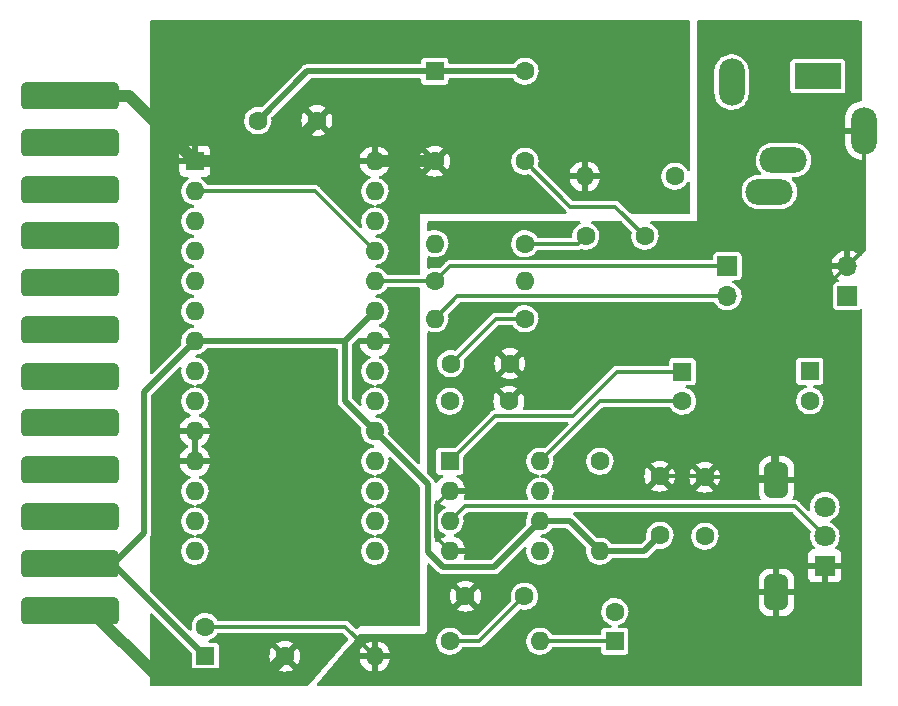
<source format=gtl>
%TF.GenerationSoftware,KiCad,Pcbnew,(6.0.4-0)*%
%TF.CreationDate,2022-07-12T12:37:45-04:00*%
%TF.ProjectId,vic1214,76696331-3231-4342-9e6b-696361645f70,rev?*%
%TF.SameCoordinates,Original*%
%TF.FileFunction,Copper,L1,Top*%
%TF.FilePolarity,Positive*%
%FSLAX46Y46*%
G04 Gerber Fmt 4.6, Leading zero omitted, Abs format (unit mm)*
G04 Created by KiCad (PCBNEW (6.0.4-0)) date 2022-07-12 12:37:45*
%MOMM*%
%LPD*%
G01*
G04 APERTURE LIST*
G04 Aperture macros list*
%AMRoundRect*
0 Rectangle with rounded corners*
0 $1 Rounding radius*
0 $2 $3 $4 $5 $6 $7 $8 $9 X,Y pos of 4 corners*
0 Add a 4 corners polygon primitive as box body*
4,1,4,$2,$3,$4,$5,$6,$7,$8,$9,$2,$3,0*
0 Add four circle primitives for the rounded corners*
1,1,$1+$1,$2,$3*
1,1,$1+$1,$4,$5*
1,1,$1+$1,$6,$7*
1,1,$1+$1,$8,$9*
0 Add four rect primitives between the rounded corners*
20,1,$1+$1,$2,$3,$4,$5,0*
20,1,$1+$1,$4,$5,$6,$7,0*
20,1,$1+$1,$6,$7,$8,$9,0*
20,1,$1+$1,$8,$9,$2,$3,0*%
G04 Aperture macros list end*
%TA.AperFunction,ComponentPad*%
%ADD10R,1.600000X1.600000*%
%TD*%
%TA.AperFunction,ComponentPad*%
%ADD11C,1.600000*%
%TD*%
%TA.AperFunction,ComponentPad*%
%ADD12O,1.600000X1.600000*%
%TD*%
%TA.AperFunction,ComponentPad*%
%ADD13O,4.000000X2.200000*%
%TD*%
%TA.AperFunction,ComponentPad*%
%ADD14O,2.200000X4.000000*%
%TD*%
%TA.AperFunction,ComponentPad*%
%ADD15R,4.000000X2.200000*%
%TD*%
%TA.AperFunction,ComponentPad*%
%ADD16R,1.800000X1.800000*%
%TD*%
%TA.AperFunction,ComponentPad*%
%ADD17C,1.800000*%
%TD*%
%TA.AperFunction,ComponentPad*%
%ADD18RoundRect,0.500000X0.500000X-1.000000X0.500000X1.000000X-0.500000X1.000000X-0.500000X-1.000000X0*%
%TD*%
%TA.AperFunction,ComponentPad*%
%ADD19R,1.700000X1.700000*%
%TD*%
%TA.AperFunction,ComponentPad*%
%ADD20O,1.700000X1.700000*%
%TD*%
%TA.AperFunction,SMDPad,CuDef*%
%ADD21RoundRect,0.342900X3.784600X-0.800100X3.784600X0.800100X-3.784600X0.800100X-3.784600X-0.800100X0*%
%TD*%
%TA.AperFunction,Conductor*%
%ADD22C,0.300000*%
%TD*%
%TA.AperFunction,Conductor*%
%ADD23C,1.000000*%
%TD*%
%TA.AperFunction,Conductor*%
%ADD24C,0.508000*%
%TD*%
G04 APERTURE END LIST*
D10*
%TO.P,C108,1*%
%TO.N,Net-(C108-Pad1)*%
X114935000Y-101640000D03*
D11*
%TO.P,C108,2*%
%TO.N,Net-(C108-Pad2)*%
X114935000Y-104140000D03*
%TD*%
D10*
%TO.P,C111,1*%
%TO.N,Net-(C111-Pad1)*%
X109220000Y-124460000D03*
D11*
%TO.P,C111,2*%
%TO.N,Net-(C111-Pad2)*%
X109220000Y-121960000D03*
%TD*%
%TO.P,R104,1*%
%TO.N,Net-(C103-Pad1)*%
X114300000Y-85090000D03*
D12*
%TO.P,R104,2*%
%TO.N,GND*%
X106680000Y-85090000D03*
%TD*%
D10*
%TO.P,U102,1,GND*%
%TO.N,GND*%
X73660000Y-83820000D03*
D12*
%TO.P,U102,2,~{RESET}*%
%TO.N,Net-(R101-Pad1)*%
X73660000Y-86360000D03*
%TO.P,U102,3,ROM_DIS*%
%TO.N,VCC*%
X73660000Y-88900000D03*
%TO.P,U102,4,C1*%
%TO.N,unconnected-(U102-Pad4)*%
X73660000Y-91440000D03*
%TO.P,U102,5,C2*%
%TO.N,unconnected-(U102-Pad5)*%
X73660000Y-93980000D03*
%TO.P,U102,6,C3*%
%TO.N,unconnected-(U102-Pad6)*%
X73660000Y-96520000D03*
%TO.P,U102,7,VCC*%
%TO.N,VCC*%
X73660000Y-99060000D03*
%TO.P,U102,8,SBY*%
%TO.N,PB6*%
X73660000Y-101600000D03*
%TO.P,U102,9,~{LRQ}*%
%TO.N,unconnected-(U102-Pad9)*%
X73660000Y-104140000D03*
%TO.P,U102,10,A8*%
%TO.N,GND*%
X73660000Y-106680000D03*
%TO.P,U102,11,A7*%
X73660000Y-109220000D03*
%TO.P,U102,12,SER_OUT*%
%TO.N,unconnected-(U102-Pad12)*%
X73660000Y-111760000D03*
%TO.P,U102,13,A6*%
%TO.N,PB5*%
X73660000Y-114300000D03*
%TO.P,U102,14,A5*%
%TO.N,PB4*%
X73660000Y-116840000D03*
%TO.P,U102,15,A4*%
%TO.N,PB3*%
X88900000Y-116840000D03*
%TO.P,U102,16,A3*%
%TO.N,PB2*%
X88900000Y-114300000D03*
%TO.P,U102,17,A2*%
%TO.N,PB1*%
X88900000Y-111760000D03*
%TO.P,U102,18,A1*%
%TO.N,PB0*%
X88900000Y-109220000D03*
%TO.P,U102,19,SE*%
%TO.N,VCC*%
X88900000Y-106680000D03*
%TO.P,U102,20,~{ALD}*%
%TO.N,PB7*%
X88900000Y-104140000D03*
%TO.P,U102,21,SER_IN*%
%TO.N,unconnected-(U102-Pad21)*%
X88900000Y-101600000D03*
%TO.P,U102,22,TEST*%
%TO.N,GND*%
X88900000Y-99060000D03*
%TO.P,U102,23,VD1*%
%TO.N,VCC*%
X88900000Y-96520000D03*
%TO.P,U102,24,DIG_OUT*%
%TO.N,Net-(JP101-Pad1)*%
X88900000Y-93980000D03*
%TO.P,U102,25,~{SBY_RESET}*%
%TO.N,Net-(R101-Pad1)*%
X88900000Y-91440000D03*
%TO.P,U102,26,ROMCLK*%
%TO.N,unconnected-(U102-Pad26)*%
X88900000Y-88900000D03*
%TO.P,U102,27,XTAL1*%
%TO.N,Net-(R102-Pad2)*%
X88900000Y-86360000D03*
%TO.P,U102,28,XTAL2*%
%TO.N,GND*%
X88900000Y-83820000D03*
%TD*%
D11*
%TO.P,R101,1*%
%TO.N,Net-(R101-Pad1)*%
X107950000Y-109220000D03*
D12*
%TO.P,R101,2*%
%TO.N,VCC*%
X107950000Y-116840000D03*
%TD*%
D13*
%TO.P,J101,R*%
%TO.N,Net-(C111-Pad2)*%
X122296000Y-86422500D03*
%TO.P,J101,RN*%
%TO.N,Net-(J101-PadRN)*%
X123496000Y-83722500D03*
D14*
%TO.P,J101,S*%
%TO.N,GNDA*%
X130296000Y-81222500D03*
D15*
%TO.P,J101,T*%
%TO.N,Net-(C111-Pad2)*%
X126396000Y-76622500D03*
D14*
%TO.P,J101,TN*%
%TO.N,unconnected-(J101-PadTN)*%
X119096000Y-77122500D03*
%TD*%
D11*
%TO.P,C109,1*%
%TO.N,Net-(C109-Pad1)*%
X116840000Y-115570000D03*
%TO.P,C109,2*%
%TO.N,GNDA*%
X116840000Y-110570000D03*
%TD*%
D10*
%TO.P,U103,1,GAIN*%
%TO.N,Net-(C108-Pad1)*%
X95250000Y-109220000D03*
D12*
%TO.P,U103,2,-*%
%TO.N,GNDA*%
X95250000Y-111760000D03*
%TO.P,U103,3,+*%
%TO.N,Net-(U103-Pad3)*%
X95250000Y-114300000D03*
%TO.P,U103,4,GND*%
%TO.N,GNDA*%
X95250000Y-116840000D03*
%TO.P,U103,5*%
%TO.N,Net-(C111-Pad1)*%
X102870000Y-116840000D03*
%TO.P,U103,6,V+*%
%TO.N,VCC*%
X102870000Y-114300000D03*
%TO.P,U103,7,BYPASS*%
%TO.N,Net-(C109-Pad1)*%
X102870000Y-111760000D03*
%TO.P,U103,8,GAIN*%
%TO.N,Net-(C108-Pad2)*%
X102870000Y-109220000D03*
%TD*%
D10*
%TO.P,X101,1,EN*%
%TO.N,VCC*%
X93980000Y-76200000D03*
D11*
%TO.P,X101,4,GND*%
%TO.N,GND*%
X93980000Y-83820000D03*
%TO.P,X101,5,OUT*%
%TO.N,Net-(C103-Pad2)*%
X101600000Y-83820000D03*
%TO.P,X101,8,Vcc*%
%TO.N,VCC*%
X101600000Y-76200000D03*
%TD*%
%TO.P,R105,1*%
%TO.N,Net-(C102-Pad1)*%
X101600000Y-97155000D03*
D12*
%TO.P,R105,2*%
%TO.N,Net-(C105-Pad1)*%
X93980000Y-97155000D03*
%TD*%
D16*
%TO.P,VR101,1,1*%
%TO.N,GNDA*%
X127000000Y-118070000D03*
D17*
%TO.P,VR101,2,2*%
%TO.N,Net-(U103-Pad3)*%
X127000000Y-115570000D03*
%TO.P,VR101,3,3*%
%TO.N,Net-(C106-Pad2)*%
X127000000Y-113070000D03*
D18*
%TO.P,VR101,MP,MountPin*%
%TO.N,GNDA*%
X122900000Y-110820000D03*
X122900000Y-120320000D03*
%TD*%
D11*
%TO.P,C103,1*%
%TO.N,Net-(C103-Pad1)*%
X106760000Y-90170000D03*
%TO.P,C103,2*%
%TO.N,Net-(C103-Pad2)*%
X111760000Y-90170000D03*
%TD*%
%TO.P,C107,1*%
%TO.N,VCC*%
X113030000Y-115490000D03*
%TO.P,C107,2*%
%TO.N,GNDA*%
X113030000Y-110490000D03*
%TD*%
D19*
%TO.P,LS101,1,1*%
%TO.N,Net-(J101-PadRN)*%
X128905000Y-95250000D03*
D20*
%TO.P,LS101,2,2*%
%TO.N,GNDA*%
X128905000Y-92710000D03*
%TD*%
D11*
%TO.P,R102,1*%
%TO.N,Net-(C103-Pad1)*%
X101600000Y-90805000D03*
D12*
%TO.P,R102,2*%
%TO.N,Net-(R102-Pad2)*%
X93980000Y-90805000D03*
%TD*%
D21*
%TO.P,U101,1*%
%TO.N,GND*%
X63100000Y-121876000D03*
%TO.P,U101,2*%
%TO.N,VCC*%
X63100000Y-117926000D03*
%TO.P,U101,3*%
%TO.N,unconnected-(U101-Pad3)*%
X63100000Y-113976000D03*
%TO.P,U101,4*%
%TO.N,unconnected-(U101-Pad4)*%
X63100000Y-109976000D03*
%TO.P,U101,5*%
%TO.N,unconnected-(U101-Pad5)*%
X63100000Y-106026000D03*
%TO.P,U101,6*%
%TO.N,unconnected-(U101-Pad6)*%
X63100000Y-102076000D03*
%TO.P,U101,7*%
%TO.N,unconnected-(U101-Pad7)*%
X63100000Y-98076000D03*
%TO.P,U101,8*%
%TO.N,unconnected-(U101-Pad8)*%
X63100000Y-94126000D03*
%TO.P,U101,9*%
%TO.N,unconnected-(U101-Pad9)*%
X63100000Y-90176000D03*
%TO.P,U101,10*%
%TO.N,unconnected-(U101-Pad10)*%
X63100000Y-86226000D03*
%TO.P,U101,11*%
%TO.N,unconnected-(U101-Pad11)*%
X63100000Y-82276000D03*
%TO.P,U101,12*%
%TO.N,GND*%
X63100000Y-78276000D03*
%TD*%
D11*
%TO.P,C101,1*%
%TO.N,VCC*%
X78994000Y-80391000D03*
%TO.P,C101,2*%
%TO.N,GND*%
X83994000Y-80391000D03*
%TD*%
D19*
%TO.P,JP101,1,A*%
%TO.N,Net-(JP101-Pad1)*%
X118745000Y-92710000D03*
D20*
%TO.P,JP101,2,B*%
%TO.N,Net-(C105-Pad1)*%
X118745000Y-95250000D03*
%TD*%
D10*
%TO.P,C106,1*%
%TO.N,Net-(C105-Pad1)*%
X125730000Y-101600000D03*
D11*
%TO.P,C106,2*%
%TO.N,Net-(C106-Pad2)*%
X125730000Y-104100000D03*
%TD*%
%TO.P,C102,1*%
%TO.N,Net-(C102-Pad1)*%
X95330000Y-100965000D03*
%TO.P,C102,2*%
%TO.N,GNDA*%
X100330000Y-100965000D03*
%TD*%
D10*
%TO.P,C104,1*%
%TO.N,VCC*%
X74549000Y-125730000D03*
D11*
%TO.P,C104,2*%
%TO.N,GNDA*%
X74549000Y-123230000D03*
%TD*%
%TO.P,C105,1*%
%TO.N,Net-(C105-Pad1)*%
X95250000Y-104140000D03*
%TO.P,C105,2*%
%TO.N,GNDA*%
X100250000Y-104140000D03*
%TD*%
%TO.P,R106,1*%
%TO.N,Net-(C110-Pad1)*%
X95250000Y-124460000D03*
D12*
%TO.P,R106,2*%
%TO.N,Net-(C111-Pad1)*%
X102870000Y-124460000D03*
%TD*%
D11*
%TO.P,LK101,1*%
%TO.N,GND*%
X81280000Y-125730000D03*
D12*
%TO.P,LK101,2*%
%TO.N,GNDA*%
X88900000Y-125730000D03*
%TD*%
D11*
%TO.P,C110,1*%
%TO.N,Net-(C110-Pad1)*%
X101560000Y-120650000D03*
%TO.P,C110,2*%
%TO.N,GNDA*%
X96560000Y-120650000D03*
%TD*%
%TO.P,R103,1*%
%TO.N,Net-(JP101-Pad1)*%
X93980000Y-93980000D03*
D12*
%TO.P,R103,2*%
%TO.N,Net-(C102-Pad1)*%
X101600000Y-93980000D03*
%TD*%
D22*
%TO.N,Net-(C102-Pad1)*%
X95330000Y-100965000D02*
X99140000Y-97155000D01*
X99140000Y-97155000D02*
X101600000Y-97155000D01*
%TO.N,GNDA*%
X74549000Y-123230000D02*
X86400000Y-123230000D01*
X91480000Y-125730000D02*
X88900000Y-125730000D01*
X94042300Y-112967700D02*
X95250000Y-111760000D01*
X96560000Y-120650000D02*
X91480000Y-125730000D01*
X122650000Y-110570000D02*
X122650000Y-98965000D01*
X116760000Y-110490000D02*
X116840000Y-110570000D01*
X128905000Y-92710000D02*
X130296000Y-91319000D01*
X94042300Y-115632300D02*
X94042300Y-112967700D01*
X116840000Y-110570000D02*
X122650000Y-110570000D01*
X122650000Y-110570000D02*
X122900000Y-110820000D01*
X86400000Y-123230000D02*
X88900000Y-125730000D01*
X95250000Y-116840000D02*
X94042300Y-115632300D01*
X122650000Y-98965000D02*
X128905000Y-92710000D01*
X130296000Y-91319000D02*
X130296000Y-81222500D01*
X113030000Y-110490000D02*
X116760000Y-110490000D01*
%TO.N,Net-(C103-Pad1)*%
X106125000Y-90805000D02*
X106760000Y-90170000D01*
X101600000Y-90805000D02*
X106125000Y-90805000D01*
%TO.N,Net-(C103-Pad2)*%
X109260000Y-87670000D02*
X105450000Y-87670000D01*
X105450000Y-87670000D02*
X101600000Y-83820000D01*
X111760000Y-90170000D02*
X109260000Y-87670000D01*
%TO.N,Net-(C105-Pad1)*%
X95885000Y-95250000D02*
X118745000Y-95250000D01*
X93980000Y-97155000D02*
X95885000Y-95250000D01*
%TO.N,Net-(C108-Pad1)*%
X109410900Y-101640000D02*
X114935000Y-101640000D01*
X95250000Y-109220000D02*
X99063400Y-105406600D01*
X105644300Y-105406600D02*
X109410900Y-101640000D01*
X99063400Y-105406600D02*
X105644300Y-105406600D01*
%TO.N,Net-(C108-Pad2)*%
X102870000Y-109220000D02*
X107950000Y-104140000D01*
X107950000Y-104140000D02*
X114935000Y-104140000D01*
%TO.N,Net-(C110-Pad1)*%
X97750000Y-124460000D02*
X95250000Y-124460000D01*
X101560000Y-120650000D02*
X97750000Y-124460000D01*
%TO.N,Net-(C111-Pad1)*%
X102870000Y-124460000D02*
X109220000Y-124460000D01*
%TO.N,Net-(JP101-Pad1)*%
X93980000Y-93980000D02*
X88900000Y-93980000D01*
X95250000Y-92710000D02*
X93980000Y-93980000D01*
X118745000Y-92710000D02*
X95250000Y-92710000D01*
%TO.N,Net-(R101-Pad1)*%
X88900000Y-91440000D02*
X83820000Y-86360000D01*
X83820000Y-86360000D02*
X73660000Y-86360000D01*
D23*
%TO.N,GND*%
X80565000Y-83820000D02*
X83994000Y-80391000D01*
X63100000Y-121876000D02*
X64867100Y-121876000D01*
X73660000Y-83820000D02*
X68116000Y-78276000D01*
X73660000Y-83820000D02*
X80565000Y-83820000D01*
X93980000Y-83820000D02*
X88900000Y-83820000D01*
X64867100Y-121876000D02*
X70271500Y-127280400D01*
X70271500Y-127280400D02*
X79729600Y-127280400D01*
X79729600Y-127280400D02*
X81280000Y-125730000D01*
X68116000Y-78276000D02*
X63100000Y-78276000D01*
D22*
%TO.N,Net-(U103-Pad3)*%
X127000000Y-115570000D02*
X124460000Y-113030000D01*
X96520000Y-113030000D02*
X95250000Y-114300000D01*
X124460000Y-113030000D02*
X96520000Y-113030000D01*
D24*
%TO.N,VCC*%
X107950000Y-116840000D02*
X105410000Y-114300000D01*
X113030000Y-115490000D02*
X111680000Y-116840000D01*
X101600000Y-76200000D02*
X93980000Y-76200000D01*
X66745000Y-117926000D02*
X63100000Y-117926000D01*
X74549000Y-125730000D02*
X66745000Y-117926000D01*
X88900000Y-96520000D02*
X86360000Y-99060000D01*
X94687400Y-118174700D02*
X98995300Y-118174700D01*
X86360000Y-104140000D02*
X88900000Y-106680000D01*
X93387900Y-111167900D02*
X93387900Y-116875200D01*
X111680000Y-116840000D02*
X107950000Y-116840000D01*
X69328900Y-103391100D02*
X69328900Y-115342100D01*
X88900000Y-106680000D02*
X93387900Y-111167900D01*
X69328900Y-115342100D02*
X66745000Y-117926000D01*
X98995300Y-118174700D02*
X102870000Y-114300000D01*
X73660000Y-99060000D02*
X69328900Y-103391100D01*
X86360000Y-99060000D02*
X86360000Y-104140000D01*
X105410000Y-114300000D02*
X102870000Y-114300000D01*
X86360000Y-99060000D02*
X73660000Y-99060000D01*
X93387900Y-116875200D02*
X94687400Y-118174700D01*
X93980000Y-76200000D02*
X83185000Y-76200000D01*
X83185000Y-76200000D02*
X78994000Y-80391000D01*
%TD*%
%TA.AperFunction,Conductor*%
%TO.N,GND*%
G36*
X70058512Y-122094858D02*
G01*
X70065095Y-122100987D01*
X73361595Y-125397487D01*
X73395621Y-125459799D01*
X73398500Y-125486582D01*
X73398500Y-126563218D01*
X73399170Y-126567768D01*
X73399170Y-126567771D01*
X73407216Y-126622426D01*
X73408642Y-126632112D01*
X73460068Y-126736855D01*
X73467438Y-126744212D01*
X73526896Y-126803566D01*
X73542650Y-126819293D01*
X73647482Y-126870536D01*
X73677973Y-126874984D01*
X73711256Y-126879840D01*
X73711260Y-126879840D01*
X73715782Y-126880500D01*
X75382218Y-126880500D01*
X75386768Y-126879830D01*
X75386771Y-126879830D01*
X75441426Y-126871784D01*
X75441427Y-126871784D01*
X75451112Y-126870358D01*
X75501008Y-126845860D01*
X75546507Y-126823522D01*
X75546509Y-126823521D01*
X75555855Y-126818932D01*
X75558720Y-126816062D01*
X80558493Y-126816062D01*
X80567789Y-126828077D01*
X80618994Y-126863931D01*
X80628489Y-126869414D01*
X80825947Y-126961490D01*
X80836239Y-126965236D01*
X81046688Y-127021625D01*
X81057481Y-127023528D01*
X81274525Y-127042517D01*
X81285475Y-127042517D01*
X81502519Y-127023528D01*
X81513312Y-127021625D01*
X81723761Y-126965236D01*
X81734053Y-126961490D01*
X81931511Y-126869414D01*
X81941006Y-126863931D01*
X81993048Y-126827491D01*
X82001424Y-126817012D01*
X81994356Y-126803566D01*
X81292812Y-126102022D01*
X81278868Y-126094408D01*
X81277035Y-126094539D01*
X81270420Y-126098790D01*
X80564923Y-126804287D01*
X80558493Y-126816062D01*
X75558720Y-126816062D01*
X75638293Y-126736350D01*
X75689536Y-126631518D01*
X75699500Y-126563218D01*
X75699500Y-125735475D01*
X79967483Y-125735475D01*
X79986472Y-125952519D01*
X79988375Y-125963312D01*
X80044764Y-126173761D01*
X80048510Y-126184053D01*
X80140586Y-126381511D01*
X80146069Y-126391006D01*
X80182509Y-126443048D01*
X80192988Y-126451424D01*
X80206434Y-126444356D01*
X80907978Y-125742812D01*
X80914356Y-125731132D01*
X81644408Y-125731132D01*
X81644539Y-125732965D01*
X81648790Y-125739580D01*
X82354287Y-126445077D01*
X82366062Y-126451507D01*
X82378077Y-126442211D01*
X82413931Y-126391006D01*
X82419414Y-126381511D01*
X82511490Y-126184053D01*
X82515236Y-126173761D01*
X82571625Y-125963312D01*
X82573528Y-125952519D01*
X82592517Y-125735475D01*
X82592517Y-125724525D01*
X82573528Y-125507481D01*
X82571625Y-125496688D01*
X82515236Y-125286239D01*
X82511490Y-125275947D01*
X82419414Y-125078489D01*
X82413931Y-125068994D01*
X82377491Y-125016952D01*
X82367012Y-125008576D01*
X82353566Y-125015644D01*
X81652022Y-125717188D01*
X81644408Y-125731132D01*
X80914356Y-125731132D01*
X80915592Y-125728868D01*
X80915461Y-125727035D01*
X80911210Y-125720420D01*
X80205713Y-125014923D01*
X80193938Y-125008493D01*
X80181923Y-125017789D01*
X80146069Y-125068994D01*
X80140586Y-125078489D01*
X80048510Y-125275947D01*
X80044764Y-125286239D01*
X79988375Y-125496688D01*
X79986472Y-125507481D01*
X79967483Y-125724525D01*
X79967483Y-125735475D01*
X75699500Y-125735475D01*
X75699500Y-124896782D01*
X75697911Y-124885984D01*
X75690784Y-124837574D01*
X75690784Y-124837573D01*
X75689358Y-124827888D01*
X75637932Y-124723145D01*
X75596442Y-124681727D01*
X75562721Y-124648065D01*
X75562720Y-124648065D01*
X75557635Y-124642988D01*
X80558576Y-124642988D01*
X80565644Y-124656434D01*
X81267188Y-125357978D01*
X81281132Y-125365592D01*
X81282965Y-125365461D01*
X81289580Y-125361210D01*
X81995077Y-124655713D01*
X82001507Y-124643938D01*
X81992211Y-124631923D01*
X81941006Y-124596069D01*
X81931511Y-124590586D01*
X81734053Y-124498510D01*
X81723761Y-124494764D01*
X81513312Y-124438375D01*
X81502519Y-124436472D01*
X81285475Y-124417483D01*
X81274525Y-124417483D01*
X81057481Y-124436472D01*
X81046688Y-124438375D01*
X80836239Y-124494764D01*
X80825947Y-124498510D01*
X80628489Y-124590586D01*
X80618994Y-124596069D01*
X80566952Y-124632509D01*
X80558576Y-124642988D01*
X75557635Y-124642988D01*
X75555350Y-124640707D01*
X75450518Y-124589464D01*
X75420027Y-124585016D01*
X75386744Y-124580160D01*
X75386740Y-124580160D01*
X75382218Y-124579500D01*
X74916137Y-124579500D01*
X74848016Y-124559498D01*
X74801523Y-124505842D01*
X74791419Y-124435568D01*
X74820913Y-124370988D01*
X74875636Y-124334187D01*
X74877522Y-124333547D01*
X74894452Y-124327800D01*
X75013483Y-124287395D01*
X75013488Y-124287393D01*
X75018955Y-124285537D01*
X75023998Y-124282713D01*
X75198395Y-124185046D01*
X75198399Y-124185043D01*
X75203442Y-124182219D01*
X75366012Y-124047012D01*
X75501219Y-123884442D01*
X75551346Y-123794934D01*
X75602083Y-123745272D01*
X75661280Y-123730500D01*
X86140496Y-123730500D01*
X86208617Y-123750502D01*
X86229591Y-123767405D01*
X86623666Y-124161480D01*
X86657692Y-124223792D01*
X86652627Y-124294607D01*
X86629396Y-124333547D01*
X83222649Y-128226972D01*
X83162738Y-128265066D01*
X83127824Y-128270000D01*
X69976000Y-128270000D01*
X69907879Y-128249998D01*
X69861386Y-128196342D01*
X69850000Y-128144000D01*
X69850000Y-122190082D01*
X69870002Y-122121961D01*
X69923658Y-122075468D01*
X69993932Y-122065364D01*
X70058512Y-122094858D01*
G37*
%TD.AperFunction*%
%TA.AperFunction,Conductor*%
G36*
X85697621Y-99684502D02*
G01*
X85744114Y-99738158D01*
X85755500Y-99790500D01*
X85755500Y-104092122D01*
X85754422Y-104108567D01*
X85750284Y-104140000D01*
X85771059Y-104297806D01*
X85791217Y-104346471D01*
X85831970Y-104444858D01*
X85928866Y-104571134D01*
X85935416Y-104576160D01*
X85954018Y-104590434D01*
X85966409Y-104601301D01*
X87730315Y-106365208D01*
X87764341Y-106427520D01*
X87766347Y-106469113D01*
X87765627Y-106475197D01*
X87744967Y-106649754D01*
X87758796Y-106860749D01*
X87760217Y-106866345D01*
X87760218Y-106866350D01*
X87781843Y-106951497D01*
X87810845Y-107065690D01*
X87899369Y-107257714D01*
X88021405Y-107430391D01*
X88172865Y-107577937D01*
X88177661Y-107581142D01*
X88177664Y-107581144D01*
X88320936Y-107676875D01*
X88348677Y-107695411D01*
X88353985Y-107697692D01*
X88353986Y-107697692D01*
X88537650Y-107776600D01*
X88537653Y-107776601D01*
X88542953Y-107778878D01*
X88548582Y-107780152D01*
X88548583Y-107780152D01*
X88743550Y-107824269D01*
X88743553Y-107824269D01*
X88749186Y-107825544D01*
X88754958Y-107825771D01*
X88760687Y-107826525D01*
X88760327Y-107829257D01*
X88816604Y-107848216D01*
X88860950Y-107903659D01*
X88868282Y-107974276D01*
X88836271Y-108037647D01*
X88775081Y-108073651D01*
X88765704Y-108075632D01*
X88606650Y-108102962D01*
X88606649Y-108102962D01*
X88600953Y-108103941D01*
X88402575Y-108177127D01*
X88397614Y-108180079D01*
X88397613Y-108180079D01*
X88380089Y-108190505D01*
X88220856Y-108285238D01*
X88061881Y-108424655D01*
X87930976Y-108590708D01*
X87928287Y-108595819D01*
X87928285Y-108595822D01*
X87878400Y-108690638D01*
X87832523Y-108777836D01*
X87769820Y-108979773D01*
X87744967Y-109189754D01*
X87758796Y-109400749D01*
X87760217Y-109406345D01*
X87760218Y-109406350D01*
X87781843Y-109491497D01*
X87810845Y-109605690D01*
X87899369Y-109797714D01*
X88021405Y-109970391D01*
X88172865Y-110117937D01*
X88177661Y-110121142D01*
X88177664Y-110121144D01*
X88320936Y-110216875D01*
X88348677Y-110235411D01*
X88353985Y-110237692D01*
X88353986Y-110237692D01*
X88537650Y-110316600D01*
X88537653Y-110316601D01*
X88542953Y-110318878D01*
X88548582Y-110320152D01*
X88548583Y-110320152D01*
X88743550Y-110364269D01*
X88743553Y-110364269D01*
X88749186Y-110365544D01*
X88754958Y-110365771D01*
X88760687Y-110366525D01*
X88760327Y-110369257D01*
X88816604Y-110388216D01*
X88860950Y-110443659D01*
X88868282Y-110514276D01*
X88836271Y-110577647D01*
X88775081Y-110613651D01*
X88765704Y-110615632D01*
X88606650Y-110642962D01*
X88606649Y-110642962D01*
X88600953Y-110643941D01*
X88402575Y-110717127D01*
X88397614Y-110720079D01*
X88397613Y-110720079D01*
X88380089Y-110730505D01*
X88220856Y-110825238D01*
X88061881Y-110964655D01*
X87930976Y-111130708D01*
X87928287Y-111135819D01*
X87928285Y-111135822D01*
X87914792Y-111161469D01*
X87832523Y-111317836D01*
X87816233Y-111370299D01*
X87774280Y-111505411D01*
X87769820Y-111519773D01*
X87744967Y-111729754D01*
X87758796Y-111940749D01*
X87760217Y-111946345D01*
X87760218Y-111946350D01*
X87782784Y-112035200D01*
X87810845Y-112145690D01*
X87899369Y-112337714D01*
X88021405Y-112510391D01*
X88172865Y-112657937D01*
X88177661Y-112661142D01*
X88177664Y-112661144D01*
X88320936Y-112756875D01*
X88348677Y-112775411D01*
X88353985Y-112777692D01*
X88353986Y-112777692D01*
X88537650Y-112856600D01*
X88537653Y-112856601D01*
X88542953Y-112858878D01*
X88548582Y-112860152D01*
X88548583Y-112860152D01*
X88743550Y-112904269D01*
X88743553Y-112904269D01*
X88749186Y-112905544D01*
X88754958Y-112905771D01*
X88760687Y-112906525D01*
X88760327Y-112909257D01*
X88816604Y-112928216D01*
X88860950Y-112983659D01*
X88868282Y-113054276D01*
X88836271Y-113117647D01*
X88775081Y-113153651D01*
X88765704Y-113155632D01*
X88606650Y-113182962D01*
X88606649Y-113182962D01*
X88600953Y-113183941D01*
X88402575Y-113257127D01*
X88397614Y-113260079D01*
X88397613Y-113260079D01*
X88380089Y-113270505D01*
X88220856Y-113365238D01*
X88061881Y-113504655D01*
X87930976Y-113670708D01*
X87928287Y-113675819D01*
X87928285Y-113675822D01*
X87878400Y-113770638D01*
X87832523Y-113857836D01*
X87769820Y-114059773D01*
X87744967Y-114269754D01*
X87758796Y-114480749D01*
X87760217Y-114486345D01*
X87760218Y-114486350D01*
X87782784Y-114575200D01*
X87810845Y-114685690D01*
X87899369Y-114877714D01*
X88021405Y-115050391D01*
X88172865Y-115197937D01*
X88177661Y-115201142D01*
X88177664Y-115201144D01*
X88294843Y-115279440D01*
X88348677Y-115315411D01*
X88353985Y-115317692D01*
X88353986Y-115317692D01*
X88537650Y-115396600D01*
X88537653Y-115396601D01*
X88542953Y-115398878D01*
X88548582Y-115400152D01*
X88548583Y-115400152D01*
X88743550Y-115444269D01*
X88743553Y-115444269D01*
X88749186Y-115445544D01*
X88754958Y-115445771D01*
X88760687Y-115446525D01*
X88760327Y-115449257D01*
X88816604Y-115468216D01*
X88860950Y-115523659D01*
X88868282Y-115594276D01*
X88836271Y-115657647D01*
X88775081Y-115693651D01*
X88765704Y-115695632D01*
X88606650Y-115722962D01*
X88606649Y-115722962D01*
X88600953Y-115723941D01*
X88402575Y-115797127D01*
X88397614Y-115800079D01*
X88397613Y-115800079D01*
X88380089Y-115810505D01*
X88220856Y-115905238D01*
X88061881Y-116044655D01*
X87930976Y-116210708D01*
X87928287Y-116215819D01*
X87928285Y-116215822D01*
X87914792Y-116241469D01*
X87832523Y-116397836D01*
X87769820Y-116599773D01*
X87744967Y-116809754D01*
X87758796Y-117020749D01*
X87760217Y-117026345D01*
X87760218Y-117026350D01*
X87782784Y-117115200D01*
X87810845Y-117225690D01*
X87899369Y-117417714D01*
X88021405Y-117590391D01*
X88172865Y-117737937D01*
X88177661Y-117741142D01*
X88177664Y-117741144D01*
X88320936Y-117836875D01*
X88348677Y-117855411D01*
X88353985Y-117857692D01*
X88353986Y-117857692D01*
X88537650Y-117936600D01*
X88537653Y-117936601D01*
X88542953Y-117938878D01*
X88548582Y-117940152D01*
X88548583Y-117940152D01*
X88743550Y-117984269D01*
X88743553Y-117984269D01*
X88749186Y-117985544D01*
X88754957Y-117985771D01*
X88754959Y-117985771D01*
X88816989Y-117988208D01*
X88960470Y-117993846D01*
X88966179Y-117993018D01*
X88966183Y-117993018D01*
X89164015Y-117964333D01*
X89164019Y-117964332D01*
X89169730Y-117963504D01*
X89280214Y-117926000D01*
X89364483Y-117897395D01*
X89364488Y-117897393D01*
X89369955Y-117895537D01*
X89374998Y-117892713D01*
X89549395Y-117795046D01*
X89549399Y-117795043D01*
X89554442Y-117792219D01*
X89717012Y-117657012D01*
X89852219Y-117494442D01*
X89855043Y-117489399D01*
X89855046Y-117489395D01*
X89952713Y-117314998D01*
X89952714Y-117314996D01*
X89955537Y-117309955D01*
X89957393Y-117304488D01*
X89957395Y-117304483D01*
X90021647Y-117115200D01*
X90023504Y-117109730D01*
X90053846Y-116900470D01*
X90055429Y-116840000D01*
X90036081Y-116629440D01*
X89978686Y-116425931D01*
X89967553Y-116403354D01*
X89887719Y-116241469D01*
X89885165Y-116236290D01*
X89758651Y-116066867D01*
X89603381Y-115923337D01*
X89424554Y-115810505D01*
X89228160Y-115732152D01*
X89222503Y-115731027D01*
X89222497Y-115731025D01*
X89025234Y-115691788D01*
X88962324Y-115658881D01*
X88927192Y-115597186D01*
X88930992Y-115526291D01*
X88972517Y-115468705D01*
X89031734Y-115443513D01*
X89164015Y-115424333D01*
X89164019Y-115424332D01*
X89169730Y-115423504D01*
X89248987Y-115396600D01*
X89364483Y-115357395D01*
X89364488Y-115357393D01*
X89369955Y-115355537D01*
X89379328Y-115350288D01*
X89549395Y-115255046D01*
X89549399Y-115255043D01*
X89554442Y-115252219D01*
X89717012Y-115117012D01*
X89852219Y-114954442D01*
X89855043Y-114949399D01*
X89855046Y-114949395D01*
X89952713Y-114774998D01*
X89952714Y-114774996D01*
X89955537Y-114769955D01*
X89957393Y-114764488D01*
X89957395Y-114764483D01*
X90021647Y-114575200D01*
X90023504Y-114569730D01*
X90025606Y-114555238D01*
X90053314Y-114364140D01*
X90053314Y-114364138D01*
X90053846Y-114360470D01*
X90055429Y-114300000D01*
X90036081Y-114089440D01*
X89978686Y-113885931D01*
X89970271Y-113868866D01*
X89887719Y-113701469D01*
X89885165Y-113696290D01*
X89758651Y-113526867D01*
X89603381Y-113383337D01*
X89424554Y-113270505D01*
X89228160Y-113192152D01*
X89222503Y-113191027D01*
X89222497Y-113191025D01*
X89025234Y-113151788D01*
X88962324Y-113118881D01*
X88927192Y-113057186D01*
X88930992Y-112986291D01*
X88972517Y-112928705D01*
X89031734Y-112903513D01*
X89164015Y-112884333D01*
X89164019Y-112884332D01*
X89169730Y-112883504D01*
X89248987Y-112856600D01*
X89364483Y-112817395D01*
X89364488Y-112817393D01*
X89369955Y-112815537D01*
X89374998Y-112812713D01*
X89549395Y-112715046D01*
X89549399Y-112715043D01*
X89554442Y-112712219D01*
X89717012Y-112577012D01*
X89852219Y-112414442D01*
X89855043Y-112409399D01*
X89855046Y-112409395D01*
X89952713Y-112234998D01*
X89952714Y-112234996D01*
X89955537Y-112229955D01*
X89957393Y-112224488D01*
X89957395Y-112224483D01*
X90021647Y-112035200D01*
X90023504Y-112029730D01*
X90053846Y-111820470D01*
X90055429Y-111760000D01*
X90036081Y-111549440D01*
X89978686Y-111345931D01*
X89967553Y-111323354D01*
X89887719Y-111161469D01*
X89885165Y-111156290D01*
X89758651Y-110986867D01*
X89603381Y-110843337D01*
X89424554Y-110730505D01*
X89228160Y-110652152D01*
X89222503Y-110651027D01*
X89222497Y-110651025D01*
X89025234Y-110611788D01*
X88962324Y-110578881D01*
X88927192Y-110517186D01*
X88930992Y-110446291D01*
X88972517Y-110388705D01*
X89031734Y-110363513D01*
X89164015Y-110344333D01*
X89164019Y-110344332D01*
X89169730Y-110343504D01*
X89270513Y-110309293D01*
X89364483Y-110277395D01*
X89364488Y-110277393D01*
X89369955Y-110275537D01*
X89415960Y-110249773D01*
X89549395Y-110175046D01*
X89549399Y-110175043D01*
X89554442Y-110172219D01*
X89717012Y-110037012D01*
X89852219Y-109874442D01*
X89855043Y-109869399D01*
X89855046Y-109869395D01*
X89952713Y-109694998D01*
X89952714Y-109694996D01*
X89955537Y-109689955D01*
X89957393Y-109684488D01*
X89957395Y-109684483D01*
X90021647Y-109495200D01*
X90023504Y-109489730D01*
X90029682Y-109447127D01*
X90053314Y-109284140D01*
X90053314Y-109284138D01*
X90053846Y-109280470D01*
X90055429Y-109220000D01*
X90036081Y-109009440D01*
X90034192Y-109002742D01*
X90034198Y-109002183D01*
X90033460Y-108998201D01*
X90034242Y-108998056D01*
X90034954Y-108931750D01*
X90073977Y-108872439D01*
X90138870Y-108843641D01*
X90209032Y-108854499D01*
X90244557Y-108879449D01*
X92673095Y-111307987D01*
X92707121Y-111370299D01*
X92710000Y-111397082D01*
X92710000Y-123064000D01*
X92689998Y-123132121D01*
X92636342Y-123178614D01*
X92584000Y-123190000D01*
X87630000Y-123190000D01*
X87623737Y-123197158D01*
X87456334Y-123388476D01*
X87396423Y-123426571D01*
X87325427Y-123426228D01*
X87272414Y-123394600D01*
X86803534Y-122925720D01*
X86796068Y-122916376D01*
X86795678Y-122916708D01*
X86789860Y-122909872D01*
X86785070Y-122902280D01*
X86745399Y-122867244D01*
X86739712Y-122861898D01*
X86728494Y-122850680D01*
X86724905Y-122847990D01*
X86720316Y-122844550D01*
X86712477Y-122838168D01*
X86684339Y-122813318D01*
X86677612Y-122807377D01*
X86669489Y-122803563D01*
X86666336Y-122801492D01*
X86653324Y-122793673D01*
X86650005Y-122791856D01*
X86642824Y-122786474D01*
X86632811Y-122782720D01*
X86599264Y-122770144D01*
X86589947Y-122766217D01*
X86555966Y-122750263D01*
X86555963Y-122750262D01*
X86547837Y-122746447D01*
X86538963Y-122745065D01*
X86535350Y-122743961D01*
X86520693Y-122740115D01*
X86516990Y-122739301D01*
X86508580Y-122736148D01*
X86462157Y-122732698D01*
X86452144Y-122731548D01*
X86438991Y-122729500D01*
X86423796Y-122729500D01*
X86414459Y-122729154D01*
X86399036Y-122728008D01*
X86365608Y-122725524D01*
X86356832Y-122727397D01*
X86347875Y-122728008D01*
X86347875Y-122728002D01*
X86333682Y-122729500D01*
X75663415Y-122729500D01*
X75595294Y-122709498D01*
X75550409Y-122659229D01*
X75536719Y-122631469D01*
X75534165Y-122626290D01*
X75407651Y-122456867D01*
X75252381Y-122313337D01*
X75073554Y-122200505D01*
X74877160Y-122122152D01*
X74871503Y-122121027D01*
X74871497Y-122121025D01*
X74675442Y-122082028D01*
X74675440Y-122082028D01*
X74669775Y-122080901D01*
X74664000Y-122080825D01*
X74663996Y-122080825D01*
X74557976Y-122079437D01*
X74458346Y-122078133D01*
X74452649Y-122079112D01*
X74452648Y-122079112D01*
X74255650Y-122112962D01*
X74255649Y-122112962D01*
X74249953Y-122113941D01*
X74051575Y-122187127D01*
X74046614Y-122190079D01*
X74046613Y-122190079D01*
X73979966Y-122229730D01*
X73869856Y-122295238D01*
X73710881Y-122434655D01*
X73579976Y-122600708D01*
X73577287Y-122605819D01*
X73577285Y-122605822D01*
X73527400Y-122700638D01*
X73481523Y-122787836D01*
X73456866Y-122867245D01*
X73423280Y-122975411D01*
X73418820Y-122989773D01*
X73393967Y-123199754D01*
X73407796Y-123410749D01*
X73408455Y-123413343D01*
X73399484Y-123482753D01*
X73353763Y-123537067D01*
X73285934Y-123558040D01*
X73217535Y-123539013D01*
X73195040Y-123521148D01*
X69886905Y-120213013D01*
X69852879Y-120150701D01*
X69850000Y-120123918D01*
X69850000Y-115688751D01*
X69859591Y-115640534D01*
X69914681Y-115507534D01*
X69914682Y-115507530D01*
X69917840Y-115499906D01*
X69918917Y-115491726D01*
X69918918Y-115491722D01*
X69933400Y-115381719D01*
X69933400Y-115381713D01*
X69937537Y-115350288D01*
X69938615Y-115342100D01*
X69934478Y-115310675D01*
X69933400Y-115294229D01*
X69933400Y-109486522D01*
X72377273Y-109486522D01*
X72424764Y-109663761D01*
X72428510Y-109674053D01*
X72520586Y-109871511D01*
X72526069Y-109881007D01*
X72651028Y-110059467D01*
X72658084Y-110067875D01*
X72812125Y-110221916D01*
X72820533Y-110228972D01*
X72998993Y-110353931D01*
X73008489Y-110359414D01*
X73205947Y-110451490D01*
X73221413Y-110457119D01*
X73220733Y-110458988D01*
X73273897Y-110491387D01*
X73304924Y-110555245D01*
X73296501Y-110625740D01*
X73251303Y-110680491D01*
X73224282Y-110694362D01*
X73162575Y-110717127D01*
X73157614Y-110720079D01*
X73157613Y-110720079D01*
X73140089Y-110730505D01*
X72980856Y-110825238D01*
X72821881Y-110964655D01*
X72690976Y-111130708D01*
X72688287Y-111135819D01*
X72688285Y-111135822D01*
X72674792Y-111161469D01*
X72592523Y-111317836D01*
X72576233Y-111370299D01*
X72534280Y-111505411D01*
X72529820Y-111519773D01*
X72504967Y-111729754D01*
X72518796Y-111940749D01*
X72520217Y-111946345D01*
X72520218Y-111946350D01*
X72542784Y-112035200D01*
X72570845Y-112145690D01*
X72659369Y-112337714D01*
X72781405Y-112510391D01*
X72932865Y-112657937D01*
X72937661Y-112661142D01*
X72937664Y-112661144D01*
X73080936Y-112756875D01*
X73108677Y-112775411D01*
X73113985Y-112777692D01*
X73113986Y-112777692D01*
X73297650Y-112856600D01*
X73297653Y-112856601D01*
X73302953Y-112858878D01*
X73308582Y-112860152D01*
X73308583Y-112860152D01*
X73503550Y-112904269D01*
X73503553Y-112904269D01*
X73509186Y-112905544D01*
X73514958Y-112905771D01*
X73520687Y-112906525D01*
X73520327Y-112909257D01*
X73576604Y-112928216D01*
X73620950Y-112983659D01*
X73628282Y-113054276D01*
X73596271Y-113117647D01*
X73535081Y-113153651D01*
X73525704Y-113155632D01*
X73366650Y-113182962D01*
X73366649Y-113182962D01*
X73360953Y-113183941D01*
X73162575Y-113257127D01*
X73157614Y-113260079D01*
X73157613Y-113260079D01*
X73140089Y-113270505D01*
X72980856Y-113365238D01*
X72821881Y-113504655D01*
X72690976Y-113670708D01*
X72688287Y-113675819D01*
X72688285Y-113675822D01*
X72638400Y-113770638D01*
X72592523Y-113857836D01*
X72529820Y-114059773D01*
X72504967Y-114269754D01*
X72518796Y-114480749D01*
X72520217Y-114486345D01*
X72520218Y-114486350D01*
X72542784Y-114575200D01*
X72570845Y-114685690D01*
X72659369Y-114877714D01*
X72781405Y-115050391D01*
X72932865Y-115197937D01*
X72937661Y-115201142D01*
X72937664Y-115201144D01*
X73054843Y-115279440D01*
X73108677Y-115315411D01*
X73113985Y-115317692D01*
X73113986Y-115317692D01*
X73297650Y-115396600D01*
X73297653Y-115396601D01*
X73302953Y-115398878D01*
X73308582Y-115400152D01*
X73308583Y-115400152D01*
X73503550Y-115444269D01*
X73503553Y-115444269D01*
X73509186Y-115445544D01*
X73514958Y-115445771D01*
X73520687Y-115446525D01*
X73520327Y-115449257D01*
X73576604Y-115468216D01*
X73620950Y-115523659D01*
X73628282Y-115594276D01*
X73596271Y-115657647D01*
X73535081Y-115693651D01*
X73525704Y-115695632D01*
X73366650Y-115722962D01*
X73366649Y-115722962D01*
X73360953Y-115723941D01*
X73162575Y-115797127D01*
X73157614Y-115800079D01*
X73157613Y-115800079D01*
X73140089Y-115810505D01*
X72980856Y-115905238D01*
X72821881Y-116044655D01*
X72690976Y-116210708D01*
X72688287Y-116215819D01*
X72688285Y-116215822D01*
X72674792Y-116241469D01*
X72592523Y-116397836D01*
X72529820Y-116599773D01*
X72504967Y-116809754D01*
X72518796Y-117020749D01*
X72520217Y-117026345D01*
X72520218Y-117026350D01*
X72542784Y-117115200D01*
X72570845Y-117225690D01*
X72659369Y-117417714D01*
X72781405Y-117590391D01*
X72932865Y-117737937D01*
X72937661Y-117741142D01*
X72937664Y-117741144D01*
X73080936Y-117836875D01*
X73108677Y-117855411D01*
X73113985Y-117857692D01*
X73113986Y-117857692D01*
X73297650Y-117936600D01*
X73297653Y-117936601D01*
X73302953Y-117938878D01*
X73308582Y-117940152D01*
X73308583Y-117940152D01*
X73503550Y-117984269D01*
X73503553Y-117984269D01*
X73509186Y-117985544D01*
X73514957Y-117985771D01*
X73514959Y-117985771D01*
X73576989Y-117988208D01*
X73720470Y-117993846D01*
X73726179Y-117993018D01*
X73726183Y-117993018D01*
X73924015Y-117964333D01*
X73924019Y-117964332D01*
X73929730Y-117963504D01*
X74040214Y-117926000D01*
X74124483Y-117897395D01*
X74124488Y-117897393D01*
X74129955Y-117895537D01*
X74134998Y-117892713D01*
X74309395Y-117795046D01*
X74309399Y-117795043D01*
X74314442Y-117792219D01*
X74477012Y-117657012D01*
X74612219Y-117494442D01*
X74615043Y-117489399D01*
X74615046Y-117489395D01*
X74712713Y-117314998D01*
X74712714Y-117314996D01*
X74715537Y-117309955D01*
X74717393Y-117304488D01*
X74717395Y-117304483D01*
X74781647Y-117115200D01*
X74783504Y-117109730D01*
X74813846Y-116900470D01*
X74815429Y-116840000D01*
X74796081Y-116629440D01*
X74738686Y-116425931D01*
X74727553Y-116403354D01*
X74647719Y-116241469D01*
X74645165Y-116236290D01*
X74518651Y-116066867D01*
X74363381Y-115923337D01*
X74184554Y-115810505D01*
X73988160Y-115732152D01*
X73982503Y-115731027D01*
X73982497Y-115731025D01*
X73785234Y-115691788D01*
X73722324Y-115658881D01*
X73687192Y-115597186D01*
X73690992Y-115526291D01*
X73732517Y-115468705D01*
X73791734Y-115443513D01*
X73924015Y-115424333D01*
X73924019Y-115424332D01*
X73929730Y-115423504D01*
X74008987Y-115396600D01*
X74124483Y-115357395D01*
X74124488Y-115357393D01*
X74129955Y-115355537D01*
X74139328Y-115350288D01*
X74309395Y-115255046D01*
X74309399Y-115255043D01*
X74314442Y-115252219D01*
X74477012Y-115117012D01*
X74612219Y-114954442D01*
X74615043Y-114949399D01*
X74615046Y-114949395D01*
X74712713Y-114774998D01*
X74712714Y-114774996D01*
X74715537Y-114769955D01*
X74717393Y-114764488D01*
X74717395Y-114764483D01*
X74781647Y-114575200D01*
X74783504Y-114569730D01*
X74785606Y-114555238D01*
X74813314Y-114364140D01*
X74813314Y-114364138D01*
X74813846Y-114360470D01*
X74815429Y-114300000D01*
X74796081Y-114089440D01*
X74738686Y-113885931D01*
X74730271Y-113868866D01*
X74647719Y-113701469D01*
X74645165Y-113696290D01*
X74518651Y-113526867D01*
X74363381Y-113383337D01*
X74184554Y-113270505D01*
X73988160Y-113192152D01*
X73982503Y-113191027D01*
X73982497Y-113191025D01*
X73785234Y-113151788D01*
X73722324Y-113118881D01*
X73687192Y-113057186D01*
X73690992Y-112986291D01*
X73732517Y-112928705D01*
X73791734Y-112903513D01*
X73924015Y-112884333D01*
X73924019Y-112884332D01*
X73929730Y-112883504D01*
X74008987Y-112856600D01*
X74124483Y-112817395D01*
X74124488Y-112817393D01*
X74129955Y-112815537D01*
X74134998Y-112812713D01*
X74309395Y-112715046D01*
X74309399Y-112715043D01*
X74314442Y-112712219D01*
X74477012Y-112577012D01*
X74612219Y-112414442D01*
X74615043Y-112409399D01*
X74615046Y-112409395D01*
X74712713Y-112234998D01*
X74712714Y-112234996D01*
X74715537Y-112229955D01*
X74717393Y-112224488D01*
X74717395Y-112224483D01*
X74781647Y-112035200D01*
X74783504Y-112029730D01*
X74813846Y-111820470D01*
X74815429Y-111760000D01*
X74796081Y-111549440D01*
X74738686Y-111345931D01*
X74727553Y-111323354D01*
X74647719Y-111161469D01*
X74645165Y-111156290D01*
X74518651Y-110986867D01*
X74363381Y-110843337D01*
X74184554Y-110730505D01*
X74091657Y-110693443D01*
X74035798Y-110649622D01*
X74012498Y-110582558D01*
X74029154Y-110513543D01*
X74080478Y-110464488D01*
X74098701Y-110457432D01*
X74098587Y-110457119D01*
X74114053Y-110451490D01*
X74311511Y-110359414D01*
X74321007Y-110353931D01*
X74499467Y-110228972D01*
X74507875Y-110221916D01*
X74661916Y-110067875D01*
X74668972Y-110059467D01*
X74793931Y-109881007D01*
X74799414Y-109871511D01*
X74891490Y-109674053D01*
X74895236Y-109663761D01*
X74941394Y-109491497D01*
X74941058Y-109477401D01*
X74933116Y-109474000D01*
X72392033Y-109474000D01*
X72378502Y-109477973D01*
X72377273Y-109486522D01*
X69933400Y-109486522D01*
X69933400Y-106946522D01*
X72377273Y-106946522D01*
X72424764Y-107123761D01*
X72428510Y-107134053D01*
X72520586Y-107331511D01*
X72526069Y-107341007D01*
X72651028Y-107519467D01*
X72658084Y-107527875D01*
X72812125Y-107681916D01*
X72820533Y-107688972D01*
X72998993Y-107813931D01*
X73008489Y-107819414D01*
X73043641Y-107835805D01*
X73096926Y-107882722D01*
X73116387Y-107950999D01*
X73095845Y-108018959D01*
X73043641Y-108064195D01*
X73008489Y-108080586D01*
X72998993Y-108086069D01*
X72820533Y-108211028D01*
X72812125Y-108218084D01*
X72658084Y-108372125D01*
X72651028Y-108380533D01*
X72526069Y-108558993D01*
X72520586Y-108568489D01*
X72428510Y-108765947D01*
X72424764Y-108776239D01*
X72378606Y-108948503D01*
X72378942Y-108962599D01*
X72386884Y-108966000D01*
X73387885Y-108966000D01*
X73403124Y-108961525D01*
X73404329Y-108960135D01*
X73406000Y-108952452D01*
X73406000Y-108947885D01*
X73914000Y-108947885D01*
X73918475Y-108963124D01*
X73919865Y-108964329D01*
X73927548Y-108966000D01*
X74927967Y-108966000D01*
X74941498Y-108962027D01*
X74942727Y-108953478D01*
X74895236Y-108776239D01*
X74891490Y-108765947D01*
X74799414Y-108568489D01*
X74793931Y-108558993D01*
X74668972Y-108380533D01*
X74661916Y-108372125D01*
X74507875Y-108218084D01*
X74499467Y-108211028D01*
X74321007Y-108086069D01*
X74311511Y-108080586D01*
X74276359Y-108064195D01*
X74223074Y-108017278D01*
X74203613Y-107949001D01*
X74224155Y-107881041D01*
X74276359Y-107835805D01*
X74311511Y-107819414D01*
X74321007Y-107813931D01*
X74499467Y-107688972D01*
X74507875Y-107681916D01*
X74661916Y-107527875D01*
X74668972Y-107519467D01*
X74793931Y-107341007D01*
X74799414Y-107331511D01*
X74891490Y-107134053D01*
X74895236Y-107123761D01*
X74941394Y-106951497D01*
X74941058Y-106937401D01*
X74933116Y-106934000D01*
X73932115Y-106934000D01*
X73916876Y-106938475D01*
X73915671Y-106939865D01*
X73914000Y-106947548D01*
X73914000Y-108947885D01*
X73406000Y-108947885D01*
X73406000Y-106952115D01*
X73401525Y-106936876D01*
X73400135Y-106935671D01*
X73392452Y-106934000D01*
X72392033Y-106934000D01*
X72378502Y-106937973D01*
X72377273Y-106946522D01*
X69933400Y-106946522D01*
X69933400Y-103693682D01*
X69953402Y-103625561D01*
X69970305Y-103604587D01*
X72315138Y-101259754D01*
X72377450Y-101225728D01*
X72448265Y-101230793D01*
X72505101Y-101273340D01*
X72529912Y-101339860D01*
X72529360Y-101363659D01*
X72504967Y-101569754D01*
X72518796Y-101780749D01*
X72520217Y-101786345D01*
X72520218Y-101786350D01*
X72542784Y-101875200D01*
X72570845Y-101985690D01*
X72659369Y-102177714D01*
X72781405Y-102350391D01*
X72932865Y-102497937D01*
X72937661Y-102501142D01*
X72937664Y-102501144D01*
X73080936Y-102596875D01*
X73108677Y-102615411D01*
X73113985Y-102617692D01*
X73113986Y-102617692D01*
X73297650Y-102696600D01*
X73297653Y-102696601D01*
X73302953Y-102698878D01*
X73308582Y-102700152D01*
X73308583Y-102700152D01*
X73503550Y-102744269D01*
X73503553Y-102744269D01*
X73509186Y-102745544D01*
X73514958Y-102745771D01*
X73520687Y-102746525D01*
X73520327Y-102749257D01*
X73576604Y-102768216D01*
X73620950Y-102823659D01*
X73628282Y-102894276D01*
X73596271Y-102957647D01*
X73535081Y-102993651D01*
X73525704Y-102995632D01*
X73366650Y-103022962D01*
X73366649Y-103022962D01*
X73360953Y-103023941D01*
X73162575Y-103097127D01*
X73157614Y-103100079D01*
X73157613Y-103100079D01*
X73057285Y-103159768D01*
X72980856Y-103205238D01*
X72821881Y-103344655D01*
X72690976Y-103510708D01*
X72688287Y-103515819D01*
X72688285Y-103515822D01*
X72674792Y-103541469D01*
X72592523Y-103697836D01*
X72529820Y-103899773D01*
X72504967Y-104109754D01*
X72518796Y-104320749D01*
X72520217Y-104326345D01*
X72520218Y-104326350D01*
X72560135Y-104483520D01*
X72570845Y-104525690D01*
X72659369Y-104717714D01*
X72781405Y-104890391D01*
X72932865Y-105037937D01*
X72937661Y-105041142D01*
X72937664Y-105041144D01*
X73080936Y-105136875D01*
X73108677Y-105155411D01*
X73113985Y-105157692D01*
X73113986Y-105157692D01*
X73230940Y-105207939D01*
X73285634Y-105253207D01*
X73307171Y-105320858D01*
X73288714Y-105389414D01*
X73236123Y-105437108D01*
X73221318Y-105442620D01*
X73221413Y-105442881D01*
X73205947Y-105448510D01*
X73008489Y-105540586D01*
X72998993Y-105546069D01*
X72820533Y-105671028D01*
X72812125Y-105678084D01*
X72658084Y-105832125D01*
X72651028Y-105840533D01*
X72526069Y-106018993D01*
X72520586Y-106028489D01*
X72428510Y-106225947D01*
X72424764Y-106236239D01*
X72378606Y-106408503D01*
X72378942Y-106422599D01*
X72386884Y-106426000D01*
X74927967Y-106426000D01*
X74941498Y-106422027D01*
X74942727Y-106413478D01*
X74895236Y-106236239D01*
X74891490Y-106225947D01*
X74799414Y-106028489D01*
X74793931Y-106018993D01*
X74668972Y-105840533D01*
X74661916Y-105832125D01*
X74507875Y-105678084D01*
X74499467Y-105671028D01*
X74321007Y-105546069D01*
X74311511Y-105540586D01*
X74114050Y-105448509D01*
X74098783Y-105442952D01*
X74041611Y-105400858D01*
X74016273Y-105334537D01*
X74030814Y-105265045D01*
X74080616Y-105214446D01*
X74101368Y-105205241D01*
X74129955Y-105195537D01*
X74134998Y-105192713D01*
X74309395Y-105095046D01*
X74309399Y-105095043D01*
X74314442Y-105092219D01*
X74477012Y-104957012D01*
X74612219Y-104794442D01*
X74615043Y-104789399D01*
X74615046Y-104789395D01*
X74712713Y-104614998D01*
X74712714Y-104614996D01*
X74715537Y-104609955D01*
X74717393Y-104604488D01*
X74717395Y-104604483D01*
X74774168Y-104437234D01*
X74783504Y-104409730D01*
X74790221Y-104363410D01*
X74813314Y-104204140D01*
X74813314Y-104204138D01*
X74813846Y-104200470D01*
X74815429Y-104140000D01*
X74796081Y-103929440D01*
X74738686Y-103725931D01*
X74727553Y-103703354D01*
X74647719Y-103541469D01*
X74645165Y-103536290D01*
X74518651Y-103366867D01*
X74418286Y-103274090D01*
X74367622Y-103227257D01*
X74367620Y-103227255D01*
X74363381Y-103223337D01*
X74184554Y-103110505D01*
X73988160Y-103032152D01*
X73982503Y-103031027D01*
X73982497Y-103031025D01*
X73785234Y-102991788D01*
X73722324Y-102958881D01*
X73687192Y-102897186D01*
X73690992Y-102826291D01*
X73732517Y-102768705D01*
X73791734Y-102743513D01*
X73924015Y-102724333D01*
X73924019Y-102724332D01*
X73929730Y-102723504D01*
X74008987Y-102696600D01*
X74124483Y-102657395D01*
X74124488Y-102657393D01*
X74129955Y-102655537D01*
X74146360Y-102646350D01*
X74309395Y-102555046D01*
X74309399Y-102555043D01*
X74314442Y-102552219D01*
X74477012Y-102417012D01*
X74612219Y-102254442D01*
X74615043Y-102249399D01*
X74615046Y-102249395D01*
X74712713Y-102074998D01*
X74712714Y-102074996D01*
X74715537Y-102069955D01*
X74717393Y-102064488D01*
X74717395Y-102064483D01*
X74781647Y-101875200D01*
X74783504Y-101869730D01*
X74789414Y-101828974D01*
X74813314Y-101664140D01*
X74813314Y-101664138D01*
X74813846Y-101660470D01*
X74815429Y-101600000D01*
X74796081Y-101389440D01*
X74785153Y-101350690D01*
X74773000Y-101307600D01*
X74738686Y-101185931D01*
X74727553Y-101163354D01*
X74647719Y-101001469D01*
X74645165Y-100996290D01*
X74518651Y-100826867D01*
X74363381Y-100683337D01*
X74184554Y-100570505D01*
X73988160Y-100492152D01*
X73982503Y-100491027D01*
X73982497Y-100491025D01*
X73785234Y-100451788D01*
X73722324Y-100418881D01*
X73687192Y-100357186D01*
X73690992Y-100286291D01*
X73732517Y-100228705D01*
X73791734Y-100203513D01*
X73924015Y-100184333D01*
X73924019Y-100184332D01*
X73929730Y-100183504D01*
X73986676Y-100164173D01*
X74124483Y-100117395D01*
X74124488Y-100117393D01*
X74129955Y-100115537D01*
X74213103Y-100068972D01*
X74309395Y-100015046D01*
X74309399Y-100015043D01*
X74314442Y-100012219D01*
X74477012Y-99877012D01*
X74612219Y-99714442D01*
X74613159Y-99715224D01*
X74663416Y-99674324D01*
X74712193Y-99664500D01*
X85629500Y-99664500D01*
X85697621Y-99684502D01*
G37*
%TD.AperFunction*%
%TA.AperFunction,Conductor*%
G36*
X92652121Y-94500502D02*
G01*
X92698614Y-94554158D01*
X92710000Y-94606500D01*
X92710000Y-109330918D01*
X92689998Y-109399039D01*
X92636342Y-109445532D01*
X92566068Y-109455636D01*
X92501488Y-109426142D01*
X92494905Y-109420013D01*
X90068311Y-106993419D01*
X90034285Y-106931107D01*
X90032710Y-106886244D01*
X90053313Y-106744143D01*
X90053846Y-106740470D01*
X90055429Y-106680000D01*
X90036081Y-106469440D01*
X90024259Y-106427520D01*
X89980255Y-106271496D01*
X89978686Y-106265931D01*
X89964044Y-106236239D01*
X89887719Y-106081469D01*
X89885165Y-106076290D01*
X89758651Y-105906867D01*
X89603381Y-105763337D01*
X89424554Y-105650505D01*
X89228160Y-105572152D01*
X89222503Y-105571027D01*
X89222497Y-105571025D01*
X89025234Y-105531788D01*
X88962324Y-105498881D01*
X88927192Y-105437186D01*
X88930992Y-105366291D01*
X88972517Y-105308705D01*
X89031734Y-105283513D01*
X89164015Y-105264333D01*
X89164019Y-105264332D01*
X89169730Y-105263504D01*
X89242276Y-105238878D01*
X89364483Y-105197395D01*
X89364490Y-105197392D01*
X89369955Y-105195537D01*
X89374998Y-105192713D01*
X89549395Y-105095046D01*
X89549399Y-105095043D01*
X89554442Y-105092219D01*
X89717012Y-104957012D01*
X89852219Y-104794442D01*
X89855043Y-104789399D01*
X89855046Y-104789395D01*
X89952713Y-104614998D01*
X89952714Y-104614996D01*
X89955537Y-104609955D01*
X89957393Y-104604488D01*
X89957395Y-104604483D01*
X90014168Y-104437234D01*
X90023504Y-104409730D01*
X90030221Y-104363410D01*
X90053314Y-104204140D01*
X90053314Y-104204138D01*
X90053846Y-104200470D01*
X90055429Y-104140000D01*
X90036081Y-103929440D01*
X89978686Y-103725931D01*
X89967553Y-103703354D01*
X89887719Y-103541469D01*
X89885165Y-103536290D01*
X89758651Y-103366867D01*
X89658286Y-103274090D01*
X89607622Y-103227257D01*
X89607620Y-103227255D01*
X89603381Y-103223337D01*
X89424554Y-103110505D01*
X89228160Y-103032152D01*
X89222503Y-103031027D01*
X89222497Y-103031025D01*
X89025234Y-102991788D01*
X88962324Y-102958881D01*
X88927192Y-102897186D01*
X88930992Y-102826291D01*
X88972517Y-102768705D01*
X89031734Y-102743513D01*
X89164015Y-102724333D01*
X89164019Y-102724332D01*
X89169730Y-102723504D01*
X89248987Y-102696600D01*
X89364483Y-102657395D01*
X89364488Y-102657393D01*
X89369955Y-102655537D01*
X89386360Y-102646350D01*
X89549395Y-102555046D01*
X89549399Y-102555043D01*
X89554442Y-102552219D01*
X89717012Y-102417012D01*
X89852219Y-102254442D01*
X89855043Y-102249399D01*
X89855046Y-102249395D01*
X89952713Y-102074998D01*
X89952714Y-102074996D01*
X89955537Y-102069955D01*
X89957393Y-102064488D01*
X89957395Y-102064483D01*
X90021647Y-101875200D01*
X90023504Y-101869730D01*
X90029414Y-101828974D01*
X90053314Y-101664140D01*
X90053314Y-101664138D01*
X90053846Y-101660470D01*
X90055429Y-101600000D01*
X90036081Y-101389440D01*
X90025153Y-101350690D01*
X90013000Y-101307600D01*
X89978686Y-101185931D01*
X89967553Y-101163354D01*
X89887719Y-101001469D01*
X89885165Y-100996290D01*
X89758651Y-100826867D01*
X89603381Y-100683337D01*
X89424554Y-100570505D01*
X89331657Y-100533443D01*
X89275798Y-100489622D01*
X89252498Y-100422558D01*
X89269154Y-100353543D01*
X89320478Y-100304488D01*
X89338701Y-100297432D01*
X89338587Y-100297119D01*
X89354053Y-100291490D01*
X89551511Y-100199414D01*
X89561007Y-100193931D01*
X89739467Y-100068972D01*
X89747875Y-100061916D01*
X89901916Y-99907875D01*
X89908972Y-99899467D01*
X90033931Y-99721007D01*
X90039414Y-99711511D01*
X90131490Y-99514053D01*
X90135236Y-99503761D01*
X90181394Y-99331497D01*
X90181058Y-99317401D01*
X90173116Y-99314000D01*
X87632033Y-99314000D01*
X87618502Y-99317973D01*
X87617273Y-99326522D01*
X87664764Y-99503761D01*
X87668510Y-99514053D01*
X87760586Y-99711511D01*
X87766069Y-99721007D01*
X87891028Y-99899467D01*
X87898084Y-99907875D01*
X88052125Y-100061916D01*
X88060533Y-100068972D01*
X88238993Y-100193931D01*
X88248489Y-100199414D01*
X88445947Y-100291490D01*
X88461413Y-100297119D01*
X88460733Y-100298988D01*
X88513897Y-100331387D01*
X88544924Y-100395245D01*
X88536501Y-100465740D01*
X88491303Y-100520491D01*
X88464282Y-100534362D01*
X88402575Y-100557127D01*
X88397614Y-100560079D01*
X88397613Y-100560079D01*
X88274800Y-100633145D01*
X88220856Y-100665238D01*
X88061881Y-100804655D01*
X87930976Y-100970708D01*
X87928287Y-100975819D01*
X87928285Y-100975822D01*
X87914792Y-101001469D01*
X87832523Y-101157836D01*
X87769820Y-101359773D01*
X87744967Y-101569754D01*
X87758796Y-101780749D01*
X87760217Y-101786345D01*
X87760218Y-101786350D01*
X87782784Y-101875200D01*
X87810845Y-101985690D01*
X87899369Y-102177714D01*
X88021405Y-102350391D01*
X88172865Y-102497937D01*
X88177661Y-102501142D01*
X88177664Y-102501144D01*
X88320936Y-102596875D01*
X88348677Y-102615411D01*
X88353985Y-102617692D01*
X88353986Y-102617692D01*
X88537650Y-102696600D01*
X88537653Y-102696601D01*
X88542953Y-102698878D01*
X88548582Y-102700152D01*
X88548583Y-102700152D01*
X88743550Y-102744269D01*
X88743553Y-102744269D01*
X88749186Y-102745544D01*
X88754958Y-102745771D01*
X88760687Y-102746525D01*
X88760327Y-102749257D01*
X88816604Y-102768216D01*
X88860950Y-102823659D01*
X88868282Y-102894276D01*
X88836271Y-102957647D01*
X88775081Y-102993651D01*
X88765704Y-102995632D01*
X88606650Y-103022962D01*
X88606649Y-103022962D01*
X88600953Y-103023941D01*
X88402575Y-103097127D01*
X88397614Y-103100079D01*
X88397613Y-103100079D01*
X88297285Y-103159768D01*
X88220856Y-103205238D01*
X88061881Y-103344655D01*
X87930976Y-103510708D01*
X87928287Y-103515819D01*
X87928285Y-103515822D01*
X87914792Y-103541469D01*
X87832523Y-103697836D01*
X87769820Y-103899773D01*
X87744967Y-104109754D01*
X87758796Y-104320749D01*
X87760219Y-104326350D01*
X87760219Y-104326353D01*
X87769630Y-104363410D01*
X87767011Y-104434359D01*
X87726451Y-104492628D01*
X87660826Y-104519719D01*
X87590973Y-104507030D01*
X87558412Y-104483520D01*
X87001405Y-103926513D01*
X86967379Y-103864201D01*
X86964500Y-103837418D01*
X86964500Y-99362583D01*
X86984502Y-99294462D01*
X87001405Y-99273487D01*
X87455962Y-98818931D01*
X87518274Y-98784906D01*
X87594657Y-98792200D01*
X87626883Y-98806000D01*
X90167967Y-98806000D01*
X90181498Y-98802027D01*
X90182727Y-98793478D01*
X90135236Y-98616239D01*
X90131490Y-98605947D01*
X90039414Y-98408489D01*
X90033931Y-98398993D01*
X89908972Y-98220533D01*
X89901916Y-98212125D01*
X89747875Y-98058084D01*
X89739467Y-98051028D01*
X89561007Y-97926069D01*
X89551511Y-97920586D01*
X89354050Y-97828509D01*
X89338783Y-97822952D01*
X89281611Y-97780858D01*
X89256273Y-97714537D01*
X89270814Y-97645045D01*
X89320616Y-97594446D01*
X89341368Y-97585241D01*
X89369955Y-97575537D01*
X89432179Y-97540690D01*
X89549395Y-97475046D01*
X89549399Y-97475043D01*
X89554442Y-97472219D01*
X89717012Y-97337012D01*
X89852219Y-97174442D01*
X89855043Y-97169399D01*
X89855046Y-97169395D01*
X89952713Y-96994998D01*
X89952714Y-96994996D01*
X89955537Y-96989955D01*
X89957393Y-96984488D01*
X89957395Y-96984483D01*
X90021647Y-96795200D01*
X90023504Y-96789730D01*
X90025695Y-96774625D01*
X90053314Y-96584140D01*
X90053314Y-96584138D01*
X90053846Y-96580470D01*
X90055429Y-96520000D01*
X90036081Y-96309440D01*
X89978686Y-96105931D01*
X89967553Y-96083354D01*
X89887719Y-95921469D01*
X89885165Y-95916290D01*
X89758651Y-95746867D01*
X89603381Y-95603337D01*
X89424554Y-95490505D01*
X89228160Y-95412152D01*
X89222503Y-95411027D01*
X89222497Y-95411025D01*
X89025234Y-95371788D01*
X88962324Y-95338881D01*
X88927192Y-95277186D01*
X88930992Y-95206291D01*
X88972517Y-95148705D01*
X89031734Y-95123513D01*
X89164015Y-95104333D01*
X89164019Y-95104332D01*
X89169730Y-95103504D01*
X89248987Y-95076600D01*
X89364483Y-95037395D01*
X89364488Y-95037393D01*
X89369955Y-95035537D01*
X89374998Y-95032713D01*
X89549395Y-94935046D01*
X89549399Y-94935043D01*
X89554442Y-94932219D01*
X89717012Y-94797012D01*
X89852219Y-94634442D01*
X89902346Y-94544934D01*
X89953083Y-94495272D01*
X90012280Y-94480500D01*
X92584000Y-94480500D01*
X92652121Y-94500502D01*
G37*
%TD.AperFunction*%
%TA.AperFunction,Conductor*%
G36*
X110778291Y-71858554D02*
G01*
X115444022Y-71859370D01*
X115512139Y-71879384D01*
X115558623Y-71933048D01*
X115570000Y-71985370D01*
X115570000Y-84523493D01*
X115549998Y-84591614D01*
X115496342Y-84638107D01*
X115426068Y-84648211D01*
X115361488Y-84618717D01*
X115330994Y-84579221D01*
X115287721Y-84491473D01*
X115285165Y-84486290D01*
X115158651Y-84316867D01*
X115030819Y-84198700D01*
X115007622Y-84177257D01*
X115007620Y-84177255D01*
X115003381Y-84173337D01*
X114852239Y-84077973D01*
X114829434Y-84063584D01*
X114829433Y-84063584D01*
X114824554Y-84060505D01*
X114628160Y-83982152D01*
X114622503Y-83981027D01*
X114622497Y-83981025D01*
X114426442Y-83942028D01*
X114426440Y-83942028D01*
X114420775Y-83940901D01*
X114415000Y-83940825D01*
X114414996Y-83940825D01*
X114308976Y-83939437D01*
X114209346Y-83938133D01*
X114203649Y-83939112D01*
X114203648Y-83939112D01*
X114006650Y-83972962D01*
X114006649Y-83972962D01*
X114000953Y-83973941D01*
X113802575Y-84047127D01*
X113797614Y-84050079D01*
X113797613Y-84050079D01*
X113721770Y-84095201D01*
X113620856Y-84155238D01*
X113461881Y-84294655D01*
X113330976Y-84460708D01*
X113328287Y-84465819D01*
X113328285Y-84465822D01*
X113278400Y-84560638D01*
X113232523Y-84647836D01*
X113204649Y-84737606D01*
X113174280Y-84835411D01*
X113169820Y-84849773D01*
X113144967Y-85059754D01*
X113158796Y-85270749D01*
X113160217Y-85276345D01*
X113160218Y-85276350D01*
X113181605Y-85360560D01*
X113210845Y-85475690D01*
X113299369Y-85667714D01*
X113421405Y-85840391D01*
X113462335Y-85880263D01*
X113568672Y-85983852D01*
X113572865Y-85987937D01*
X113577661Y-85991142D01*
X113577664Y-85991144D01*
X113660325Y-86046376D01*
X113748677Y-86105411D01*
X113753985Y-86107692D01*
X113753986Y-86107692D01*
X113937650Y-86186600D01*
X113937653Y-86186601D01*
X113942953Y-86188878D01*
X113948582Y-86190152D01*
X113948583Y-86190152D01*
X114143550Y-86234269D01*
X114143553Y-86234269D01*
X114149186Y-86235544D01*
X114154957Y-86235771D01*
X114154959Y-86235771D01*
X114216989Y-86238208D01*
X114360470Y-86243846D01*
X114366179Y-86243018D01*
X114366183Y-86243018D01*
X114564015Y-86214333D01*
X114564019Y-86214332D01*
X114569730Y-86213504D01*
X114648987Y-86186600D01*
X114764483Y-86147395D01*
X114764488Y-86147393D01*
X114769955Y-86145537D01*
X114815960Y-86119773D01*
X114949395Y-86045046D01*
X114949399Y-86045043D01*
X114954442Y-86042219D01*
X115117012Y-85907012D01*
X115252219Y-85744442D01*
X115255043Y-85739399D01*
X115255046Y-85739395D01*
X115334066Y-85598294D01*
X115384803Y-85548632D01*
X115454334Y-85534285D01*
X115520585Y-85559806D01*
X115562521Y-85617095D01*
X115570000Y-85659860D01*
X115570000Y-88139000D01*
X115549998Y-88207121D01*
X115496342Y-88253614D01*
X115444000Y-88265000D01*
X110615004Y-88265000D01*
X110546883Y-88244998D01*
X110525909Y-88228095D01*
X109663534Y-87365720D01*
X109656068Y-87356376D01*
X109655678Y-87356708D01*
X109649860Y-87349872D01*
X109645070Y-87342280D01*
X109605399Y-87307244D01*
X109599712Y-87301898D01*
X109588494Y-87290680D01*
X109584905Y-87287990D01*
X109580316Y-87284550D01*
X109572477Y-87278168D01*
X109544339Y-87253318D01*
X109537612Y-87247377D01*
X109529489Y-87243563D01*
X109526336Y-87241492D01*
X109513324Y-87233673D01*
X109510005Y-87231856D01*
X109502824Y-87226474D01*
X109459261Y-87210143D01*
X109449947Y-87206217D01*
X109415966Y-87190263D01*
X109415963Y-87190262D01*
X109407837Y-87186447D01*
X109398963Y-87185065D01*
X109395350Y-87183961D01*
X109380693Y-87180115D01*
X109376990Y-87179301D01*
X109368580Y-87176148D01*
X109322157Y-87172698D01*
X109312144Y-87171548D01*
X109298991Y-87169500D01*
X109283796Y-87169500D01*
X109274459Y-87169154D01*
X109259036Y-87168008D01*
X109225608Y-87165524D01*
X109216832Y-87167397D01*
X109207875Y-87168008D01*
X109207875Y-87168002D01*
X109193682Y-87169500D01*
X105709504Y-87169500D01*
X105641383Y-87149498D01*
X105620409Y-87132595D01*
X103844336Y-85356522D01*
X105397273Y-85356522D01*
X105444764Y-85533761D01*
X105448510Y-85544053D01*
X105540586Y-85741511D01*
X105546069Y-85751007D01*
X105671028Y-85929467D01*
X105678084Y-85937875D01*
X105832125Y-86091916D01*
X105840533Y-86098972D01*
X106018993Y-86223931D01*
X106028489Y-86229414D01*
X106225947Y-86321490D01*
X106236239Y-86325236D01*
X106408503Y-86371394D01*
X106422599Y-86371058D01*
X106426000Y-86363116D01*
X106426000Y-86357967D01*
X106934000Y-86357967D01*
X106937973Y-86371498D01*
X106946522Y-86372727D01*
X107123761Y-86325236D01*
X107134053Y-86321490D01*
X107331511Y-86229414D01*
X107341007Y-86223931D01*
X107519467Y-86098972D01*
X107527875Y-86091916D01*
X107681916Y-85937875D01*
X107688972Y-85929467D01*
X107813931Y-85751007D01*
X107819414Y-85741511D01*
X107911490Y-85544053D01*
X107915236Y-85533761D01*
X107961394Y-85361497D01*
X107961058Y-85347401D01*
X107953116Y-85344000D01*
X106952115Y-85344000D01*
X106936876Y-85348475D01*
X106935671Y-85349865D01*
X106934000Y-85357548D01*
X106934000Y-86357967D01*
X106426000Y-86357967D01*
X106426000Y-85362115D01*
X106421525Y-85346876D01*
X106420135Y-85345671D01*
X106412452Y-85344000D01*
X105412033Y-85344000D01*
X105398502Y-85347973D01*
X105397273Y-85356522D01*
X103844336Y-85356522D01*
X103306317Y-84818503D01*
X105398606Y-84818503D01*
X105398942Y-84832599D01*
X105406884Y-84836000D01*
X106407885Y-84836000D01*
X106423124Y-84831525D01*
X106424329Y-84830135D01*
X106426000Y-84822452D01*
X106426000Y-84817885D01*
X106934000Y-84817885D01*
X106938475Y-84833124D01*
X106939865Y-84834329D01*
X106947548Y-84836000D01*
X107947967Y-84836000D01*
X107961498Y-84832027D01*
X107962727Y-84823478D01*
X107915236Y-84646239D01*
X107911490Y-84635947D01*
X107819414Y-84438489D01*
X107813931Y-84428993D01*
X107688972Y-84250533D01*
X107681916Y-84242125D01*
X107527875Y-84088084D01*
X107519467Y-84081028D01*
X107341007Y-83956069D01*
X107331511Y-83950586D01*
X107134053Y-83858510D01*
X107123761Y-83854764D01*
X106951497Y-83808606D01*
X106937401Y-83808942D01*
X106934000Y-83816884D01*
X106934000Y-84817885D01*
X106426000Y-84817885D01*
X106426000Y-83822033D01*
X106422027Y-83808502D01*
X106413478Y-83807273D01*
X106236239Y-83854764D01*
X106225947Y-83858510D01*
X106028489Y-83950586D01*
X106018993Y-83956069D01*
X105840533Y-84081028D01*
X105832125Y-84088084D01*
X105678084Y-84242125D01*
X105671028Y-84250533D01*
X105546069Y-84428993D01*
X105540586Y-84438489D01*
X105448510Y-84635947D01*
X105444764Y-84646239D01*
X105398606Y-84818503D01*
X103306317Y-84818503D01*
X102741917Y-84254103D01*
X102707891Y-84191791D01*
X102711699Y-84124507D01*
X102721647Y-84095201D01*
X102721647Y-84095200D01*
X102723504Y-84089730D01*
X102724935Y-84079865D01*
X102753314Y-83884140D01*
X102753314Y-83884138D01*
X102753846Y-83880470D01*
X102755429Y-83820000D01*
X102736081Y-83609440D01*
X102723359Y-83564329D01*
X102718690Y-83547775D01*
X102678686Y-83405931D01*
X102667553Y-83383354D01*
X102587719Y-83221469D01*
X102585165Y-83216290D01*
X102458651Y-83046867D01*
X102303381Y-82903337D01*
X102124554Y-82790505D01*
X101928160Y-82712152D01*
X101922503Y-82711027D01*
X101922497Y-82711025D01*
X101726442Y-82672028D01*
X101726440Y-82672028D01*
X101720775Y-82670901D01*
X101715000Y-82670825D01*
X101714996Y-82670825D01*
X101608976Y-82669437D01*
X101509346Y-82668133D01*
X101503649Y-82669112D01*
X101503648Y-82669112D01*
X101306650Y-82702962D01*
X101306649Y-82702962D01*
X101300953Y-82703941D01*
X101102575Y-82777127D01*
X101097614Y-82780079D01*
X101097613Y-82780079D01*
X101080089Y-82790505D01*
X100920856Y-82885238D01*
X100761881Y-83024655D01*
X100630976Y-83190708D01*
X100628287Y-83195819D01*
X100628285Y-83195822D01*
X100614792Y-83221469D01*
X100532523Y-83377836D01*
X100469820Y-83579773D01*
X100444967Y-83789754D01*
X100458796Y-84000749D01*
X100460217Y-84006345D01*
X100460218Y-84006350D01*
X100481843Y-84091497D01*
X100510845Y-84205690D01*
X100599369Y-84397714D01*
X100721405Y-84570391D01*
X100872865Y-84717937D01*
X100877661Y-84721142D01*
X100877664Y-84721144D01*
X101020936Y-84816875D01*
X101048677Y-84835411D01*
X101053985Y-84837692D01*
X101053986Y-84837692D01*
X101237650Y-84916600D01*
X101237653Y-84916601D01*
X101242953Y-84918878D01*
X101248582Y-84920152D01*
X101248583Y-84920152D01*
X101443550Y-84964269D01*
X101443553Y-84964269D01*
X101449186Y-84965544D01*
X101454957Y-84965771D01*
X101454959Y-84965771D01*
X101516989Y-84968208D01*
X101660470Y-84973846D01*
X101666179Y-84973018D01*
X101666183Y-84973018D01*
X101864015Y-84944333D01*
X101864019Y-84944332D01*
X101869730Y-84943504D01*
X101904507Y-84931699D01*
X101975442Y-84928743D01*
X102034103Y-84961917D01*
X105046466Y-87974280D01*
X105053932Y-87983624D01*
X105054322Y-87983292D01*
X105060140Y-87990128D01*
X105064930Y-87997720D01*
X105071658Y-88003662D01*
X105071659Y-88003663D01*
X105104600Y-88032755D01*
X105110288Y-88038102D01*
X105121506Y-88049320D01*
X105120081Y-88050745D01*
X105153985Y-88103513D01*
X105153979Y-88174509D01*
X105115590Y-88234232D01*
X105051006Y-88263719D01*
X105033086Y-88265000D01*
X92710000Y-88265000D01*
X92710000Y-93353500D01*
X92689998Y-93421621D01*
X92636342Y-93468114D01*
X92584000Y-93479500D01*
X90014415Y-93479500D01*
X89946294Y-93459498D01*
X89901409Y-93409229D01*
X89887719Y-93381469D01*
X89885165Y-93376290D01*
X89758651Y-93206867D01*
X89603381Y-93063337D01*
X89424554Y-92950505D01*
X89228160Y-92872152D01*
X89222503Y-92871027D01*
X89222497Y-92871025D01*
X89025234Y-92831788D01*
X88962324Y-92798881D01*
X88927192Y-92737186D01*
X88930992Y-92666291D01*
X88972517Y-92608705D01*
X89031734Y-92583513D01*
X89164015Y-92564333D01*
X89164019Y-92564332D01*
X89169730Y-92563504D01*
X89248987Y-92536600D01*
X89364483Y-92497395D01*
X89364488Y-92497393D01*
X89369955Y-92495537D01*
X89374998Y-92492713D01*
X89549395Y-92395046D01*
X89549399Y-92395043D01*
X89554442Y-92392219D01*
X89717012Y-92257012D01*
X89852219Y-92094442D01*
X89855043Y-92089399D01*
X89855046Y-92089395D01*
X89952713Y-91914998D01*
X89952714Y-91914996D01*
X89955537Y-91909955D01*
X89957393Y-91904488D01*
X89957395Y-91904483D01*
X90021647Y-91715200D01*
X90023504Y-91709730D01*
X90053846Y-91500470D01*
X90055429Y-91440000D01*
X90036081Y-91229440D01*
X90025153Y-91190690D01*
X90005842Y-91122219D01*
X89978686Y-91025931D01*
X89969346Y-91006990D01*
X89887719Y-90841469D01*
X89885165Y-90836290D01*
X89758651Y-90666867D01*
X89603381Y-90523337D01*
X89424554Y-90410505D01*
X89228160Y-90332152D01*
X89222503Y-90331027D01*
X89222497Y-90331025D01*
X89025234Y-90291788D01*
X88962324Y-90258881D01*
X88927192Y-90197186D01*
X88930992Y-90126291D01*
X88972517Y-90068705D01*
X89031734Y-90043513D01*
X89164015Y-90024333D01*
X89164019Y-90024332D01*
X89169730Y-90023504D01*
X89248987Y-89996600D01*
X89364483Y-89957395D01*
X89364488Y-89957393D01*
X89369955Y-89955537D01*
X89415960Y-89929773D01*
X89549395Y-89855046D01*
X89549399Y-89855043D01*
X89554442Y-89852219D01*
X89717012Y-89717012D01*
X89852219Y-89554442D01*
X89855043Y-89549399D01*
X89855046Y-89549395D01*
X89952713Y-89374998D01*
X89952714Y-89374996D01*
X89955537Y-89369955D01*
X89957393Y-89364488D01*
X89957395Y-89364483D01*
X90021647Y-89175200D01*
X90023504Y-89169730D01*
X90029682Y-89127127D01*
X90053314Y-88964140D01*
X90053314Y-88964138D01*
X90053846Y-88960470D01*
X90055429Y-88900000D01*
X90036081Y-88689440D01*
X89978686Y-88485931D01*
X89967553Y-88463354D01*
X89887719Y-88301469D01*
X89885165Y-88296290D01*
X89758651Y-88126867D01*
X89625370Y-88003663D01*
X89607622Y-87987257D01*
X89607620Y-87987255D01*
X89603381Y-87983337D01*
X89424554Y-87870505D01*
X89228160Y-87792152D01*
X89222503Y-87791027D01*
X89222497Y-87791025D01*
X89025234Y-87751788D01*
X88962324Y-87718881D01*
X88927192Y-87657186D01*
X88930992Y-87586291D01*
X88972517Y-87528705D01*
X89031734Y-87503513D01*
X89164015Y-87484333D01*
X89164019Y-87484332D01*
X89169730Y-87483504D01*
X89248987Y-87456600D01*
X89364483Y-87417395D01*
X89364488Y-87417393D01*
X89369955Y-87415537D01*
X89374998Y-87412713D01*
X89549395Y-87315046D01*
X89549399Y-87315043D01*
X89554442Y-87312219D01*
X89717012Y-87177012D01*
X89852219Y-87014442D01*
X89855043Y-87009399D01*
X89855046Y-87009395D01*
X89952713Y-86834998D01*
X89952714Y-86834996D01*
X89955537Y-86829955D01*
X89957393Y-86824488D01*
X89957395Y-86824483D01*
X90021647Y-86635200D01*
X90023504Y-86629730D01*
X90053846Y-86420470D01*
X90055429Y-86360000D01*
X90036081Y-86149440D01*
X89978686Y-85945931D01*
X89974714Y-85937875D01*
X89887719Y-85761469D01*
X89885165Y-85756290D01*
X89758651Y-85586867D01*
X89603381Y-85443337D01*
X89452239Y-85347973D01*
X89429434Y-85333584D01*
X89429433Y-85333584D01*
X89424554Y-85330505D01*
X89331657Y-85293443D01*
X89275798Y-85249622D01*
X89252498Y-85182558D01*
X89269154Y-85113543D01*
X89320478Y-85064488D01*
X89338701Y-85057432D01*
X89338587Y-85057119D01*
X89354053Y-85051490D01*
X89551511Y-84959414D01*
X89561007Y-84953931D01*
X89629371Y-84906062D01*
X93258493Y-84906062D01*
X93267789Y-84918077D01*
X93318994Y-84953931D01*
X93328489Y-84959414D01*
X93525947Y-85051490D01*
X93536239Y-85055236D01*
X93746688Y-85111625D01*
X93757481Y-85113528D01*
X93974525Y-85132517D01*
X93985475Y-85132517D01*
X94202519Y-85113528D01*
X94213312Y-85111625D01*
X94423761Y-85055236D01*
X94434053Y-85051490D01*
X94631511Y-84959414D01*
X94641006Y-84953931D01*
X94693048Y-84917491D01*
X94701424Y-84907012D01*
X94694356Y-84893566D01*
X93992812Y-84192022D01*
X93978868Y-84184408D01*
X93977035Y-84184539D01*
X93970420Y-84188790D01*
X93264923Y-84894287D01*
X93258493Y-84906062D01*
X89629371Y-84906062D01*
X89739467Y-84828972D01*
X89747875Y-84821916D01*
X89901916Y-84667875D01*
X89908972Y-84659467D01*
X90033931Y-84481007D01*
X90039414Y-84471511D01*
X90131490Y-84274053D01*
X90135236Y-84263761D01*
X90181394Y-84091497D01*
X90181058Y-84077401D01*
X90173116Y-84074000D01*
X87632033Y-84074000D01*
X87618502Y-84077973D01*
X87617273Y-84086522D01*
X87664764Y-84263761D01*
X87668510Y-84274053D01*
X87760586Y-84471511D01*
X87766069Y-84481007D01*
X87891028Y-84659467D01*
X87898084Y-84667875D01*
X88052125Y-84821916D01*
X88060533Y-84828972D01*
X88238993Y-84953931D01*
X88248489Y-84959414D01*
X88445947Y-85051490D01*
X88461413Y-85057119D01*
X88460733Y-85058988D01*
X88513897Y-85091387D01*
X88544924Y-85155245D01*
X88536501Y-85225740D01*
X88491303Y-85280491D01*
X88464282Y-85294362D01*
X88402575Y-85317127D01*
X88397614Y-85320079D01*
X88397613Y-85320079D01*
X88326957Y-85362115D01*
X88220856Y-85425238D01*
X88061881Y-85564655D01*
X87930976Y-85730708D01*
X87928287Y-85735819D01*
X87928285Y-85735822D01*
X87878400Y-85830638D01*
X87832523Y-85917836D01*
X87807866Y-85997245D01*
X87774280Y-86105411D01*
X87769820Y-86119773D01*
X87744967Y-86329754D01*
X87758796Y-86540749D01*
X87760217Y-86546345D01*
X87760218Y-86546350D01*
X87782784Y-86635200D01*
X87810845Y-86745690D01*
X87899369Y-86937714D01*
X88021405Y-87110391D01*
X88172865Y-87257937D01*
X88177661Y-87261142D01*
X88177664Y-87261144D01*
X88290199Y-87336337D01*
X88348677Y-87375411D01*
X88353985Y-87377692D01*
X88353986Y-87377692D01*
X88537650Y-87456600D01*
X88537653Y-87456601D01*
X88542953Y-87458878D01*
X88548582Y-87460152D01*
X88548583Y-87460152D01*
X88743550Y-87504269D01*
X88743553Y-87504269D01*
X88749186Y-87505544D01*
X88754958Y-87505771D01*
X88760687Y-87506525D01*
X88760327Y-87509257D01*
X88816604Y-87528216D01*
X88860950Y-87583659D01*
X88868282Y-87654276D01*
X88836271Y-87717647D01*
X88775081Y-87753651D01*
X88765704Y-87755632D01*
X88606650Y-87782962D01*
X88606649Y-87782962D01*
X88600953Y-87783941D01*
X88402575Y-87857127D01*
X88397614Y-87860079D01*
X88397613Y-87860079D01*
X88380089Y-87870505D01*
X88220856Y-87965238D01*
X88061881Y-88104655D01*
X87930976Y-88270708D01*
X87928287Y-88275819D01*
X87928285Y-88275822D01*
X87914792Y-88301469D01*
X87832523Y-88457836D01*
X87769820Y-88659773D01*
X87744967Y-88869754D01*
X87758796Y-89080749D01*
X87760217Y-89086345D01*
X87760218Y-89086350D01*
X87782784Y-89175200D01*
X87810845Y-89285690D01*
X87813259Y-89290927D01*
X87813260Y-89290929D01*
X87821087Y-89307906D01*
X87831441Y-89378143D01*
X87802178Y-89442829D01*
X87742589Y-89481425D01*
X87671592Y-89481678D01*
X87617565Y-89449751D01*
X84223534Y-86055720D01*
X84216068Y-86046376D01*
X84215678Y-86046708D01*
X84209860Y-86039872D01*
X84205070Y-86032280D01*
X84165399Y-85997244D01*
X84159712Y-85991898D01*
X84148494Y-85980680D01*
X84144905Y-85977990D01*
X84140316Y-85974550D01*
X84132477Y-85968168D01*
X84104339Y-85943318D01*
X84097612Y-85937377D01*
X84089489Y-85933563D01*
X84086336Y-85931492D01*
X84073324Y-85923673D01*
X84070005Y-85921856D01*
X84062824Y-85916474D01*
X84052811Y-85912720D01*
X84019264Y-85900144D01*
X84009947Y-85896217D01*
X83975966Y-85880263D01*
X83975963Y-85880262D01*
X83967837Y-85876447D01*
X83958963Y-85875065D01*
X83955350Y-85873961D01*
X83940693Y-85870115D01*
X83936990Y-85869301D01*
X83928580Y-85866148D01*
X83882157Y-85862698D01*
X83872144Y-85861548D01*
X83858991Y-85859500D01*
X83843796Y-85859500D01*
X83834459Y-85859154D01*
X83819036Y-85858008D01*
X83785608Y-85855524D01*
X83776832Y-85857397D01*
X83767875Y-85858008D01*
X83767875Y-85858002D01*
X83753682Y-85859500D01*
X74774415Y-85859500D01*
X74706294Y-85839498D01*
X74661409Y-85789229D01*
X74647719Y-85761469D01*
X74645165Y-85756290D01*
X74518651Y-85586867D01*
X74363381Y-85443337D01*
X74358503Y-85440259D01*
X74358491Y-85440250D01*
X74232190Y-85360560D01*
X74185252Y-85307294D01*
X74174564Y-85237106D01*
X74203518Y-85172282D01*
X74262922Y-85133403D01*
X74299426Y-85127999D01*
X74504669Y-85127999D01*
X74511490Y-85127629D01*
X74562352Y-85122105D01*
X74577604Y-85118479D01*
X74698054Y-85073324D01*
X74713649Y-85064786D01*
X74815724Y-84988285D01*
X74828285Y-84975724D01*
X74904786Y-84873649D01*
X74913324Y-84858054D01*
X74958478Y-84737606D01*
X74962105Y-84722351D01*
X74967631Y-84671486D01*
X74968000Y-84664672D01*
X74968000Y-84092115D01*
X74963525Y-84076876D01*
X74962135Y-84075671D01*
X74954452Y-84074000D01*
X72370116Y-84074000D01*
X72354877Y-84078475D01*
X72353672Y-84079865D01*
X72352001Y-84087548D01*
X72352001Y-84664669D01*
X72352371Y-84671490D01*
X72357895Y-84722352D01*
X72361521Y-84737604D01*
X72406676Y-84858054D01*
X72415214Y-84873649D01*
X72491715Y-84975724D01*
X72504276Y-84988285D01*
X72606351Y-85064786D01*
X72621946Y-85073324D01*
X72742394Y-85118478D01*
X72757649Y-85122105D01*
X72808514Y-85127631D01*
X72815328Y-85128000D01*
X73022248Y-85128000D01*
X73090369Y-85148002D01*
X73136862Y-85201658D01*
X73146966Y-85271932D01*
X73117472Y-85336512D01*
X73086671Y-85362285D01*
X72980856Y-85425238D01*
X72821881Y-85564655D01*
X72690976Y-85730708D01*
X72688287Y-85735819D01*
X72688285Y-85735822D01*
X72638400Y-85830638D01*
X72592523Y-85917836D01*
X72567866Y-85997245D01*
X72534280Y-86105411D01*
X72529820Y-86119773D01*
X72504967Y-86329754D01*
X72518796Y-86540749D01*
X72520217Y-86546345D01*
X72520218Y-86546350D01*
X72542784Y-86635200D01*
X72570845Y-86745690D01*
X72659369Y-86937714D01*
X72781405Y-87110391D01*
X72932865Y-87257937D01*
X72937661Y-87261142D01*
X72937664Y-87261144D01*
X73050199Y-87336337D01*
X73108677Y-87375411D01*
X73113985Y-87377692D01*
X73113986Y-87377692D01*
X73297650Y-87456600D01*
X73297653Y-87456601D01*
X73302953Y-87458878D01*
X73308582Y-87460152D01*
X73308583Y-87460152D01*
X73503550Y-87504269D01*
X73503553Y-87504269D01*
X73509186Y-87505544D01*
X73514958Y-87505771D01*
X73520687Y-87506525D01*
X73520327Y-87509257D01*
X73576604Y-87528216D01*
X73620950Y-87583659D01*
X73628282Y-87654276D01*
X73596271Y-87717647D01*
X73535081Y-87753651D01*
X73525704Y-87755632D01*
X73366650Y-87782962D01*
X73366649Y-87782962D01*
X73360953Y-87783941D01*
X73162575Y-87857127D01*
X73157614Y-87860079D01*
X73157613Y-87860079D01*
X73140089Y-87870505D01*
X72980856Y-87965238D01*
X72821881Y-88104655D01*
X72690976Y-88270708D01*
X72688287Y-88275819D01*
X72688285Y-88275822D01*
X72674792Y-88301469D01*
X72592523Y-88457836D01*
X72529820Y-88659773D01*
X72504967Y-88869754D01*
X72518796Y-89080749D01*
X72520217Y-89086345D01*
X72520218Y-89086350D01*
X72542784Y-89175200D01*
X72570845Y-89285690D01*
X72659369Y-89477714D01*
X72781405Y-89650391D01*
X72932865Y-89797937D01*
X72937661Y-89801142D01*
X72937664Y-89801144D01*
X73041071Y-89870238D01*
X73108677Y-89915411D01*
X73113985Y-89917692D01*
X73113986Y-89917692D01*
X73297650Y-89996600D01*
X73297653Y-89996601D01*
X73302953Y-89998878D01*
X73308582Y-90000152D01*
X73308583Y-90000152D01*
X73503550Y-90044269D01*
X73503553Y-90044269D01*
X73509186Y-90045544D01*
X73514958Y-90045771D01*
X73520687Y-90046525D01*
X73520327Y-90049257D01*
X73576604Y-90068216D01*
X73620950Y-90123659D01*
X73628282Y-90194276D01*
X73596271Y-90257647D01*
X73535081Y-90293651D01*
X73525704Y-90295632D01*
X73366650Y-90322962D01*
X73366649Y-90322962D01*
X73360953Y-90323941D01*
X73162575Y-90397127D01*
X73157614Y-90400079D01*
X73157613Y-90400079D01*
X73090966Y-90439730D01*
X72980856Y-90505238D01*
X72821881Y-90644655D01*
X72690976Y-90810708D01*
X72688287Y-90815819D01*
X72688285Y-90815822D01*
X72674792Y-90841469D01*
X72592523Y-90997836D01*
X72572976Y-91060789D01*
X72534280Y-91185411D01*
X72529820Y-91199773D01*
X72504967Y-91409754D01*
X72518796Y-91620749D01*
X72520217Y-91626345D01*
X72520218Y-91626350D01*
X72542784Y-91715200D01*
X72570845Y-91825690D01*
X72659369Y-92017714D01*
X72781405Y-92190391D01*
X72932865Y-92337937D01*
X72937661Y-92341142D01*
X72937664Y-92341144D01*
X73080936Y-92436875D01*
X73108677Y-92455411D01*
X73113985Y-92457692D01*
X73113986Y-92457692D01*
X73297650Y-92536600D01*
X73297653Y-92536601D01*
X73302953Y-92538878D01*
X73308582Y-92540152D01*
X73308583Y-92540152D01*
X73503550Y-92584269D01*
X73503553Y-92584269D01*
X73509186Y-92585544D01*
X73514958Y-92585771D01*
X73520687Y-92586525D01*
X73520327Y-92589257D01*
X73576604Y-92608216D01*
X73620950Y-92663659D01*
X73628282Y-92734276D01*
X73596271Y-92797647D01*
X73535081Y-92833651D01*
X73525704Y-92835632D01*
X73366650Y-92862962D01*
X73366649Y-92862962D01*
X73360953Y-92863941D01*
X73162575Y-92937127D01*
X73157614Y-92940079D01*
X73157613Y-92940079D01*
X73140089Y-92950505D01*
X72980856Y-93045238D01*
X72821881Y-93184655D01*
X72690976Y-93350708D01*
X72688287Y-93355819D01*
X72688285Y-93355822D01*
X72653667Y-93421621D01*
X72592523Y-93537836D01*
X72529820Y-93739773D01*
X72504967Y-93949754D01*
X72518796Y-94160749D01*
X72520217Y-94166345D01*
X72520218Y-94166350D01*
X72542784Y-94255200D01*
X72570845Y-94365690D01*
X72659369Y-94557714D01*
X72781405Y-94730391D01*
X72932865Y-94877937D01*
X72937661Y-94881142D01*
X72937664Y-94881144D01*
X73080936Y-94976875D01*
X73108677Y-94995411D01*
X73113985Y-94997692D01*
X73113986Y-94997692D01*
X73297650Y-95076600D01*
X73297653Y-95076601D01*
X73302953Y-95078878D01*
X73308582Y-95080152D01*
X73308583Y-95080152D01*
X73503550Y-95124269D01*
X73503553Y-95124269D01*
X73509186Y-95125544D01*
X73514958Y-95125771D01*
X73520687Y-95126525D01*
X73520327Y-95129257D01*
X73576604Y-95148216D01*
X73620950Y-95203659D01*
X73628282Y-95274276D01*
X73596271Y-95337647D01*
X73535081Y-95373651D01*
X73525704Y-95375632D01*
X73366650Y-95402962D01*
X73366649Y-95402962D01*
X73360953Y-95403941D01*
X73162575Y-95477127D01*
X73157614Y-95480079D01*
X73157613Y-95480079D01*
X73140089Y-95490505D01*
X72980856Y-95585238D01*
X72821881Y-95724655D01*
X72690976Y-95890708D01*
X72688287Y-95895819D01*
X72688285Y-95895822D01*
X72674792Y-95921469D01*
X72592523Y-96077836D01*
X72529820Y-96279773D01*
X72504967Y-96489754D01*
X72518796Y-96700749D01*
X72520217Y-96706345D01*
X72520218Y-96706350D01*
X72569424Y-96900095D01*
X72570845Y-96905690D01*
X72659369Y-97097714D01*
X72781405Y-97270391D01*
X72932865Y-97417937D01*
X72937661Y-97421142D01*
X72937664Y-97421144D01*
X73080936Y-97516875D01*
X73108677Y-97535411D01*
X73113985Y-97537692D01*
X73113986Y-97537692D01*
X73297650Y-97616600D01*
X73297653Y-97616601D01*
X73302953Y-97618878D01*
X73308582Y-97620152D01*
X73308583Y-97620152D01*
X73503550Y-97664269D01*
X73503553Y-97664269D01*
X73509186Y-97665544D01*
X73514958Y-97665771D01*
X73520687Y-97666525D01*
X73520327Y-97669257D01*
X73576604Y-97688216D01*
X73620950Y-97743659D01*
X73628282Y-97814276D01*
X73596271Y-97877647D01*
X73535081Y-97913651D01*
X73525704Y-97915632D01*
X73366650Y-97942962D01*
X73366649Y-97942962D01*
X73360953Y-97943941D01*
X73162575Y-98017127D01*
X73157614Y-98020079D01*
X73157613Y-98020079D01*
X73102384Y-98052937D01*
X72980856Y-98125238D01*
X72821881Y-98264655D01*
X72690976Y-98430708D01*
X72688287Y-98435819D01*
X72688285Y-98435822D01*
X72677932Y-98455500D01*
X72592523Y-98617836D01*
X72529820Y-98819773D01*
X72504967Y-99029754D01*
X72518796Y-99240749D01*
X72522539Y-99255485D01*
X72519921Y-99326433D01*
X72489511Y-99375597D01*
X70065095Y-101800013D01*
X70002783Y-101834039D01*
X69931968Y-101828974D01*
X69875132Y-101786427D01*
X69850321Y-101719907D01*
X69850000Y-101710918D01*
X69850000Y-83825475D01*
X92667483Y-83825475D01*
X92686472Y-84042519D01*
X92688375Y-84053312D01*
X92744764Y-84263761D01*
X92748510Y-84274053D01*
X92840586Y-84471511D01*
X92846069Y-84481006D01*
X92882509Y-84533048D01*
X92892988Y-84541424D01*
X92906434Y-84534356D01*
X93607978Y-83832812D01*
X93614356Y-83821132D01*
X94344408Y-83821132D01*
X94344539Y-83822965D01*
X94348790Y-83829580D01*
X95054287Y-84535077D01*
X95066062Y-84541507D01*
X95078077Y-84532211D01*
X95113931Y-84481006D01*
X95119414Y-84471511D01*
X95211490Y-84274053D01*
X95215236Y-84263761D01*
X95271625Y-84053312D01*
X95273528Y-84042519D01*
X95292517Y-83825475D01*
X95292517Y-83814525D01*
X95273528Y-83597481D01*
X95271625Y-83586688D01*
X95215236Y-83376239D01*
X95211490Y-83365947D01*
X95119414Y-83168489D01*
X95113931Y-83158994D01*
X95077491Y-83106952D01*
X95067012Y-83098576D01*
X95053566Y-83105644D01*
X94352022Y-83807188D01*
X94344408Y-83821132D01*
X93614356Y-83821132D01*
X93615592Y-83818868D01*
X93615461Y-83817035D01*
X93611210Y-83810420D01*
X92905713Y-83104923D01*
X92893938Y-83098493D01*
X92881923Y-83107789D01*
X92846069Y-83158994D01*
X92840586Y-83168489D01*
X92748510Y-83365947D01*
X92744764Y-83376239D01*
X92688375Y-83586688D01*
X92686472Y-83597481D01*
X92667483Y-83814525D01*
X92667483Y-83825475D01*
X69850000Y-83825475D01*
X69850000Y-83547885D01*
X72352000Y-83547885D01*
X72356475Y-83563124D01*
X72357865Y-83564329D01*
X72365548Y-83566000D01*
X73387885Y-83566000D01*
X73403124Y-83561525D01*
X73404329Y-83560135D01*
X73406000Y-83552452D01*
X73406000Y-83547885D01*
X73914000Y-83547885D01*
X73918475Y-83563124D01*
X73919865Y-83564329D01*
X73927548Y-83566000D01*
X74949884Y-83566000D01*
X74965123Y-83561525D01*
X74966328Y-83560135D01*
X74967999Y-83552452D01*
X74967999Y-83548503D01*
X87618606Y-83548503D01*
X87618942Y-83562599D01*
X87626884Y-83566000D01*
X88627885Y-83566000D01*
X88643124Y-83561525D01*
X88644329Y-83560135D01*
X88646000Y-83552452D01*
X88646000Y-83547885D01*
X89154000Y-83547885D01*
X89158475Y-83563124D01*
X89159865Y-83564329D01*
X89167548Y-83566000D01*
X90167967Y-83566000D01*
X90181498Y-83562027D01*
X90182727Y-83553478D01*
X90135236Y-83376239D01*
X90131490Y-83365947D01*
X90039414Y-83168489D01*
X90033931Y-83158993D01*
X89908972Y-82980533D01*
X89901916Y-82972125D01*
X89747875Y-82818084D01*
X89739467Y-82811028D01*
X89628014Y-82732988D01*
X93258576Y-82732988D01*
X93265644Y-82746434D01*
X93967188Y-83447978D01*
X93981132Y-83455592D01*
X93982965Y-83455461D01*
X93989580Y-83451210D01*
X94695077Y-82745713D01*
X94701507Y-82733938D01*
X94692211Y-82721923D01*
X94641006Y-82686069D01*
X94631511Y-82680586D01*
X94434053Y-82588510D01*
X94423761Y-82584764D01*
X94213312Y-82528375D01*
X94202519Y-82526472D01*
X93985475Y-82507483D01*
X93974525Y-82507483D01*
X93757481Y-82526472D01*
X93746688Y-82528375D01*
X93536239Y-82584764D01*
X93525947Y-82588510D01*
X93328489Y-82680586D01*
X93318994Y-82686069D01*
X93266952Y-82722509D01*
X93258576Y-82732988D01*
X89628014Y-82732988D01*
X89561007Y-82686069D01*
X89551511Y-82680586D01*
X89354053Y-82588510D01*
X89343761Y-82584764D01*
X89171497Y-82538606D01*
X89157401Y-82538942D01*
X89154000Y-82546884D01*
X89154000Y-83547885D01*
X88646000Y-83547885D01*
X88646000Y-82552033D01*
X88642027Y-82538502D01*
X88633478Y-82537273D01*
X88456239Y-82584764D01*
X88445947Y-82588510D01*
X88248489Y-82680586D01*
X88238993Y-82686069D01*
X88060533Y-82811028D01*
X88052125Y-82818084D01*
X87898084Y-82972125D01*
X87891028Y-82980533D01*
X87766069Y-83158993D01*
X87760586Y-83168489D01*
X87668510Y-83365947D01*
X87664764Y-83376239D01*
X87618606Y-83548503D01*
X74967999Y-83548503D01*
X74967999Y-82975331D01*
X74967629Y-82968510D01*
X74962105Y-82917648D01*
X74958479Y-82902396D01*
X74913324Y-82781946D01*
X74904786Y-82766351D01*
X74828285Y-82664276D01*
X74815724Y-82651715D01*
X74713649Y-82575214D01*
X74698054Y-82566676D01*
X74577606Y-82521522D01*
X74562351Y-82517895D01*
X74511486Y-82512369D01*
X74504672Y-82512000D01*
X73932115Y-82512000D01*
X73916876Y-82516475D01*
X73915671Y-82517865D01*
X73914000Y-82525548D01*
X73914000Y-83547885D01*
X73406000Y-83547885D01*
X73406000Y-82530116D01*
X73401525Y-82514877D01*
X73400135Y-82513672D01*
X73392452Y-82512001D01*
X72815331Y-82512001D01*
X72808510Y-82512371D01*
X72757648Y-82517895D01*
X72742396Y-82521521D01*
X72621946Y-82566676D01*
X72606351Y-82575214D01*
X72504276Y-82651715D01*
X72491715Y-82664276D01*
X72415214Y-82766351D01*
X72406676Y-82781946D01*
X72361522Y-82902394D01*
X72357895Y-82917649D01*
X72352369Y-82968514D01*
X72352000Y-82975328D01*
X72352000Y-83547885D01*
X69850000Y-83547885D01*
X69850000Y-80360754D01*
X77838967Y-80360754D01*
X77852796Y-80571749D01*
X77854217Y-80577345D01*
X77854218Y-80577350D01*
X77876784Y-80666200D01*
X77904845Y-80776690D01*
X77993369Y-80968714D01*
X78115405Y-81141391D01*
X78266865Y-81288937D01*
X78271661Y-81292142D01*
X78271664Y-81292144D01*
X78414936Y-81387875D01*
X78442677Y-81406411D01*
X78447985Y-81408692D01*
X78447986Y-81408692D01*
X78631650Y-81487600D01*
X78631653Y-81487601D01*
X78636953Y-81489878D01*
X78642582Y-81491152D01*
X78642583Y-81491152D01*
X78837550Y-81535269D01*
X78837553Y-81535269D01*
X78843186Y-81536544D01*
X78848957Y-81536771D01*
X78848959Y-81536771D01*
X78910989Y-81539208D01*
X79054470Y-81544846D01*
X79060179Y-81544018D01*
X79060183Y-81544018D01*
X79258015Y-81515333D01*
X79258019Y-81515332D01*
X79263730Y-81514504D01*
X79342987Y-81487600D01*
X79374031Y-81477062D01*
X83272493Y-81477062D01*
X83281789Y-81489077D01*
X83332994Y-81524931D01*
X83342489Y-81530414D01*
X83539947Y-81622490D01*
X83550239Y-81626236D01*
X83760688Y-81682625D01*
X83771481Y-81684528D01*
X83988525Y-81703517D01*
X83999475Y-81703517D01*
X84216519Y-81684528D01*
X84227312Y-81682625D01*
X84437761Y-81626236D01*
X84448053Y-81622490D01*
X84645511Y-81530414D01*
X84655006Y-81524931D01*
X84707048Y-81488491D01*
X84715424Y-81478012D01*
X84708356Y-81464566D01*
X84006812Y-80763022D01*
X83992868Y-80755408D01*
X83991035Y-80755539D01*
X83984420Y-80759790D01*
X83278923Y-81465287D01*
X83272493Y-81477062D01*
X79374031Y-81477062D01*
X79458483Y-81448395D01*
X79458488Y-81448393D01*
X79463955Y-81446537D01*
X79468998Y-81443713D01*
X79643395Y-81346046D01*
X79643399Y-81346043D01*
X79648442Y-81343219D01*
X79811012Y-81208012D01*
X79946219Y-81045442D01*
X79949043Y-81040399D01*
X79949046Y-81040395D01*
X80046713Y-80865998D01*
X80046714Y-80865996D01*
X80049537Y-80860955D01*
X80051393Y-80855488D01*
X80051395Y-80855483D01*
X80115647Y-80666200D01*
X80117504Y-80660730D01*
X80122785Y-80624312D01*
X80147314Y-80455140D01*
X80147314Y-80455138D01*
X80147846Y-80451470D01*
X80149286Y-80396475D01*
X82681483Y-80396475D01*
X82700472Y-80613519D01*
X82702375Y-80624312D01*
X82758764Y-80834761D01*
X82762510Y-80845053D01*
X82854586Y-81042511D01*
X82860069Y-81052006D01*
X82896509Y-81104048D01*
X82906988Y-81112424D01*
X82920434Y-81105356D01*
X83621978Y-80403812D01*
X83628356Y-80392132D01*
X84358408Y-80392132D01*
X84358539Y-80393965D01*
X84362790Y-80400580D01*
X85068287Y-81106077D01*
X85080062Y-81112507D01*
X85092077Y-81103211D01*
X85127931Y-81052006D01*
X85133414Y-81042511D01*
X85225490Y-80845053D01*
X85229236Y-80834761D01*
X85285625Y-80624312D01*
X85287528Y-80613519D01*
X85306517Y-80396475D01*
X85306517Y-80385525D01*
X85287528Y-80168481D01*
X85285625Y-80157688D01*
X85229236Y-79947239D01*
X85225490Y-79936947D01*
X85133414Y-79739489D01*
X85127931Y-79729994D01*
X85091491Y-79677952D01*
X85081012Y-79669576D01*
X85067566Y-79676644D01*
X84366022Y-80378188D01*
X84358408Y-80392132D01*
X83628356Y-80392132D01*
X83629592Y-80389868D01*
X83629461Y-80388035D01*
X83625210Y-80381420D01*
X82919713Y-79675923D01*
X82907938Y-79669493D01*
X82895923Y-79678789D01*
X82860069Y-79729994D01*
X82854586Y-79739489D01*
X82762510Y-79936947D01*
X82758764Y-79947239D01*
X82702375Y-80157688D01*
X82700472Y-80168481D01*
X82681483Y-80385525D01*
X82681483Y-80396475D01*
X80149286Y-80396475D01*
X80149429Y-80391000D01*
X80130081Y-80180440D01*
X80131298Y-80180328D01*
X80137914Y-80115871D01*
X80165459Y-80074433D01*
X80935904Y-79303988D01*
X83272576Y-79303988D01*
X83279644Y-79317434D01*
X83981188Y-80018978D01*
X83995132Y-80026592D01*
X83996965Y-80026461D01*
X84003580Y-80022210D01*
X84709077Y-79316713D01*
X84715507Y-79304938D01*
X84706211Y-79292923D01*
X84655006Y-79257069D01*
X84645511Y-79251586D01*
X84448053Y-79159510D01*
X84437761Y-79155764D01*
X84227312Y-79099375D01*
X84216519Y-79097472D01*
X83999475Y-79078483D01*
X83988525Y-79078483D01*
X83771481Y-79097472D01*
X83760688Y-79099375D01*
X83550239Y-79155764D01*
X83539947Y-79159510D01*
X83342489Y-79251586D01*
X83332994Y-79257069D01*
X83280952Y-79293509D01*
X83272576Y-79303988D01*
X80935904Y-79303988D01*
X83398487Y-76841405D01*
X83460799Y-76807379D01*
X83487582Y-76804500D01*
X92703500Y-76804500D01*
X92771621Y-76824502D01*
X92818114Y-76878158D01*
X92829500Y-76930500D01*
X92829500Y-77033218D01*
X92830170Y-77037768D01*
X92830170Y-77037771D01*
X92838216Y-77092426D01*
X92839642Y-77102112D01*
X92891068Y-77206855D01*
X92973650Y-77289293D01*
X92983006Y-77293866D01*
X92983007Y-77293867D01*
X92993259Y-77298878D01*
X93078482Y-77340536D01*
X93104071Y-77344269D01*
X93142256Y-77349840D01*
X93142260Y-77349840D01*
X93146782Y-77350500D01*
X94813218Y-77350500D01*
X94817768Y-77349830D01*
X94817771Y-77349830D01*
X94872426Y-77341784D01*
X94872427Y-77341784D01*
X94882112Y-77340358D01*
X94932008Y-77315860D01*
X94977507Y-77293522D01*
X94977509Y-77293521D01*
X94986855Y-77288932D01*
X95069293Y-77206350D01*
X95120536Y-77101518D01*
X95130500Y-77033218D01*
X95130500Y-76930500D01*
X95150502Y-76862379D01*
X95204158Y-76815886D01*
X95256500Y-76804500D01*
X100553057Y-76804500D01*
X100621178Y-76824502D01*
X100655953Y-76857779D01*
X100721405Y-76950391D01*
X100872865Y-77097937D01*
X100877661Y-77101142D01*
X100877664Y-77101144D01*
X101020936Y-77196875D01*
X101048677Y-77215411D01*
X101053985Y-77217692D01*
X101053986Y-77217692D01*
X101237650Y-77296600D01*
X101237653Y-77296601D01*
X101242953Y-77298878D01*
X101248582Y-77300152D01*
X101248583Y-77300152D01*
X101443550Y-77344269D01*
X101443553Y-77344269D01*
X101449186Y-77345544D01*
X101454957Y-77345771D01*
X101454959Y-77345771D01*
X101516989Y-77348208D01*
X101660470Y-77353846D01*
X101666179Y-77353018D01*
X101666183Y-77353018D01*
X101864015Y-77324333D01*
X101864019Y-77324332D01*
X101869730Y-77323504D01*
X101957038Y-77293867D01*
X102064483Y-77257395D01*
X102064488Y-77257393D01*
X102069955Y-77255537D01*
X102074998Y-77252713D01*
X102249395Y-77155046D01*
X102249399Y-77155043D01*
X102254442Y-77152219D01*
X102417012Y-77017012D01*
X102552219Y-76854442D01*
X102555043Y-76849399D01*
X102555046Y-76849395D01*
X102652713Y-76674998D01*
X102652714Y-76674996D01*
X102655537Y-76669955D01*
X102657393Y-76664488D01*
X102657395Y-76664483D01*
X102721647Y-76475200D01*
X102723504Y-76469730D01*
X102753846Y-76260470D01*
X102755429Y-76200000D01*
X102736081Y-75989440D01*
X102678686Y-75785931D01*
X102670271Y-75768866D01*
X102587719Y-75601469D01*
X102585165Y-75596290D01*
X102458651Y-75426867D01*
X102330237Y-75308162D01*
X102307622Y-75287257D01*
X102307620Y-75287255D01*
X102303381Y-75283337D01*
X102175252Y-75202493D01*
X102129434Y-75173584D01*
X102129433Y-75173584D01*
X102124554Y-75170505D01*
X101928160Y-75092152D01*
X101922503Y-75091027D01*
X101922497Y-75091025D01*
X101726442Y-75052028D01*
X101726440Y-75052028D01*
X101720775Y-75050901D01*
X101715000Y-75050825D01*
X101714996Y-75050825D01*
X101608976Y-75049437D01*
X101509346Y-75048133D01*
X101503649Y-75049112D01*
X101503648Y-75049112D01*
X101306650Y-75082962D01*
X101306649Y-75082962D01*
X101300953Y-75083941D01*
X101102575Y-75157127D01*
X101097614Y-75160079D01*
X101097613Y-75160079D01*
X101080089Y-75170505D01*
X100920856Y-75265238D01*
X100761881Y-75404655D01*
X100758310Y-75409185D01*
X100649267Y-75547506D01*
X100591386Y-75588619D01*
X100550317Y-75595500D01*
X95256500Y-75595500D01*
X95188379Y-75575498D01*
X95141886Y-75521842D01*
X95130500Y-75469500D01*
X95130500Y-75366782D01*
X95121871Y-75308162D01*
X95121784Y-75307574D01*
X95121784Y-75307573D01*
X95120358Y-75297888D01*
X95068932Y-75193145D01*
X94986350Y-75110707D01*
X94952769Y-75094292D01*
X94935686Y-75085942D01*
X94881518Y-75059464D01*
X94851027Y-75055016D01*
X94817744Y-75050160D01*
X94817740Y-75050160D01*
X94813218Y-75049500D01*
X93146782Y-75049500D01*
X93142232Y-75050170D01*
X93142229Y-75050170D01*
X93087574Y-75058216D01*
X93087573Y-75058216D01*
X93077888Y-75059642D01*
X93027992Y-75084140D01*
X92982493Y-75106478D01*
X92982491Y-75106479D01*
X92973145Y-75111068D01*
X92890707Y-75193650D01*
X92839464Y-75298482D01*
X92829500Y-75366782D01*
X92829500Y-75469500D01*
X92809498Y-75537621D01*
X92755842Y-75584114D01*
X92703500Y-75595500D01*
X83232878Y-75595500D01*
X83216432Y-75594422D01*
X83195467Y-75591662D01*
X83185000Y-75590284D01*
X83176812Y-75591362D01*
X83035380Y-75609981D01*
X83035378Y-75609982D01*
X83027194Y-75611059D01*
X82953668Y-75641515D01*
X82880142Y-75671970D01*
X82753866Y-75768866D01*
X82748840Y-75775416D01*
X82734566Y-75794018D01*
X82723699Y-75806409D01*
X79307056Y-79223052D01*
X79244744Y-79257078D01*
X79193380Y-79257536D01*
X79120442Y-79243028D01*
X79120440Y-79243028D01*
X79114775Y-79241901D01*
X79109000Y-79241825D01*
X79108996Y-79241825D01*
X79002976Y-79240437D01*
X78903346Y-79239133D01*
X78897649Y-79240112D01*
X78897648Y-79240112D01*
X78700650Y-79273962D01*
X78700649Y-79273962D01*
X78694953Y-79274941D01*
X78496575Y-79348127D01*
X78314856Y-79456238D01*
X78155881Y-79595655D01*
X78024976Y-79761708D01*
X77926523Y-79948836D01*
X77863820Y-80150773D01*
X77838967Y-80360754D01*
X69850000Y-80360754D01*
X69850000Y-72026098D01*
X69870002Y-71957977D01*
X69923658Y-71911484D01*
X69954894Y-71901878D01*
X70087284Y-71879384D01*
X70146377Y-71869344D01*
X70160414Y-71867762D01*
X70266144Y-71861825D01*
X70416178Y-71853400D01*
X70434353Y-71854318D01*
X70440206Y-71854318D01*
X70450000Y-71855869D01*
X70459793Y-71854318D01*
X70459796Y-71854318D01*
X70467753Y-71853058D01*
X70487482Y-71851507D01*
X110778291Y-71858554D01*
G37*
%TD.AperFunction*%
%TD*%
%TA.AperFunction,Conductor*%
%TO.N,GNDA*%
G36*
X129413162Y-71861813D02*
G01*
X129432842Y-71863363D01*
X129450682Y-71866189D01*
X129460477Y-71864637D01*
X129466350Y-71864637D01*
X129484507Y-71863719D01*
X129500855Y-71864637D01*
X129740273Y-71878082D01*
X129754305Y-71879663D01*
X130033281Y-71927061D01*
X130047051Y-71930204D01*
X130083882Y-71940815D01*
X130143803Y-71978893D01*
X130173625Y-72043323D01*
X130175000Y-72061890D01*
X130175000Y-78602577D01*
X130154998Y-78670698D01*
X130101342Y-78717191D01*
X130058886Y-78728189D01*
X130048608Y-78728998D01*
X130038865Y-78730541D01*
X129802376Y-78787317D01*
X129792991Y-78790366D01*
X129568300Y-78883436D01*
X129559506Y-78887917D01*
X129352133Y-79014996D01*
X129344160Y-79020789D01*
X129159213Y-79178749D01*
X129152249Y-79185713D01*
X128994289Y-79370660D01*
X128988496Y-79378633D01*
X128861417Y-79586006D01*
X128856936Y-79594800D01*
X128763866Y-79819491D01*
X128760817Y-79828876D01*
X128704041Y-80065363D01*
X128702498Y-80075110D01*
X128688193Y-80256867D01*
X128688000Y-80261794D01*
X128688000Y-80950385D01*
X128692475Y-80965624D01*
X128693865Y-80966829D01*
X128701548Y-80968500D01*
X130175000Y-80968500D01*
X130175000Y-81476500D01*
X128706115Y-81476500D01*
X128690876Y-81480975D01*
X128689671Y-81482365D01*
X128688000Y-81490048D01*
X128688000Y-82183207D01*
X128688193Y-82188133D01*
X128702498Y-82369890D01*
X128704041Y-82379637D01*
X128760817Y-82616124D01*
X128763866Y-82625509D01*
X128856936Y-82850200D01*
X128861417Y-82858994D01*
X128988496Y-83066367D01*
X128994289Y-83074340D01*
X129152249Y-83259287D01*
X129159213Y-83266251D01*
X129344160Y-83424211D01*
X129352133Y-83430004D01*
X129559506Y-83557083D01*
X129568300Y-83561564D01*
X129792991Y-83654634D01*
X129802376Y-83657683D01*
X130038865Y-83714459D01*
X130048608Y-83716002D01*
X130058886Y-83716811D01*
X130125227Y-83742097D01*
X130167367Y-83799235D01*
X130175000Y-83842423D01*
X130175000Y-91762121D01*
X130154998Y-91830242D01*
X130101342Y-91876735D01*
X130031068Y-91886839D01*
X129966488Y-91857345D01*
X129955807Y-91846921D01*
X129837806Y-91717240D01*
X129830273Y-91710215D01*
X129663139Y-91578222D01*
X129654552Y-91572517D01*
X129468117Y-91469599D01*
X129458705Y-91465369D01*
X129257959Y-91394280D01*
X129247988Y-91391646D01*
X129176837Y-91378972D01*
X129163540Y-91380432D01*
X129159000Y-91394989D01*
X129159000Y-92838000D01*
X129138998Y-92906121D01*
X129085342Y-92952614D01*
X129033000Y-92964000D01*
X127588225Y-92964000D01*
X127574694Y-92967973D01*
X127573257Y-92977966D01*
X127603565Y-93112446D01*
X127606645Y-93122275D01*
X127686770Y-93319603D01*
X127691413Y-93328794D01*
X127802694Y-93510388D01*
X127808777Y-93518699D01*
X127948213Y-93679667D01*
X127955580Y-93686883D01*
X128123414Y-93826221D01*
X128121896Y-93828049D01*
X128160026Y-93875793D01*
X128167306Y-93946416D01*
X128135248Y-94009763D01*
X128074032Y-94045722D01*
X128043407Y-94049500D01*
X128021782Y-94049500D01*
X128017232Y-94050170D01*
X128017229Y-94050170D01*
X127962574Y-94058216D01*
X127962573Y-94058216D01*
X127952888Y-94059642D01*
X127902992Y-94084140D01*
X127857493Y-94106478D01*
X127857491Y-94106479D01*
X127848145Y-94111068D01*
X127765707Y-94193650D01*
X127714464Y-94298482D01*
X127713052Y-94308162D01*
X127705476Y-94360095D01*
X127704500Y-94366782D01*
X127704500Y-96133218D01*
X127705170Y-96137768D01*
X127705170Y-96137771D01*
X127712884Y-96190168D01*
X127714642Y-96202112D01*
X127766068Y-96306855D01*
X127773438Y-96314212D01*
X127829448Y-96370124D01*
X127848650Y-96389293D01*
X127858006Y-96393866D01*
X127858007Y-96393867D01*
X127890460Y-96409730D01*
X127953482Y-96440536D01*
X127977597Y-96444054D01*
X128017256Y-96449840D01*
X128017260Y-96449840D01*
X128021782Y-96450500D01*
X129788218Y-96450500D01*
X129792768Y-96449830D01*
X129792771Y-96449830D01*
X129847426Y-96441784D01*
X129847427Y-96441784D01*
X129857112Y-96440358D01*
X129951804Y-96393867D01*
X129952507Y-96393522D01*
X129952509Y-96393521D01*
X129961855Y-96388932D01*
X129969211Y-96381563D01*
X129975653Y-96376951D01*
X130042686Y-96353560D01*
X130111724Y-96370124D01*
X130160847Y-96421382D01*
X130175000Y-96479402D01*
X130175000Y-128144000D01*
X130154998Y-128212121D01*
X130101342Y-128258614D01*
X130049000Y-128270000D01*
X84093952Y-128270000D01*
X84025831Y-128249998D01*
X83979338Y-128196342D01*
X83969234Y-128126068D01*
X83998286Y-128062000D01*
X85768696Y-125996522D01*
X87617273Y-125996522D01*
X87664764Y-126173761D01*
X87668510Y-126184053D01*
X87760586Y-126381511D01*
X87766069Y-126391007D01*
X87891028Y-126569467D01*
X87898084Y-126577875D01*
X88052125Y-126731916D01*
X88060533Y-126738972D01*
X88238993Y-126863931D01*
X88248489Y-126869414D01*
X88445947Y-126961490D01*
X88456239Y-126965236D01*
X88628503Y-127011394D01*
X88642599Y-127011058D01*
X88646000Y-127003116D01*
X88646000Y-126997967D01*
X89154000Y-126997967D01*
X89157973Y-127011498D01*
X89166522Y-127012727D01*
X89343761Y-126965236D01*
X89354053Y-126961490D01*
X89551511Y-126869414D01*
X89561007Y-126863931D01*
X89739467Y-126738972D01*
X89747875Y-126731916D01*
X89901916Y-126577875D01*
X89908972Y-126569467D01*
X90033931Y-126391007D01*
X90039414Y-126381511D01*
X90131490Y-126184053D01*
X90135236Y-126173761D01*
X90181394Y-126001497D01*
X90181058Y-125987401D01*
X90173116Y-125984000D01*
X89172115Y-125984000D01*
X89156876Y-125988475D01*
X89155671Y-125989865D01*
X89154000Y-125997548D01*
X89154000Y-126997967D01*
X88646000Y-126997967D01*
X88646000Y-126002115D01*
X88641525Y-125986876D01*
X88640135Y-125985671D01*
X88632452Y-125984000D01*
X87632033Y-125984000D01*
X87618502Y-125987973D01*
X87617273Y-125996522D01*
X85768696Y-125996522D01*
X86229855Y-125458503D01*
X87618606Y-125458503D01*
X87618942Y-125472599D01*
X87626884Y-125476000D01*
X88627885Y-125476000D01*
X88643124Y-125471525D01*
X88644329Y-125470135D01*
X88646000Y-125462452D01*
X88646000Y-125457885D01*
X89154000Y-125457885D01*
X89158475Y-125473124D01*
X89159865Y-125474329D01*
X89167548Y-125476000D01*
X90167967Y-125476000D01*
X90181498Y-125472027D01*
X90182727Y-125463478D01*
X90135236Y-125286239D01*
X90131490Y-125275947D01*
X90039414Y-125078489D01*
X90033931Y-125068993D01*
X89908972Y-124890533D01*
X89901916Y-124882125D01*
X89747875Y-124728084D01*
X89739467Y-124721028D01*
X89561007Y-124596069D01*
X89551511Y-124590586D01*
X89354053Y-124498510D01*
X89343761Y-124494764D01*
X89171497Y-124448606D01*
X89157401Y-124448942D01*
X89154000Y-124456884D01*
X89154000Y-125457885D01*
X88646000Y-125457885D01*
X88646000Y-124462033D01*
X88642027Y-124448502D01*
X88633478Y-124447273D01*
X88456239Y-124494764D01*
X88445947Y-124498510D01*
X88248489Y-124590586D01*
X88238993Y-124596069D01*
X88060533Y-124721028D01*
X88052125Y-124728084D01*
X87898084Y-124882125D01*
X87891028Y-124890533D01*
X87766069Y-125068993D01*
X87760586Y-125078489D01*
X87668510Y-125275947D01*
X87664764Y-125286239D01*
X87618606Y-125458503D01*
X86229855Y-125458503D01*
X87111640Y-124429754D01*
X94094967Y-124429754D01*
X94108796Y-124640749D01*
X94110217Y-124646345D01*
X94110218Y-124646350D01*
X94143252Y-124776418D01*
X94160845Y-124845690D01*
X94163262Y-124850933D01*
X94214150Y-124961318D01*
X94249369Y-125037714D01*
X94371405Y-125210391D01*
X94522865Y-125357937D01*
X94527661Y-125361142D01*
X94527664Y-125361144D01*
X94608415Y-125415100D01*
X94698677Y-125475411D01*
X94703985Y-125477692D01*
X94703986Y-125477692D01*
X94887650Y-125556600D01*
X94887653Y-125556601D01*
X94892953Y-125558878D01*
X94898582Y-125560152D01*
X94898583Y-125560152D01*
X95093550Y-125604269D01*
X95093553Y-125604269D01*
X95099186Y-125605544D01*
X95104957Y-125605771D01*
X95104959Y-125605771D01*
X95166989Y-125608208D01*
X95310470Y-125613846D01*
X95316179Y-125613018D01*
X95316183Y-125613018D01*
X95514015Y-125584333D01*
X95514019Y-125584332D01*
X95519730Y-125583504D01*
X95607038Y-125553867D01*
X95714483Y-125517395D01*
X95714488Y-125517393D01*
X95719955Y-125515537D01*
X95724998Y-125512713D01*
X95899395Y-125415046D01*
X95899399Y-125415043D01*
X95904442Y-125412219D01*
X96067012Y-125277012D01*
X96202219Y-125114442D01*
X96252346Y-125024934D01*
X96303083Y-124975272D01*
X96362280Y-124960500D01*
X97679819Y-124960500D01*
X97691704Y-124961828D01*
X97691745Y-124961318D01*
X97700691Y-124962038D01*
X97709447Y-124964019D01*
X97762263Y-124960742D01*
X97770067Y-124960500D01*
X97785940Y-124960500D01*
X97796052Y-124959052D01*
X97806106Y-124958022D01*
X97834097Y-124956285D01*
X97852538Y-124955141D01*
X97860982Y-124952093D01*
X97864694Y-124951324D01*
X97879399Y-124947657D01*
X97883027Y-124946596D01*
X97891918Y-124945323D01*
X97934282Y-124926061D01*
X97943637Y-124922254D01*
X97978943Y-124909509D01*
X97978947Y-124909507D01*
X97987387Y-124906460D01*
X97994635Y-124901165D01*
X97997975Y-124899389D01*
X98011089Y-124891726D01*
X98014261Y-124889697D01*
X98022428Y-124885984D01*
X98029223Y-124880129D01*
X98029226Y-124880127D01*
X98057675Y-124855613D01*
X98065596Y-124849324D01*
X98072402Y-124844352D01*
X98076336Y-124841478D01*
X98087079Y-124830735D01*
X98093926Y-124824377D01*
X98124237Y-124798259D01*
X98131037Y-124792400D01*
X98135920Y-124784866D01*
X98141819Y-124778104D01*
X98141824Y-124778108D01*
X98150800Y-124767014D01*
X98488060Y-124429754D01*
X101714967Y-124429754D01*
X101728796Y-124640749D01*
X101730217Y-124646345D01*
X101730218Y-124646350D01*
X101763252Y-124776418D01*
X101780845Y-124845690D01*
X101783262Y-124850933D01*
X101834150Y-124961318D01*
X101869369Y-125037714D01*
X101991405Y-125210391D01*
X102142865Y-125357937D01*
X102147661Y-125361142D01*
X102147664Y-125361144D01*
X102228415Y-125415100D01*
X102318677Y-125475411D01*
X102323985Y-125477692D01*
X102323986Y-125477692D01*
X102507650Y-125556600D01*
X102507653Y-125556601D01*
X102512953Y-125558878D01*
X102518582Y-125560152D01*
X102518583Y-125560152D01*
X102713550Y-125604269D01*
X102713553Y-125604269D01*
X102719186Y-125605544D01*
X102724957Y-125605771D01*
X102724959Y-125605771D01*
X102786989Y-125608208D01*
X102930470Y-125613846D01*
X102936179Y-125613018D01*
X102936183Y-125613018D01*
X103134015Y-125584333D01*
X103134019Y-125584332D01*
X103139730Y-125583504D01*
X103227038Y-125553867D01*
X103334483Y-125517395D01*
X103334488Y-125517393D01*
X103339955Y-125515537D01*
X103344998Y-125512713D01*
X103519395Y-125415046D01*
X103519399Y-125415043D01*
X103524442Y-125412219D01*
X103687012Y-125277012D01*
X103822219Y-125114442D01*
X103872346Y-125024934D01*
X103923083Y-124975272D01*
X103982280Y-124960500D01*
X107943500Y-124960500D01*
X108011621Y-124980502D01*
X108058114Y-125034158D01*
X108069500Y-125086500D01*
X108069500Y-125293218D01*
X108070170Y-125297768D01*
X108070170Y-125297771D01*
X108078216Y-125352426D01*
X108079642Y-125362112D01*
X108131068Y-125466855D01*
X108213650Y-125549293D01*
X108223006Y-125553866D01*
X108223007Y-125553867D01*
X108233259Y-125558878D01*
X108318482Y-125600536D01*
X108344071Y-125604269D01*
X108382256Y-125609840D01*
X108382260Y-125609840D01*
X108386782Y-125610500D01*
X110053218Y-125610500D01*
X110057768Y-125609830D01*
X110057771Y-125609830D01*
X110112426Y-125601784D01*
X110112427Y-125601784D01*
X110122112Y-125600358D01*
X110172008Y-125575860D01*
X110217507Y-125553522D01*
X110217509Y-125553521D01*
X110226855Y-125548932D01*
X110309293Y-125466350D01*
X110360536Y-125361518D01*
X110370500Y-125293218D01*
X110370500Y-123626782D01*
X110361871Y-123568162D01*
X110361784Y-123567574D01*
X110361784Y-123567573D01*
X110360358Y-123557888D01*
X110308932Y-123453145D01*
X110226350Y-123370707D01*
X110192769Y-123354292D01*
X110175686Y-123345942D01*
X110121518Y-123319464D01*
X110091027Y-123315016D01*
X110057744Y-123310160D01*
X110057740Y-123310160D01*
X110053218Y-123309500D01*
X109587137Y-123309500D01*
X109519016Y-123289498D01*
X109472523Y-123235842D01*
X109462419Y-123165568D01*
X109491913Y-123100988D01*
X109546636Y-123064187D01*
X109551739Y-123062455D01*
X109568987Y-123056600D01*
X109684483Y-123017395D01*
X109684488Y-123017393D01*
X109689955Y-123015537D01*
X109694998Y-123012713D01*
X109869395Y-122915046D01*
X109869399Y-122915043D01*
X109874442Y-122912219D01*
X110037012Y-122777012D01*
X110172219Y-122614442D01*
X110175043Y-122609399D01*
X110175046Y-122609395D01*
X110272713Y-122434998D01*
X110272714Y-122434996D01*
X110275537Y-122429955D01*
X110277393Y-122424488D01*
X110277395Y-122424483D01*
X110341647Y-122235200D01*
X110343504Y-122229730D01*
X110373846Y-122020470D01*
X110375429Y-121960000D01*
X110356081Y-121749440D01*
X110353040Y-121738655D01*
X110315358Y-121605046D01*
X110298686Y-121545931D01*
X110287553Y-121523354D01*
X110233961Y-121414681D01*
X121392000Y-121414681D01*
X121392077Y-121417733D01*
X121393233Y-121426945D01*
X121430162Y-121610091D01*
X121433752Y-121621833D01*
X121504978Y-121792943D01*
X121510778Y-121803759D01*
X121613885Y-121957779D01*
X121621678Y-121967266D01*
X121752734Y-122098322D01*
X121762221Y-122106115D01*
X121916241Y-122209222D01*
X121927057Y-122215022D01*
X122098167Y-122286248D01*
X122109909Y-122289838D01*
X122293055Y-122326767D01*
X122302267Y-122327923D01*
X122305319Y-122328000D01*
X122627885Y-122328000D01*
X122643124Y-122323525D01*
X122644329Y-122322135D01*
X122646000Y-122314452D01*
X122646000Y-122309885D01*
X123154000Y-122309885D01*
X123158475Y-122325124D01*
X123159865Y-122326329D01*
X123167548Y-122328000D01*
X123494681Y-122328000D01*
X123497733Y-122327923D01*
X123506945Y-122326767D01*
X123690091Y-122289838D01*
X123701833Y-122286248D01*
X123872943Y-122215022D01*
X123883759Y-122209222D01*
X124037779Y-122106115D01*
X124047266Y-122098322D01*
X124178322Y-121967266D01*
X124186115Y-121957779D01*
X124289222Y-121803759D01*
X124295022Y-121792943D01*
X124366248Y-121621833D01*
X124369838Y-121610091D01*
X124406767Y-121426945D01*
X124407923Y-121417733D01*
X124408000Y-121414681D01*
X124408000Y-120592115D01*
X124403525Y-120576876D01*
X124402135Y-120575671D01*
X124394452Y-120574000D01*
X123172115Y-120574000D01*
X123156876Y-120578475D01*
X123155671Y-120579865D01*
X123154000Y-120587548D01*
X123154000Y-122309885D01*
X122646000Y-122309885D01*
X122646000Y-120592115D01*
X122641525Y-120576876D01*
X122640135Y-120575671D01*
X122632452Y-120574000D01*
X121410115Y-120574000D01*
X121394876Y-120578475D01*
X121393671Y-120579865D01*
X121392000Y-120587548D01*
X121392000Y-121414681D01*
X110233961Y-121414681D01*
X110207719Y-121361469D01*
X110205165Y-121356290D01*
X110078651Y-121186867D01*
X109923381Y-121043337D01*
X109744554Y-120930505D01*
X109548160Y-120852152D01*
X109542503Y-120851027D01*
X109542497Y-120851025D01*
X109346442Y-120812028D01*
X109346440Y-120812028D01*
X109340775Y-120810901D01*
X109335000Y-120810825D01*
X109334996Y-120810825D01*
X109228976Y-120809437D01*
X109129346Y-120808133D01*
X109123649Y-120809112D01*
X109123648Y-120809112D01*
X108926650Y-120842962D01*
X108926649Y-120842962D01*
X108920953Y-120843941D01*
X108722575Y-120917127D01*
X108717614Y-120920079D01*
X108717613Y-120920079D01*
X108546262Y-121022022D01*
X108540856Y-121025238D01*
X108381881Y-121164655D01*
X108250976Y-121330708D01*
X108248287Y-121335819D01*
X108248285Y-121335822D01*
X108206796Y-121414681D01*
X108152523Y-121517836D01*
X108089820Y-121719773D01*
X108064967Y-121929754D01*
X108078796Y-122140749D01*
X108080217Y-122146345D01*
X108080218Y-122146350D01*
X108122911Y-122314452D01*
X108130845Y-122345690D01*
X108219369Y-122537714D01*
X108341405Y-122710391D01*
X108492865Y-122857937D01*
X108497661Y-122861142D01*
X108497664Y-122861144D01*
X108640936Y-122956875D01*
X108668677Y-122975411D01*
X108673985Y-122977692D01*
X108673986Y-122977692D01*
X108857650Y-123056600D01*
X108857653Y-123056601D01*
X108862953Y-123058878D01*
X108868582Y-123060152D01*
X108868583Y-123060152D01*
X108870594Y-123060607D01*
X108871449Y-123061083D01*
X108874080Y-123061938D01*
X108873912Y-123062455D01*
X108932621Y-123095150D01*
X108966125Y-123157744D01*
X108960471Y-123228515D01*
X108917452Y-123284994D01*
X108850727Y-123309249D01*
X108842786Y-123309500D01*
X108386782Y-123309500D01*
X108382232Y-123310170D01*
X108382229Y-123310170D01*
X108327574Y-123318216D01*
X108327573Y-123318216D01*
X108317888Y-123319642D01*
X108267992Y-123344140D01*
X108222493Y-123366478D01*
X108222491Y-123366479D01*
X108213145Y-123371068D01*
X108130707Y-123453650D01*
X108079464Y-123558482D01*
X108069500Y-123626782D01*
X108069500Y-123833500D01*
X108049498Y-123901621D01*
X107995842Y-123948114D01*
X107943500Y-123959500D01*
X103984415Y-123959500D01*
X103916294Y-123939498D01*
X103871409Y-123889229D01*
X103857719Y-123861469D01*
X103855165Y-123856290D01*
X103728651Y-123686867D01*
X103600237Y-123568162D01*
X103577622Y-123547257D01*
X103577620Y-123547255D01*
X103573381Y-123543337D01*
X103445252Y-123462493D01*
X103399434Y-123433584D01*
X103399433Y-123433584D01*
X103394554Y-123430505D01*
X103198160Y-123352152D01*
X103192503Y-123351027D01*
X103192497Y-123351025D01*
X102996442Y-123312028D01*
X102996440Y-123312028D01*
X102990775Y-123310901D01*
X102985000Y-123310825D01*
X102984996Y-123310825D01*
X102878976Y-123309437D01*
X102779346Y-123308133D01*
X102773649Y-123309112D01*
X102773648Y-123309112D01*
X102576650Y-123342962D01*
X102576649Y-123342962D01*
X102570953Y-123343941D01*
X102372575Y-123417127D01*
X102367614Y-123420079D01*
X102367613Y-123420079D01*
X102350089Y-123430505D01*
X102190856Y-123525238D01*
X102031881Y-123664655D01*
X101900976Y-123830708D01*
X101898287Y-123835819D01*
X101898285Y-123835822D01*
X101863667Y-123901621D01*
X101802523Y-124017836D01*
X101739820Y-124219773D01*
X101714967Y-124429754D01*
X98488060Y-124429754D01*
X101126080Y-121791734D01*
X101188392Y-121757708D01*
X101242983Y-121757936D01*
X101403549Y-121794269D01*
X101403555Y-121794270D01*
X101409186Y-121795544D01*
X101414957Y-121795771D01*
X101414959Y-121795771D01*
X101476989Y-121798208D01*
X101620470Y-121803846D01*
X101626179Y-121803018D01*
X101626183Y-121803018D01*
X101824015Y-121774333D01*
X101824019Y-121774332D01*
X101829730Y-121773504D01*
X101886676Y-121754173D01*
X102024483Y-121707395D01*
X102024488Y-121707393D01*
X102029955Y-121705537D01*
X102034998Y-121702713D01*
X102209395Y-121605046D01*
X102209399Y-121605043D01*
X102214442Y-121602219D01*
X102377012Y-121467012D01*
X102512219Y-121304442D01*
X102515043Y-121299399D01*
X102515046Y-121299395D01*
X102612713Y-121124998D01*
X102612714Y-121124996D01*
X102615537Y-121119955D01*
X102617393Y-121114488D01*
X102617395Y-121114483D01*
X102681647Y-120925200D01*
X102683504Y-120919730D01*
X102688785Y-120883312D01*
X102713314Y-120714140D01*
X102713314Y-120714138D01*
X102713846Y-120710470D01*
X102715429Y-120650000D01*
X102696081Y-120439440D01*
X102638686Y-120235931D01*
X102627553Y-120213354D01*
X102547719Y-120051469D01*
X102545952Y-120047885D01*
X121392000Y-120047885D01*
X121396475Y-120063124D01*
X121397865Y-120064329D01*
X121405548Y-120066000D01*
X122627885Y-120066000D01*
X122643124Y-120061525D01*
X122644329Y-120060135D01*
X122646000Y-120052452D01*
X122646000Y-120047885D01*
X123154000Y-120047885D01*
X123158475Y-120063124D01*
X123159865Y-120064329D01*
X123167548Y-120066000D01*
X124389885Y-120066000D01*
X124405124Y-120061525D01*
X124406329Y-120060135D01*
X124408000Y-120052452D01*
X124408000Y-119225319D01*
X124407923Y-119222267D01*
X124406767Y-119213055D01*
X124369838Y-119029909D01*
X124366248Y-119018167D01*
X124364792Y-119014669D01*
X125592001Y-119014669D01*
X125592371Y-119021490D01*
X125597895Y-119072352D01*
X125601521Y-119087604D01*
X125646676Y-119208054D01*
X125655214Y-119223649D01*
X125731715Y-119325724D01*
X125744276Y-119338285D01*
X125846351Y-119414786D01*
X125861946Y-119423324D01*
X125982394Y-119468478D01*
X125997649Y-119472105D01*
X126048514Y-119477631D01*
X126055328Y-119478000D01*
X126727885Y-119478000D01*
X126743124Y-119473525D01*
X126744329Y-119472135D01*
X126746000Y-119464452D01*
X126746000Y-119459884D01*
X127254000Y-119459884D01*
X127258475Y-119475123D01*
X127259865Y-119476328D01*
X127267548Y-119477999D01*
X127944669Y-119477999D01*
X127951490Y-119477629D01*
X128002352Y-119472105D01*
X128017604Y-119468479D01*
X128138054Y-119423324D01*
X128153649Y-119414786D01*
X128255724Y-119338285D01*
X128268285Y-119325724D01*
X128344786Y-119223649D01*
X128353324Y-119208054D01*
X128398478Y-119087606D01*
X128402105Y-119072351D01*
X128407631Y-119021486D01*
X128408000Y-119014672D01*
X128408000Y-118342115D01*
X128403525Y-118326876D01*
X128402135Y-118325671D01*
X128394452Y-118324000D01*
X127272115Y-118324000D01*
X127256876Y-118328475D01*
X127255671Y-118329865D01*
X127254000Y-118337548D01*
X127254000Y-119459884D01*
X126746000Y-119459884D01*
X126746000Y-118342115D01*
X126741525Y-118326876D01*
X126740135Y-118325671D01*
X126732452Y-118324000D01*
X125610116Y-118324000D01*
X125594877Y-118328475D01*
X125593672Y-118329865D01*
X125592001Y-118337548D01*
X125592001Y-119014669D01*
X124364792Y-119014669D01*
X124295022Y-118847057D01*
X124289222Y-118836241D01*
X124186115Y-118682221D01*
X124178322Y-118672734D01*
X124047266Y-118541678D01*
X124037779Y-118533885D01*
X123883759Y-118430778D01*
X123872943Y-118424978D01*
X123701833Y-118353752D01*
X123690091Y-118350162D01*
X123506945Y-118313233D01*
X123497733Y-118312077D01*
X123494681Y-118312000D01*
X123172115Y-118312000D01*
X123156876Y-118316475D01*
X123155671Y-118317865D01*
X123154000Y-118325548D01*
X123154000Y-120047885D01*
X122646000Y-120047885D01*
X122646000Y-118330115D01*
X122641525Y-118314876D01*
X122640135Y-118313671D01*
X122632452Y-118312000D01*
X122305319Y-118312000D01*
X122302267Y-118312077D01*
X122293055Y-118313233D01*
X122109909Y-118350162D01*
X122098167Y-118353752D01*
X121927057Y-118424978D01*
X121916241Y-118430778D01*
X121762221Y-118533885D01*
X121752734Y-118541678D01*
X121621678Y-118672734D01*
X121613885Y-118682221D01*
X121510778Y-118836241D01*
X121504978Y-118847057D01*
X121433752Y-119018167D01*
X121430162Y-119029909D01*
X121393233Y-119213055D01*
X121392077Y-119222267D01*
X121392000Y-119225319D01*
X121392000Y-120047885D01*
X102545952Y-120047885D01*
X102545165Y-120046290D01*
X102418651Y-119876867D01*
X102263381Y-119733337D01*
X102084554Y-119620505D01*
X101888160Y-119542152D01*
X101882503Y-119541027D01*
X101882497Y-119541025D01*
X101686442Y-119502028D01*
X101686440Y-119502028D01*
X101680775Y-119500901D01*
X101675000Y-119500825D01*
X101674996Y-119500825D01*
X101568976Y-119499437D01*
X101469346Y-119498133D01*
X101463649Y-119499112D01*
X101463648Y-119499112D01*
X101266650Y-119532962D01*
X101266649Y-119532962D01*
X101260953Y-119533941D01*
X101062575Y-119607127D01*
X101057614Y-119610079D01*
X101057613Y-119610079D01*
X101040089Y-119620505D01*
X100880856Y-119715238D01*
X100721881Y-119854655D01*
X100590976Y-120020708D01*
X100588287Y-120025819D01*
X100588285Y-120025822D01*
X100538400Y-120120638D01*
X100492523Y-120207836D01*
X100429820Y-120409773D01*
X100404967Y-120619754D01*
X100418796Y-120830749D01*
X100420217Y-120836345D01*
X100420218Y-120836350D01*
X100452327Y-120962776D01*
X100449709Y-121033725D01*
X100419299Y-121082887D01*
X97579591Y-123922595D01*
X97517279Y-123956621D01*
X97490496Y-123959500D01*
X96364415Y-123959500D01*
X96296294Y-123939498D01*
X96251409Y-123889229D01*
X96237719Y-123861469D01*
X96235165Y-123856290D01*
X96108651Y-123686867D01*
X95980237Y-123568162D01*
X95957622Y-123547257D01*
X95957620Y-123547255D01*
X95953381Y-123543337D01*
X95825252Y-123462493D01*
X95779434Y-123433584D01*
X95779433Y-123433584D01*
X95774554Y-123430505D01*
X95578160Y-123352152D01*
X95572503Y-123351027D01*
X95572497Y-123351025D01*
X95376442Y-123312028D01*
X95376440Y-123312028D01*
X95370775Y-123310901D01*
X95365000Y-123310825D01*
X95364996Y-123310825D01*
X95258976Y-123309437D01*
X95159346Y-123308133D01*
X95153649Y-123309112D01*
X95153648Y-123309112D01*
X94956650Y-123342962D01*
X94956649Y-123342962D01*
X94950953Y-123343941D01*
X94752575Y-123417127D01*
X94747614Y-123420079D01*
X94747613Y-123420079D01*
X94730089Y-123430505D01*
X94570856Y-123525238D01*
X94411881Y-123664655D01*
X94280976Y-123830708D01*
X94278287Y-123835819D01*
X94278285Y-123835822D01*
X94243667Y-123901621D01*
X94182523Y-124017836D01*
X94119820Y-124219773D01*
X94094967Y-124429754D01*
X87111640Y-124429754D01*
X87592286Y-123869000D01*
X87651805Y-123830296D01*
X87687952Y-123825000D01*
X93345000Y-123825000D01*
X93345000Y-121736062D01*
X95838493Y-121736062D01*
X95847789Y-121748077D01*
X95898994Y-121783931D01*
X95908489Y-121789414D01*
X96105947Y-121881490D01*
X96116239Y-121885236D01*
X96326688Y-121941625D01*
X96337481Y-121943528D01*
X96554525Y-121962517D01*
X96565475Y-121962517D01*
X96782519Y-121943528D01*
X96793312Y-121941625D01*
X97003761Y-121885236D01*
X97014053Y-121881490D01*
X97211511Y-121789414D01*
X97221006Y-121783931D01*
X97273048Y-121747491D01*
X97281424Y-121737012D01*
X97274356Y-121723566D01*
X96572812Y-121022022D01*
X96558868Y-121014408D01*
X96557035Y-121014539D01*
X96550420Y-121018790D01*
X95844923Y-121724287D01*
X95838493Y-121736062D01*
X93345000Y-121736062D01*
X93345000Y-120655475D01*
X95247483Y-120655475D01*
X95266472Y-120872519D01*
X95268375Y-120883312D01*
X95324764Y-121093761D01*
X95328510Y-121104053D01*
X95420586Y-121301511D01*
X95426069Y-121311006D01*
X95462509Y-121363048D01*
X95472988Y-121371424D01*
X95486434Y-121364356D01*
X96187978Y-120662812D01*
X96194356Y-120651132D01*
X96924408Y-120651132D01*
X96924539Y-120652965D01*
X96928790Y-120659580D01*
X97634287Y-121365077D01*
X97646062Y-121371507D01*
X97658077Y-121362211D01*
X97693931Y-121311006D01*
X97699414Y-121301511D01*
X97791490Y-121104053D01*
X97795236Y-121093761D01*
X97851625Y-120883312D01*
X97853528Y-120872519D01*
X97872517Y-120655475D01*
X97872517Y-120644525D01*
X97853528Y-120427481D01*
X97851625Y-120416688D01*
X97795236Y-120206239D01*
X97791490Y-120195947D01*
X97699414Y-119998489D01*
X97693931Y-119988994D01*
X97657491Y-119936952D01*
X97647012Y-119928576D01*
X97633566Y-119935644D01*
X96932022Y-120637188D01*
X96924408Y-120651132D01*
X96194356Y-120651132D01*
X96195592Y-120648868D01*
X96195461Y-120647035D01*
X96191210Y-120640420D01*
X95485713Y-119934923D01*
X95473938Y-119928493D01*
X95461923Y-119937789D01*
X95426069Y-119988994D01*
X95420586Y-119998489D01*
X95328510Y-120195947D01*
X95324764Y-120206239D01*
X95268375Y-120416688D01*
X95266472Y-120427481D01*
X95247483Y-120644525D01*
X95247483Y-120655475D01*
X93345000Y-120655475D01*
X93345000Y-119562988D01*
X95838576Y-119562988D01*
X95845644Y-119576434D01*
X96547188Y-120277978D01*
X96561132Y-120285592D01*
X96562965Y-120285461D01*
X96569580Y-120281210D01*
X97275077Y-119575713D01*
X97281507Y-119563938D01*
X97272211Y-119551923D01*
X97221006Y-119516069D01*
X97211511Y-119510586D01*
X97014053Y-119418510D01*
X97003761Y-119414764D01*
X96793312Y-119358375D01*
X96782519Y-119356472D01*
X96565475Y-119337483D01*
X96554525Y-119337483D01*
X96337481Y-119356472D01*
X96326688Y-119358375D01*
X96116239Y-119414764D01*
X96105947Y-119418510D01*
X95908489Y-119510586D01*
X95898994Y-119516069D01*
X95846952Y-119552509D01*
X95838576Y-119562988D01*
X93345000Y-119562988D01*
X93345000Y-117991382D01*
X93365002Y-117923261D01*
X93418658Y-117876768D01*
X93488932Y-117866664D01*
X93553512Y-117896158D01*
X93560095Y-117902287D01*
X94226099Y-118568291D01*
X94236966Y-118580682D01*
X94256266Y-118605834D01*
X94382542Y-118702730D01*
X94468683Y-118738410D01*
X94529594Y-118763641D01*
X94687400Y-118784416D01*
X94718833Y-118780278D01*
X94735278Y-118779200D01*
X98947422Y-118779200D01*
X98963867Y-118780278D01*
X98995300Y-118784416D01*
X99003488Y-118783338D01*
X99144920Y-118764719D01*
X99144922Y-118764718D01*
X99153106Y-118763641D01*
X99226632Y-118733185D01*
X99300158Y-118702730D01*
X99426434Y-118605834D01*
X99445734Y-118580682D01*
X99456601Y-118568291D01*
X101525138Y-116499754D01*
X101587450Y-116465728D01*
X101658265Y-116470793D01*
X101715101Y-116513340D01*
X101739912Y-116579860D01*
X101739360Y-116603659D01*
X101714967Y-116809754D01*
X101728796Y-117020749D01*
X101730217Y-117026345D01*
X101730218Y-117026350D01*
X101751843Y-117111497D01*
X101780845Y-117225690D01*
X101783262Y-117230933D01*
X101846464Y-117368030D01*
X101869369Y-117417714D01*
X101991405Y-117590391D01*
X102142865Y-117737937D01*
X102147661Y-117741142D01*
X102147664Y-117741144D01*
X102259694Y-117816000D01*
X102318677Y-117855411D01*
X102323985Y-117857692D01*
X102323986Y-117857692D01*
X102507650Y-117936600D01*
X102507653Y-117936601D01*
X102512953Y-117938878D01*
X102518582Y-117940152D01*
X102518583Y-117940152D01*
X102713550Y-117984269D01*
X102713553Y-117984269D01*
X102719186Y-117985544D01*
X102724957Y-117985771D01*
X102724959Y-117985771D01*
X102786989Y-117988208D01*
X102930470Y-117993846D01*
X102936179Y-117993018D01*
X102936183Y-117993018D01*
X103134015Y-117964333D01*
X103134019Y-117964332D01*
X103139730Y-117963504D01*
X103218987Y-117936600D01*
X103334483Y-117897395D01*
X103334488Y-117897393D01*
X103339955Y-117895537D01*
X103344998Y-117892713D01*
X103519395Y-117795046D01*
X103519399Y-117795043D01*
X103524442Y-117792219D01*
X103687012Y-117657012D01*
X103822219Y-117494442D01*
X103825043Y-117489399D01*
X103825046Y-117489395D01*
X103922713Y-117314998D01*
X103922714Y-117314996D01*
X103925537Y-117309955D01*
X103927393Y-117304488D01*
X103927395Y-117304483D01*
X103990522Y-117118514D01*
X103993504Y-117109730D01*
X104001818Y-117052396D01*
X104023314Y-116904140D01*
X104023314Y-116904138D01*
X104023846Y-116900470D01*
X104025429Y-116840000D01*
X104006081Y-116629440D01*
X104001821Y-116614333D01*
X103974799Y-116518521D01*
X103948686Y-116425931D01*
X103934044Y-116396239D01*
X103857719Y-116241469D01*
X103855165Y-116236290D01*
X103728651Y-116066867D01*
X103573381Y-115923337D01*
X103394554Y-115810505D01*
X103198160Y-115732152D01*
X103192503Y-115731027D01*
X103192497Y-115731025D01*
X102995234Y-115691788D01*
X102932324Y-115658881D01*
X102897192Y-115597186D01*
X102900992Y-115526291D01*
X102942517Y-115468705D01*
X103001734Y-115443513D01*
X103134015Y-115424333D01*
X103134019Y-115424332D01*
X103139730Y-115423504D01*
X103212276Y-115398878D01*
X103334483Y-115357395D01*
X103334490Y-115357392D01*
X103339955Y-115355537D01*
X103385960Y-115329773D01*
X103519395Y-115255046D01*
X103519399Y-115255043D01*
X103524442Y-115252219D01*
X103687012Y-115117012D01*
X103822219Y-114954442D01*
X103823159Y-114955224D01*
X103873416Y-114914324D01*
X103922193Y-114904500D01*
X105107418Y-114904500D01*
X105175539Y-114924502D01*
X105196513Y-114941405D01*
X106780315Y-116525208D01*
X106814341Y-116587520D01*
X106816347Y-116629113D01*
X106805233Y-116723018D01*
X106794967Y-116809754D01*
X106808796Y-117020749D01*
X106810217Y-117026345D01*
X106810218Y-117026350D01*
X106831843Y-117111497D01*
X106860845Y-117225690D01*
X106863262Y-117230933D01*
X106926464Y-117368030D01*
X106949369Y-117417714D01*
X107071405Y-117590391D01*
X107222865Y-117737937D01*
X107227661Y-117741142D01*
X107227664Y-117741144D01*
X107339694Y-117816000D01*
X107398677Y-117855411D01*
X107403985Y-117857692D01*
X107403986Y-117857692D01*
X107587650Y-117936600D01*
X107587653Y-117936601D01*
X107592953Y-117938878D01*
X107598582Y-117940152D01*
X107598583Y-117940152D01*
X107793550Y-117984269D01*
X107793553Y-117984269D01*
X107799186Y-117985544D01*
X107804957Y-117985771D01*
X107804959Y-117985771D01*
X107866989Y-117988208D01*
X108010470Y-117993846D01*
X108016179Y-117993018D01*
X108016183Y-117993018D01*
X108214015Y-117964333D01*
X108214019Y-117964332D01*
X108219730Y-117963504D01*
X108298987Y-117936600D01*
X108414483Y-117897395D01*
X108414488Y-117897393D01*
X108419955Y-117895537D01*
X108424998Y-117892713D01*
X108599395Y-117795046D01*
X108599399Y-117795043D01*
X108604442Y-117792219D01*
X108767012Y-117657012D01*
X108902219Y-117494442D01*
X108903159Y-117495224D01*
X108953416Y-117454324D01*
X109002193Y-117444500D01*
X111632122Y-117444500D01*
X111648567Y-117445578D01*
X111680000Y-117449716D01*
X111688188Y-117448638D01*
X111829620Y-117430019D01*
X111829622Y-117430018D01*
X111837806Y-117428941D01*
X111911332Y-117398485D01*
X111984858Y-117368030D01*
X112111134Y-117271134D01*
X112130434Y-117245982D01*
X112141301Y-117233591D01*
X112716019Y-116658873D01*
X112778331Y-116624847D01*
X112832921Y-116625075D01*
X112864235Y-116632161D01*
X112873555Y-116634270D01*
X112873557Y-116634270D01*
X112879186Y-116635544D01*
X112884954Y-116635771D01*
X112884957Y-116635771D01*
X112965113Y-116638920D01*
X113090470Y-116643846D01*
X113096179Y-116643018D01*
X113096183Y-116643018D01*
X113294015Y-116614333D01*
X113294019Y-116614332D01*
X113299730Y-116613504D01*
X113376277Y-116587520D01*
X113494483Y-116547395D01*
X113494488Y-116547393D01*
X113499955Y-116545537D01*
X113536255Y-116525208D01*
X113679395Y-116445046D01*
X113679399Y-116445043D01*
X113684442Y-116442219D01*
X113847012Y-116307012D01*
X113982219Y-116144442D01*
X113985043Y-116139399D01*
X113985046Y-116139395D01*
X114082713Y-115964998D01*
X114082714Y-115964996D01*
X114085537Y-115959955D01*
X114087393Y-115954488D01*
X114087395Y-115954483D01*
X114151647Y-115765200D01*
X114153504Y-115759730D01*
X114154807Y-115750749D01*
X114183314Y-115554140D01*
X114183314Y-115554138D01*
X114183846Y-115550470D01*
X114184127Y-115539754D01*
X115684967Y-115539754D01*
X115698796Y-115750749D01*
X115700217Y-115756345D01*
X115700218Y-115756350D01*
X115722784Y-115845200D01*
X115750845Y-115955690D01*
X115839369Y-116147714D01*
X115961405Y-116320391D01*
X116112865Y-116467937D01*
X116117661Y-116471142D01*
X116117664Y-116471144D01*
X116198577Y-116525208D01*
X116288677Y-116585411D01*
X116293985Y-116587692D01*
X116293986Y-116587692D01*
X116477650Y-116666600D01*
X116477653Y-116666601D01*
X116482953Y-116668878D01*
X116488582Y-116670152D01*
X116488583Y-116670152D01*
X116683550Y-116714269D01*
X116683553Y-116714269D01*
X116689186Y-116715544D01*
X116694957Y-116715771D01*
X116694959Y-116715771D01*
X116756989Y-116718208D01*
X116900470Y-116723846D01*
X116906179Y-116723018D01*
X116906183Y-116723018D01*
X117104015Y-116694333D01*
X117104019Y-116694332D01*
X117109730Y-116693504D01*
X117211750Y-116658873D01*
X117304483Y-116627395D01*
X117304488Y-116627393D01*
X117309955Y-116625537D01*
X117314998Y-116622713D01*
X117489395Y-116525046D01*
X117489399Y-116525043D01*
X117494442Y-116522219D01*
X117657012Y-116387012D01*
X117792219Y-116224442D01*
X117795043Y-116219399D01*
X117795046Y-116219395D01*
X117892713Y-116044998D01*
X117892714Y-116044996D01*
X117895537Y-116039955D01*
X117897393Y-116034488D01*
X117897395Y-116034483D01*
X117961647Y-115845200D01*
X117963504Y-115839730D01*
X117969682Y-115797127D01*
X117993314Y-115634140D01*
X117993314Y-115634138D01*
X117993846Y-115630470D01*
X117995429Y-115570000D01*
X117976081Y-115359440D01*
X117918686Y-115155931D01*
X117911161Y-115140670D01*
X117827719Y-114971469D01*
X117825165Y-114966290D01*
X117698651Y-114796867D01*
X117543381Y-114653337D01*
X117387904Y-114555238D01*
X117369434Y-114543584D01*
X117369433Y-114543584D01*
X117364554Y-114540505D01*
X117168160Y-114462152D01*
X117162503Y-114461027D01*
X117162497Y-114461025D01*
X116966442Y-114422028D01*
X116966440Y-114422028D01*
X116960775Y-114420901D01*
X116955000Y-114420825D01*
X116954996Y-114420825D01*
X116848976Y-114419437D01*
X116749346Y-114418133D01*
X116743649Y-114419112D01*
X116743648Y-114419112D01*
X116546650Y-114452962D01*
X116546649Y-114452962D01*
X116540953Y-114453941D01*
X116342575Y-114527127D01*
X116337614Y-114530079D01*
X116337613Y-114530079D01*
X116193870Y-114615597D01*
X116160856Y-114635238D01*
X116001881Y-114774655D01*
X115870976Y-114940708D01*
X115868287Y-114945819D01*
X115868285Y-114945822D01*
X115854792Y-114971469D01*
X115772523Y-115127836D01*
X115736374Y-115244256D01*
X115714280Y-115315411D01*
X115709820Y-115329773D01*
X115684967Y-115539754D01*
X114184127Y-115539754D01*
X114185429Y-115490000D01*
X114166081Y-115279440D01*
X114108686Y-115075931D01*
X114097553Y-115053354D01*
X114017719Y-114891469D01*
X114015165Y-114886290D01*
X113888651Y-114716867D01*
X113733381Y-114573337D01*
X113554554Y-114460505D01*
X113358160Y-114382152D01*
X113352503Y-114381027D01*
X113352497Y-114381025D01*
X113156442Y-114342028D01*
X113156440Y-114342028D01*
X113150775Y-114340901D01*
X113145000Y-114340825D01*
X113144996Y-114340825D01*
X113038976Y-114339437D01*
X112939346Y-114338133D01*
X112933649Y-114339112D01*
X112933648Y-114339112D01*
X112736650Y-114372962D01*
X112736649Y-114372962D01*
X112730953Y-114373941D01*
X112532575Y-114447127D01*
X112527614Y-114450079D01*
X112527613Y-114450079D01*
X112370445Y-114543584D01*
X112350856Y-114555238D01*
X112191881Y-114694655D01*
X112060976Y-114860708D01*
X112058287Y-114865819D01*
X112058285Y-114865822D01*
X112044792Y-114891469D01*
X111962523Y-115047836D01*
X111899820Y-115249773D01*
X111874967Y-115459754D01*
X111888796Y-115670749D01*
X111892539Y-115685485D01*
X111889921Y-115756433D01*
X111859511Y-115805597D01*
X111466513Y-116198595D01*
X111404201Y-116232621D01*
X111377418Y-116235500D01*
X108997740Y-116235500D01*
X108929619Y-116215498D01*
X108896782Y-116184889D01*
X108812104Y-116071491D01*
X108812103Y-116071490D01*
X108808651Y-116066867D01*
X108653381Y-115923337D01*
X108474554Y-115810505D01*
X108278160Y-115732152D01*
X108272503Y-115731027D01*
X108272497Y-115731025D01*
X108076442Y-115692028D01*
X108076440Y-115692028D01*
X108070775Y-115690901D01*
X108065000Y-115690825D01*
X108064996Y-115690825D01*
X107956780Y-115689409D01*
X107859346Y-115688133D01*
X107747577Y-115707338D01*
X107677055Y-115699161D01*
X107637146Y-115672253D01*
X105871301Y-113906409D01*
X105860434Y-113894018D01*
X105846160Y-113875416D01*
X105841134Y-113868866D01*
X105796878Y-113834907D01*
X105721414Y-113777000D01*
X105721411Y-113776998D01*
X105714858Y-113771970D01*
X105707224Y-113768808D01*
X105701702Y-113765620D01*
X105652708Y-113714237D01*
X105639271Y-113644524D01*
X105665658Y-113578613D01*
X105723490Y-113537430D01*
X105764701Y-113530500D01*
X124200496Y-113530500D01*
X124268617Y-113550502D01*
X124289591Y-113567405D01*
X125777952Y-115055766D01*
X125811978Y-115118078D01*
X125810564Y-115177472D01*
X125763793Y-115352023D01*
X125744723Y-115570000D01*
X125763793Y-115787977D01*
X125775329Y-115831028D01*
X125810137Y-115960933D01*
X125820425Y-115999330D01*
X125822747Y-116004310D01*
X125822748Y-116004312D01*
X125908632Y-116188489D01*
X125912898Y-116197638D01*
X126038402Y-116376877D01*
X126110954Y-116449429D01*
X126144980Y-116511741D01*
X126139915Y-116582556D01*
X126097368Y-116639392D01*
X126035466Y-116663787D01*
X125997647Y-116667895D01*
X125982396Y-116671521D01*
X125861946Y-116716676D01*
X125846351Y-116725214D01*
X125744276Y-116801715D01*
X125731715Y-116814276D01*
X125655214Y-116916351D01*
X125646676Y-116931946D01*
X125601522Y-117052394D01*
X125597895Y-117067649D01*
X125592369Y-117118514D01*
X125592000Y-117125328D01*
X125592000Y-117797885D01*
X125596475Y-117813124D01*
X125597865Y-117814329D01*
X125605548Y-117816000D01*
X128389884Y-117816000D01*
X128405123Y-117811525D01*
X128406328Y-117810135D01*
X128407999Y-117802452D01*
X128407999Y-117125331D01*
X128407629Y-117118510D01*
X128402105Y-117067648D01*
X128398479Y-117052396D01*
X128353324Y-116931946D01*
X128344786Y-116916351D01*
X128268285Y-116814276D01*
X128255724Y-116801715D01*
X128153649Y-116725214D01*
X128138054Y-116716676D01*
X128017606Y-116671522D01*
X128002352Y-116667895D01*
X127964533Y-116663786D01*
X127898971Y-116636543D01*
X127858546Y-116578180D01*
X127856091Y-116507226D01*
X127889047Y-116449428D01*
X127961598Y-116376877D01*
X128087102Y-116197638D01*
X128091369Y-116188489D01*
X128177252Y-116004312D01*
X128177253Y-116004310D01*
X128179575Y-115999330D01*
X128189864Y-115960933D01*
X128224671Y-115831028D01*
X128236207Y-115787977D01*
X128255277Y-115570000D01*
X128236207Y-115352023D01*
X128179575Y-115140670D01*
X128177252Y-115135688D01*
X128089425Y-114947343D01*
X128089423Y-114947340D01*
X128087102Y-114942362D01*
X127961598Y-114763123D01*
X127806877Y-114608402D01*
X127802369Y-114605245D01*
X127802366Y-114605243D01*
X127632148Y-114486055D01*
X127632146Y-114486054D01*
X127627639Y-114482898D01*
X127622657Y-114480575D01*
X127622652Y-114480572D01*
X127523195Y-114434195D01*
X127469910Y-114387278D01*
X127450449Y-114319000D01*
X127470991Y-114251041D01*
X127523195Y-114205805D01*
X127622652Y-114159428D01*
X127622657Y-114159425D01*
X127627639Y-114157102D01*
X127632148Y-114153945D01*
X127802366Y-114034757D01*
X127802369Y-114034755D01*
X127806877Y-114031598D01*
X127961598Y-113876877D01*
X128087102Y-113697638D01*
X128090532Y-113690284D01*
X128177252Y-113504312D01*
X128177253Y-113504310D01*
X128179575Y-113499330D01*
X128236207Y-113287977D01*
X128255277Y-113070000D01*
X128236207Y-112852023D01*
X128194491Y-112696337D01*
X128180998Y-112645980D01*
X128180997Y-112645978D01*
X128179575Y-112640670D01*
X128177252Y-112635688D01*
X128089425Y-112447343D01*
X128089423Y-112447340D01*
X128087102Y-112442362D01*
X127961598Y-112263123D01*
X127806877Y-112108402D01*
X127802369Y-112105245D01*
X127802366Y-112105243D01*
X127632148Y-111986055D01*
X127632145Y-111986053D01*
X127627639Y-111982898D01*
X127622657Y-111980575D01*
X127622652Y-111980572D01*
X127434312Y-111892748D01*
X127434311Y-111892747D01*
X127429330Y-111890425D01*
X127424022Y-111889003D01*
X127424020Y-111889002D01*
X127321847Y-111861625D01*
X127217977Y-111833793D01*
X127000000Y-111814723D01*
X126782023Y-111833793D01*
X126678153Y-111861625D01*
X126575980Y-111889002D01*
X126575978Y-111889003D01*
X126570670Y-111890425D01*
X126565690Y-111892747D01*
X126565688Y-111892748D01*
X126377343Y-111980575D01*
X126377340Y-111980577D01*
X126372362Y-111982898D01*
X126193123Y-112108402D01*
X126038402Y-112263123D01*
X125912898Y-112442362D01*
X125910577Y-112447340D01*
X125910575Y-112447343D01*
X125822748Y-112635688D01*
X125820425Y-112640670D01*
X125819003Y-112645978D01*
X125819002Y-112645980D01*
X125805509Y-112696337D01*
X125763793Y-112852023D01*
X125744723Y-113070000D01*
X125763793Y-113287977D01*
X125765217Y-113293290D01*
X125765805Y-113295486D01*
X125765781Y-113296491D01*
X125766172Y-113298708D01*
X125765726Y-113298787D01*
X125764113Y-113366463D01*
X125724317Y-113425257D01*
X125659052Y-113453203D01*
X125589039Y-113441428D01*
X125555007Y-113417193D01*
X124863529Y-112725715D01*
X124856067Y-112716377D01*
X124855678Y-112716708D01*
X124849860Y-112709872D01*
X124845070Y-112702280D01*
X124805398Y-112667243D01*
X124799711Y-112661897D01*
X124788494Y-112650680D01*
X124784905Y-112647990D01*
X124780316Y-112644550D01*
X124772477Y-112638168D01*
X124744339Y-112613318D01*
X124737612Y-112607377D01*
X124729489Y-112603563D01*
X124726336Y-112601492D01*
X124713324Y-112593673D01*
X124710005Y-112591856D01*
X124702824Y-112586474D01*
X124659261Y-112570143D01*
X124649947Y-112566217D01*
X124615966Y-112550263D01*
X124615963Y-112550262D01*
X124607837Y-112546447D01*
X124598963Y-112545065D01*
X124595350Y-112543961D01*
X124580693Y-112540115D01*
X124576990Y-112539301D01*
X124568580Y-112536148D01*
X124522157Y-112532698D01*
X124512144Y-112531548D01*
X124498991Y-112529500D01*
X124483796Y-112529500D01*
X124474459Y-112529154D01*
X124459036Y-112528008D01*
X124425608Y-112525524D01*
X124416832Y-112527397D01*
X124407875Y-112528008D01*
X124407875Y-112528002D01*
X124393682Y-112529500D01*
X124374079Y-112529500D01*
X124305958Y-112509498D01*
X124259465Y-112455842D01*
X124249361Y-112385568D01*
X124269375Y-112333407D01*
X124289222Y-112303759D01*
X124295022Y-112292943D01*
X124366248Y-112121833D01*
X124369838Y-112110091D01*
X124406767Y-111926945D01*
X124407923Y-111917733D01*
X124408000Y-111914681D01*
X124408000Y-111092115D01*
X124403525Y-111076876D01*
X124402135Y-111075671D01*
X124394452Y-111074000D01*
X121410115Y-111074000D01*
X121394876Y-111078475D01*
X121393671Y-111079865D01*
X121392000Y-111087548D01*
X121392000Y-111914681D01*
X121392077Y-111917733D01*
X121393233Y-111926945D01*
X121430162Y-112110091D01*
X121433752Y-112121833D01*
X121504978Y-112292943D01*
X121510778Y-112303759D01*
X121530625Y-112333407D01*
X121551899Y-112401141D01*
X121533175Y-112469625D01*
X121480400Y-112517114D01*
X121425921Y-112529500D01*
X103972760Y-112529500D01*
X103904639Y-112509498D01*
X103858146Y-112455842D01*
X103848042Y-112385568D01*
X103862824Y-112341937D01*
X103925537Y-112229955D01*
X103927393Y-112224488D01*
X103927395Y-112224483D01*
X103991647Y-112035200D01*
X103993504Y-112029730D01*
X104000295Y-111982898D01*
X104023314Y-111824140D01*
X104023314Y-111824138D01*
X104023846Y-111820470D01*
X104025429Y-111760000D01*
X104008527Y-111576062D01*
X112308493Y-111576062D01*
X112317789Y-111588077D01*
X112368994Y-111623931D01*
X112378489Y-111629414D01*
X112575947Y-111721490D01*
X112586239Y-111725236D01*
X112796688Y-111781625D01*
X112807481Y-111783528D01*
X113024525Y-111802517D01*
X113035475Y-111802517D01*
X113252519Y-111783528D01*
X113263312Y-111781625D01*
X113473761Y-111725236D01*
X113484053Y-111721490D01*
X113624364Y-111656062D01*
X116118493Y-111656062D01*
X116127789Y-111668077D01*
X116178994Y-111703931D01*
X116188489Y-111709414D01*
X116385947Y-111801490D01*
X116396239Y-111805236D01*
X116606688Y-111861625D01*
X116617481Y-111863528D01*
X116834525Y-111882517D01*
X116845475Y-111882517D01*
X117062519Y-111863528D01*
X117073312Y-111861625D01*
X117283761Y-111805236D01*
X117294053Y-111801490D01*
X117491511Y-111709414D01*
X117501006Y-111703931D01*
X117553048Y-111667491D01*
X117561424Y-111657012D01*
X117554356Y-111643566D01*
X116852812Y-110942022D01*
X116838868Y-110934408D01*
X116837035Y-110934539D01*
X116830420Y-110938790D01*
X116124923Y-111644287D01*
X116118493Y-111656062D01*
X113624364Y-111656062D01*
X113681511Y-111629414D01*
X113691006Y-111623931D01*
X113743048Y-111587491D01*
X113751424Y-111577012D01*
X113744356Y-111563566D01*
X113042812Y-110862022D01*
X113028868Y-110854408D01*
X113027035Y-110854539D01*
X113020420Y-110858790D01*
X112314923Y-111564287D01*
X112308493Y-111576062D01*
X104008527Y-111576062D01*
X104006081Y-111549440D01*
X103948686Y-111345931D01*
X103937553Y-111323354D01*
X103857719Y-111161469D01*
X103855165Y-111156290D01*
X103728651Y-110986867D01*
X103594698Y-110863042D01*
X103577622Y-110847257D01*
X103577620Y-110847255D01*
X103573381Y-110843337D01*
X103394554Y-110730505D01*
X103198160Y-110652152D01*
X103192503Y-110651027D01*
X103192497Y-110651025D01*
X102995234Y-110611788D01*
X102932324Y-110578881D01*
X102897192Y-110517186D01*
X102898356Y-110495475D01*
X111717483Y-110495475D01*
X111736472Y-110712519D01*
X111738375Y-110723312D01*
X111794764Y-110933761D01*
X111798510Y-110944053D01*
X111890586Y-111141511D01*
X111896069Y-111151006D01*
X111932509Y-111203048D01*
X111942988Y-111211424D01*
X111956434Y-111204356D01*
X112657978Y-110502812D01*
X112664356Y-110491132D01*
X113394408Y-110491132D01*
X113394539Y-110492965D01*
X113398790Y-110499580D01*
X114104287Y-111205077D01*
X114116062Y-111211507D01*
X114128077Y-111202211D01*
X114163931Y-111151006D01*
X114169414Y-111141511D01*
X114261490Y-110944053D01*
X114265236Y-110933761D01*
X114321625Y-110723312D01*
X114323528Y-110712519D01*
X114335518Y-110575475D01*
X115527483Y-110575475D01*
X115546472Y-110792519D01*
X115548375Y-110803312D01*
X115604764Y-111013761D01*
X115608510Y-111024053D01*
X115700586Y-111221511D01*
X115706069Y-111231006D01*
X115742509Y-111283048D01*
X115752988Y-111291424D01*
X115766434Y-111284356D01*
X116467978Y-110582812D01*
X116474356Y-110571132D01*
X117204408Y-110571132D01*
X117204539Y-110572965D01*
X117208790Y-110579580D01*
X117914287Y-111285077D01*
X117926062Y-111291507D01*
X117938077Y-111282211D01*
X117973931Y-111231006D01*
X117979414Y-111221511D01*
X118071490Y-111024053D01*
X118075236Y-111013761D01*
X118131625Y-110803312D01*
X118133528Y-110792519D01*
X118152517Y-110575475D01*
X118152517Y-110564525D01*
X118151061Y-110547885D01*
X121392000Y-110547885D01*
X121396475Y-110563124D01*
X121397865Y-110564329D01*
X121405548Y-110566000D01*
X122627885Y-110566000D01*
X122643124Y-110561525D01*
X122644329Y-110560135D01*
X122646000Y-110552452D01*
X122646000Y-110547885D01*
X123154000Y-110547885D01*
X123158475Y-110563124D01*
X123159865Y-110564329D01*
X123167548Y-110566000D01*
X124389885Y-110566000D01*
X124405124Y-110561525D01*
X124406329Y-110560135D01*
X124408000Y-110552452D01*
X124408000Y-109725319D01*
X124407923Y-109722267D01*
X124406767Y-109713055D01*
X124369838Y-109529909D01*
X124366248Y-109518167D01*
X124295022Y-109347057D01*
X124289222Y-109336241D01*
X124186115Y-109182221D01*
X124178322Y-109172734D01*
X124047266Y-109041678D01*
X124037779Y-109033885D01*
X123883759Y-108930778D01*
X123872943Y-108924978D01*
X123701833Y-108853752D01*
X123690091Y-108850162D01*
X123506945Y-108813233D01*
X123497733Y-108812077D01*
X123494681Y-108812000D01*
X123172115Y-108812000D01*
X123156876Y-108816475D01*
X123155671Y-108817865D01*
X123154000Y-108825548D01*
X123154000Y-110547885D01*
X122646000Y-110547885D01*
X122646000Y-108830115D01*
X122641525Y-108814876D01*
X122640135Y-108813671D01*
X122632452Y-108812000D01*
X122305319Y-108812000D01*
X122302267Y-108812077D01*
X122293055Y-108813233D01*
X122109909Y-108850162D01*
X122098167Y-108853752D01*
X121927057Y-108924978D01*
X121916241Y-108930778D01*
X121762221Y-109033885D01*
X121752734Y-109041678D01*
X121621678Y-109172734D01*
X121613885Y-109182221D01*
X121510778Y-109336241D01*
X121504978Y-109347057D01*
X121433752Y-109518167D01*
X121430162Y-109529909D01*
X121393233Y-109713055D01*
X121392077Y-109722267D01*
X121392000Y-109725319D01*
X121392000Y-110547885D01*
X118151061Y-110547885D01*
X118133528Y-110347481D01*
X118131625Y-110336688D01*
X118075236Y-110126239D01*
X118071490Y-110115947D01*
X117979414Y-109918489D01*
X117973931Y-109908994D01*
X117937491Y-109856952D01*
X117927012Y-109848576D01*
X117913566Y-109855644D01*
X117212022Y-110557188D01*
X117204408Y-110571132D01*
X116474356Y-110571132D01*
X116475592Y-110568868D01*
X116475461Y-110567035D01*
X116471210Y-110560420D01*
X115765713Y-109854923D01*
X115753938Y-109848493D01*
X115741923Y-109857789D01*
X115706069Y-109908994D01*
X115700586Y-109918489D01*
X115608510Y-110115947D01*
X115604764Y-110126239D01*
X115548375Y-110336688D01*
X115546472Y-110347481D01*
X115527483Y-110564525D01*
X115527483Y-110575475D01*
X114335518Y-110575475D01*
X114342517Y-110495475D01*
X114342517Y-110484525D01*
X114323528Y-110267481D01*
X114321625Y-110256688D01*
X114265236Y-110046239D01*
X114261490Y-110035947D01*
X114169414Y-109838489D01*
X114163931Y-109828994D01*
X114127491Y-109776952D01*
X114117012Y-109768576D01*
X114103566Y-109775644D01*
X113402022Y-110477188D01*
X113394408Y-110491132D01*
X112664356Y-110491132D01*
X112665592Y-110488868D01*
X112665461Y-110487035D01*
X112661210Y-110480420D01*
X111955713Y-109774923D01*
X111943938Y-109768493D01*
X111931923Y-109777789D01*
X111896069Y-109828994D01*
X111890586Y-109838489D01*
X111798510Y-110035947D01*
X111794764Y-110046239D01*
X111738375Y-110256688D01*
X111736472Y-110267481D01*
X111717483Y-110484525D01*
X111717483Y-110495475D01*
X102898356Y-110495475D01*
X102900992Y-110446291D01*
X102942517Y-110388705D01*
X103001734Y-110363513D01*
X103134015Y-110344333D01*
X103134019Y-110344332D01*
X103139730Y-110343504D01*
X103227038Y-110313867D01*
X103334483Y-110277395D01*
X103334488Y-110277393D01*
X103339955Y-110275537D01*
X103354340Y-110267481D01*
X103519395Y-110175046D01*
X103519399Y-110175043D01*
X103524442Y-110172219D01*
X103687012Y-110037012D01*
X103822219Y-109874442D01*
X103825043Y-109869399D01*
X103825046Y-109869395D01*
X103922713Y-109694998D01*
X103922714Y-109694996D01*
X103925537Y-109689955D01*
X103927393Y-109684488D01*
X103927395Y-109684483D01*
X103991647Y-109495200D01*
X103993504Y-109489730D01*
X104006082Y-109402988D01*
X104023314Y-109284140D01*
X104023314Y-109284138D01*
X104023846Y-109280470D01*
X104025429Y-109220000D01*
X104022650Y-109189754D01*
X106794967Y-109189754D01*
X106808796Y-109400749D01*
X106810217Y-109406345D01*
X106810218Y-109406350D01*
X106841599Y-109529909D01*
X106860845Y-109605690D01*
X106949369Y-109797714D01*
X107071405Y-109970391D01*
X107222865Y-110117937D01*
X107227661Y-110121142D01*
X107227664Y-110121144D01*
X107342655Y-110197978D01*
X107398677Y-110235411D01*
X107403985Y-110237692D01*
X107403986Y-110237692D01*
X107587650Y-110316600D01*
X107587653Y-110316601D01*
X107592953Y-110318878D01*
X107598582Y-110320152D01*
X107598583Y-110320152D01*
X107793550Y-110364269D01*
X107793553Y-110364269D01*
X107799186Y-110365544D01*
X107804957Y-110365771D01*
X107804959Y-110365771D01*
X107866989Y-110368208D01*
X108010470Y-110373846D01*
X108016179Y-110373018D01*
X108016183Y-110373018D01*
X108214015Y-110344333D01*
X108214019Y-110344332D01*
X108219730Y-110343504D01*
X108307038Y-110313867D01*
X108414483Y-110277395D01*
X108414488Y-110277393D01*
X108419955Y-110275537D01*
X108434340Y-110267481D01*
X108599395Y-110175046D01*
X108599399Y-110175043D01*
X108604442Y-110172219D01*
X108767012Y-110037012D01*
X108902219Y-109874442D01*
X108905043Y-109869399D01*
X108905046Y-109869395D01*
X109002713Y-109694998D01*
X109002714Y-109694996D01*
X109005537Y-109689955D01*
X109007393Y-109684488D01*
X109007395Y-109684483D01*
X109071647Y-109495200D01*
X109073504Y-109489730D01*
X109086082Y-109402988D01*
X112308576Y-109402988D01*
X112315644Y-109416434D01*
X113017188Y-110117978D01*
X113031132Y-110125592D01*
X113032965Y-110125461D01*
X113039580Y-110121210D01*
X113677802Y-109482988D01*
X116118576Y-109482988D01*
X116125644Y-109496434D01*
X116827188Y-110197978D01*
X116841132Y-110205592D01*
X116842965Y-110205461D01*
X116849580Y-110201210D01*
X117555077Y-109495713D01*
X117561507Y-109483938D01*
X117552211Y-109471923D01*
X117501006Y-109436069D01*
X117491511Y-109430586D01*
X117294053Y-109338510D01*
X117283761Y-109334764D01*
X117073312Y-109278375D01*
X117062519Y-109276472D01*
X116845475Y-109257483D01*
X116834525Y-109257483D01*
X116617481Y-109276472D01*
X116606688Y-109278375D01*
X116396239Y-109334764D01*
X116385947Y-109338510D01*
X116188489Y-109430586D01*
X116178994Y-109436069D01*
X116126952Y-109472509D01*
X116118576Y-109482988D01*
X113677802Y-109482988D01*
X113745077Y-109415713D01*
X113751507Y-109403938D01*
X113742211Y-109391923D01*
X113691006Y-109356069D01*
X113681511Y-109350586D01*
X113484053Y-109258510D01*
X113473761Y-109254764D01*
X113263312Y-109198375D01*
X113252519Y-109196472D01*
X113035475Y-109177483D01*
X113024525Y-109177483D01*
X112807481Y-109196472D01*
X112796688Y-109198375D01*
X112586239Y-109254764D01*
X112575947Y-109258510D01*
X112378489Y-109350586D01*
X112368994Y-109356069D01*
X112316952Y-109392509D01*
X112308576Y-109402988D01*
X109086082Y-109402988D01*
X109103314Y-109284140D01*
X109103314Y-109284138D01*
X109103846Y-109280470D01*
X109105429Y-109220000D01*
X109086081Y-109009440D01*
X109028686Y-108805931D01*
X109017553Y-108783354D01*
X108937719Y-108621469D01*
X108935165Y-108616290D01*
X108808651Y-108446867D01*
X108653381Y-108303337D01*
X108526066Y-108223007D01*
X108479434Y-108193584D01*
X108479433Y-108193584D01*
X108474554Y-108190505D01*
X108278160Y-108112152D01*
X108272503Y-108111027D01*
X108272497Y-108111025D01*
X108076442Y-108072028D01*
X108076440Y-108072028D01*
X108070775Y-108070901D01*
X108065000Y-108070825D01*
X108064996Y-108070825D01*
X107958976Y-108069437D01*
X107859346Y-108068133D01*
X107853649Y-108069112D01*
X107853648Y-108069112D01*
X107656650Y-108102962D01*
X107656649Y-108102962D01*
X107650953Y-108103941D01*
X107452575Y-108177127D01*
X107447614Y-108180079D01*
X107447613Y-108180079D01*
X107430089Y-108190505D01*
X107270856Y-108285238D01*
X107111881Y-108424655D01*
X106980976Y-108590708D01*
X106978287Y-108595819D01*
X106978285Y-108595822D01*
X106964792Y-108621469D01*
X106882523Y-108777836D01*
X106819820Y-108979773D01*
X106794967Y-109189754D01*
X104022650Y-109189754D01*
X104014681Y-109103036D01*
X104006610Y-109015193D01*
X104006609Y-109015189D01*
X104006081Y-109009440D01*
X104004512Y-109003876D01*
X104004512Y-109003874D01*
X103978235Y-108910701D01*
X103978995Y-108839709D01*
X104010409Y-108787405D01*
X108120408Y-104677405D01*
X108182720Y-104643379D01*
X108209503Y-104640500D01*
X113818115Y-104640500D01*
X113886236Y-104660502D01*
X113927741Y-104708228D01*
X113929062Y-104707465D01*
X113931951Y-104712469D01*
X113934369Y-104717714D01*
X114056405Y-104890391D01*
X114207865Y-105037937D01*
X114212661Y-105041142D01*
X114212664Y-105041144D01*
X114355936Y-105136875D01*
X114383677Y-105155411D01*
X114388985Y-105157692D01*
X114388986Y-105157692D01*
X114572650Y-105236600D01*
X114572653Y-105236601D01*
X114577953Y-105238878D01*
X114583582Y-105240152D01*
X114583583Y-105240152D01*
X114778550Y-105284269D01*
X114778553Y-105284269D01*
X114784186Y-105285544D01*
X114789957Y-105285771D01*
X114789959Y-105285771D01*
X114851989Y-105288208D01*
X114995470Y-105293846D01*
X115001179Y-105293018D01*
X115001183Y-105293018D01*
X115199015Y-105264333D01*
X115199019Y-105264332D01*
X115204730Y-105263504D01*
X115283987Y-105236600D01*
X115399483Y-105197395D01*
X115399488Y-105197393D01*
X115404955Y-105195537D01*
X115409998Y-105192713D01*
X115584395Y-105095046D01*
X115584399Y-105095043D01*
X115589442Y-105092219D01*
X115752012Y-104957012D01*
X115887219Y-104794442D01*
X115890043Y-104789399D01*
X115890046Y-104789395D01*
X115987713Y-104614998D01*
X115987714Y-104614996D01*
X115990537Y-104609955D01*
X115992393Y-104604488D01*
X115992395Y-104604483D01*
X116056647Y-104415200D01*
X116058504Y-104409730D01*
X116063785Y-104373312D01*
X116088314Y-104204140D01*
X116088314Y-104204138D01*
X116088846Y-104200470D01*
X116090429Y-104140000D01*
X116083974Y-104069754D01*
X124574967Y-104069754D01*
X124588796Y-104280749D01*
X124590217Y-104286345D01*
X124590218Y-104286350D01*
X124629006Y-104439076D01*
X124640845Y-104485690D01*
X124643262Y-104490933D01*
X124695609Y-104604483D01*
X124729369Y-104677714D01*
X124851405Y-104850391D01*
X124905636Y-104903221D01*
X124985085Y-104980616D01*
X125002865Y-104997937D01*
X125007661Y-105001142D01*
X125007664Y-105001144D01*
X125108232Y-105068341D01*
X125178677Y-105115411D01*
X125183985Y-105117692D01*
X125183986Y-105117692D01*
X125367650Y-105196600D01*
X125367653Y-105196601D01*
X125372953Y-105198878D01*
X125378582Y-105200152D01*
X125378583Y-105200152D01*
X125573550Y-105244269D01*
X125573553Y-105244269D01*
X125579186Y-105245544D01*
X125584957Y-105245771D01*
X125584959Y-105245771D01*
X125646989Y-105248208D01*
X125790470Y-105253846D01*
X125796179Y-105253018D01*
X125796183Y-105253018D01*
X125994015Y-105224333D01*
X125994019Y-105224332D01*
X125999730Y-105223504D01*
X126078987Y-105196600D01*
X126194483Y-105157395D01*
X126194488Y-105157393D01*
X126199955Y-105155537D01*
X126205912Y-105152201D01*
X126379395Y-105055046D01*
X126379399Y-105055043D01*
X126384442Y-105052219D01*
X126547012Y-104917012D01*
X126682219Y-104754442D01*
X126685043Y-104749399D01*
X126685046Y-104749395D01*
X126782713Y-104574998D01*
X126782714Y-104574996D01*
X126785537Y-104569955D01*
X126787393Y-104564488D01*
X126787395Y-104564483D01*
X126851647Y-104375200D01*
X126853504Y-104369730D01*
X126856877Y-104346471D01*
X126883314Y-104164140D01*
X126883314Y-104164138D01*
X126883846Y-104160470D01*
X126885429Y-104100000D01*
X126866081Y-103889440D01*
X126808686Y-103685931D01*
X126797553Y-103663354D01*
X126717719Y-103501469D01*
X126715165Y-103496290D01*
X126588651Y-103326867D01*
X126461195Y-103209048D01*
X126437622Y-103187257D01*
X126437620Y-103187255D01*
X126433381Y-103183337D01*
X126296747Y-103097127D01*
X126259434Y-103073584D01*
X126259433Y-103073584D01*
X126254554Y-103070505D01*
X126061614Y-102993530D01*
X126005755Y-102949709D01*
X125982454Y-102882645D01*
X125999110Y-102813630D01*
X126050434Y-102764576D01*
X126108304Y-102750500D01*
X126563218Y-102750500D01*
X126567768Y-102749830D01*
X126567771Y-102749830D01*
X126622426Y-102741784D01*
X126622427Y-102741784D01*
X126632112Y-102740358D01*
X126682008Y-102715860D01*
X126727507Y-102693522D01*
X126727509Y-102693521D01*
X126736855Y-102688932D01*
X126819293Y-102606350D01*
X126870536Y-102501518D01*
X126880500Y-102433218D01*
X126880500Y-100766782D01*
X126877673Y-100747574D01*
X126871784Y-100707574D01*
X126871784Y-100707573D01*
X126870358Y-100697888D01*
X126818932Y-100593145D01*
X126776420Y-100550707D01*
X126743721Y-100518065D01*
X126743720Y-100518065D01*
X126736350Y-100510707D01*
X126713714Y-100499642D01*
X126692965Y-100489500D01*
X126631518Y-100459464D01*
X126601027Y-100455016D01*
X126567744Y-100450160D01*
X126567740Y-100450160D01*
X126563218Y-100449500D01*
X124896782Y-100449500D01*
X124892232Y-100450170D01*
X124892229Y-100450170D01*
X124837574Y-100458216D01*
X124837573Y-100458216D01*
X124827888Y-100459642D01*
X124777992Y-100484140D01*
X124732493Y-100506478D01*
X124732491Y-100506479D01*
X124723145Y-100511068D01*
X124640707Y-100593650D01*
X124589464Y-100698482D01*
X124588052Y-100708162D01*
X124581301Y-100754440D01*
X124579500Y-100766782D01*
X124579500Y-102433218D01*
X124580170Y-102437768D01*
X124580170Y-102437771D01*
X124588216Y-102492426D01*
X124589642Y-102502112D01*
X124641068Y-102606855D01*
X124723650Y-102689293D01*
X124828482Y-102740536D01*
X124858973Y-102744984D01*
X124892256Y-102749840D01*
X124892260Y-102749840D01*
X124896782Y-102750500D01*
X125358146Y-102750500D01*
X125426267Y-102770502D01*
X125472760Y-102824158D01*
X125482864Y-102894432D01*
X125453370Y-102959012D01*
X125401757Y-102994712D01*
X125385835Y-103000586D01*
X125232575Y-103057127D01*
X125227614Y-103060079D01*
X125227613Y-103060079D01*
X125146450Y-103108366D01*
X125050856Y-103165238D01*
X124891881Y-103304655D01*
X124760976Y-103470708D01*
X124758287Y-103475819D01*
X124758285Y-103475822D01*
X124723747Y-103541469D01*
X124662523Y-103657836D01*
X124599820Y-103859773D01*
X124574967Y-104069754D01*
X116083974Y-104069754D01*
X116071081Y-103929440D01*
X116013686Y-103725931D01*
X116002553Y-103703354D01*
X115922719Y-103541469D01*
X115920165Y-103536290D01*
X115793651Y-103366867D01*
X115638381Y-103223337D01*
X115459554Y-103110505D01*
X115266614Y-103033530D01*
X115210755Y-102989709D01*
X115187454Y-102922645D01*
X115204110Y-102853630D01*
X115255434Y-102804576D01*
X115313304Y-102790500D01*
X115768218Y-102790500D01*
X115772768Y-102789830D01*
X115772771Y-102789830D01*
X115827426Y-102781784D01*
X115827427Y-102781784D01*
X115837112Y-102780358D01*
X115899291Y-102749830D01*
X115932507Y-102733522D01*
X115932509Y-102733521D01*
X115941855Y-102728932D01*
X116024293Y-102646350D01*
X116075536Y-102541518D01*
X116081285Y-102502112D01*
X116084840Y-102477744D01*
X116084840Y-102477740D01*
X116085500Y-102473218D01*
X116085500Y-100806782D01*
X116076871Y-100748162D01*
X116076784Y-100747574D01*
X116076784Y-100747573D01*
X116075358Y-100737888D01*
X116039689Y-100665238D01*
X116028522Y-100642493D01*
X116028521Y-100642491D01*
X116023932Y-100633145D01*
X115941350Y-100550707D01*
X115836518Y-100499464D01*
X115806027Y-100495016D01*
X115772744Y-100490160D01*
X115772740Y-100490160D01*
X115768218Y-100489500D01*
X114101782Y-100489500D01*
X114097232Y-100490170D01*
X114097229Y-100490170D01*
X114042574Y-100498216D01*
X114042573Y-100498216D01*
X114032888Y-100499642D01*
X114009616Y-100511068D01*
X113937493Y-100546478D01*
X113937491Y-100546479D01*
X113928145Y-100551068D01*
X113845707Y-100633650D01*
X113794464Y-100738482D01*
X113784500Y-100806782D01*
X113784500Y-101013500D01*
X113764498Y-101081621D01*
X113710842Y-101128114D01*
X113658500Y-101139500D01*
X109481081Y-101139500D01*
X109469196Y-101138172D01*
X109469155Y-101138682D01*
X109460209Y-101137962D01*
X109451453Y-101135981D01*
X109416140Y-101138172D01*
X109398636Y-101139258D01*
X109390833Y-101139500D01*
X109374960Y-101139500D01*
X109364848Y-101140948D01*
X109354794Y-101141978D01*
X109326803Y-101143715D01*
X109308362Y-101144859D01*
X109299918Y-101147907D01*
X109296206Y-101148676D01*
X109281501Y-101152343D01*
X109277873Y-101153404D01*
X109268982Y-101154677D01*
X109226618Y-101173939D01*
X109217263Y-101177746D01*
X109181957Y-101190491D01*
X109181953Y-101190493D01*
X109173513Y-101193540D01*
X109166265Y-101198835D01*
X109162925Y-101200611D01*
X109149811Y-101208274D01*
X109146639Y-101210303D01*
X109138472Y-101214016D01*
X109131677Y-101219871D01*
X109131674Y-101219873D01*
X109103225Y-101244387D01*
X109095305Y-101250675D01*
X109084564Y-101258522D01*
X109073821Y-101269265D01*
X109066975Y-101275623D01*
X109029863Y-101307600D01*
X109024980Y-101315134D01*
X109019081Y-101321896D01*
X109019076Y-101321892D01*
X109010100Y-101332986D01*
X105473891Y-104869195D01*
X105411579Y-104903221D01*
X105384796Y-104906100D01*
X101533760Y-104906100D01*
X101465639Y-104886098D01*
X101419146Y-104832442D01*
X101409042Y-104762168D01*
X101419565Y-104726850D01*
X101481490Y-104594053D01*
X101485236Y-104583761D01*
X101541625Y-104373312D01*
X101543528Y-104362519D01*
X101562517Y-104145475D01*
X101562517Y-104134525D01*
X101543528Y-103917481D01*
X101541625Y-103906688D01*
X101485236Y-103696239D01*
X101481490Y-103685947D01*
X101389414Y-103488489D01*
X101383931Y-103478994D01*
X101347491Y-103426952D01*
X101337012Y-103418576D01*
X101323566Y-103425644D01*
X100339095Y-104410115D01*
X100276783Y-104444141D01*
X100205968Y-104439076D01*
X100160905Y-104410115D01*
X99175713Y-103424923D01*
X99163938Y-103418493D01*
X99151923Y-103427789D01*
X99116069Y-103478994D01*
X99110586Y-103488489D01*
X99018510Y-103685947D01*
X99014764Y-103696239D01*
X98958375Y-103906688D01*
X98956472Y-103917481D01*
X98937483Y-104134525D01*
X98937483Y-104145475D01*
X98956472Y-104362519D01*
X98958375Y-104373312D01*
X99014764Y-104583761D01*
X99018510Y-104594053D01*
X99082602Y-104731499D01*
X99093263Y-104801691D01*
X99064283Y-104866504D01*
X99004863Y-104905360D01*
X98976209Y-104910507D01*
X98960862Y-104911459D01*
X98952418Y-104914507D01*
X98948706Y-104915276D01*
X98934001Y-104918943D01*
X98930373Y-104920004D01*
X98921482Y-104921277D01*
X98879118Y-104940539D01*
X98869763Y-104944346D01*
X98834457Y-104957091D01*
X98834453Y-104957093D01*
X98826013Y-104960140D01*
X98818765Y-104965435D01*
X98815425Y-104967211D01*
X98802311Y-104974874D01*
X98799139Y-104976903D01*
X98790972Y-104980616D01*
X98784177Y-104986471D01*
X98784174Y-104986473D01*
X98755725Y-105010987D01*
X98747805Y-105017275D01*
X98737064Y-105025122D01*
X98726321Y-105035865D01*
X98719475Y-105042223D01*
X98682363Y-105074200D01*
X98677480Y-105081734D01*
X98671581Y-105088496D01*
X98671576Y-105088492D01*
X98662600Y-105099586D01*
X95729591Y-108032595D01*
X95667279Y-108066621D01*
X95640496Y-108069500D01*
X94416782Y-108069500D01*
X94412232Y-108070170D01*
X94412229Y-108070170D01*
X94357574Y-108078216D01*
X94357573Y-108078216D01*
X94347888Y-108079642D01*
X94297992Y-108104140D01*
X94252493Y-108126478D01*
X94252491Y-108126479D01*
X94243145Y-108131068D01*
X94160707Y-108213650D01*
X94109464Y-108318482D01*
X94099500Y-108386782D01*
X94099500Y-110053218D01*
X94100170Y-110057768D01*
X94100170Y-110057771D01*
X94108216Y-110112426D01*
X94109642Y-110122112D01*
X94161068Y-110226855D01*
X94243650Y-110309293D01*
X94253006Y-110313866D01*
X94253007Y-110313867D01*
X94263259Y-110318878D01*
X94348482Y-110360536D01*
X94374071Y-110364269D01*
X94412256Y-110369840D01*
X94412260Y-110369840D01*
X94416782Y-110370500D01*
X94566451Y-110370500D01*
X94634572Y-110390502D01*
X94681065Y-110444158D01*
X94691169Y-110514432D01*
X94661675Y-110579012D01*
X94619702Y-110610694D01*
X94598494Y-110620583D01*
X94588993Y-110626069D01*
X94410533Y-110751028D01*
X94402125Y-110758084D01*
X94248084Y-110912125D01*
X94241024Y-110920538D01*
X94183459Y-111002750D01*
X94128002Y-111047079D01*
X94057383Y-111054388D01*
X93994022Y-111022358D01*
X93963838Y-110978700D01*
X93946386Y-110936569D01*
X93946384Y-110936566D01*
X93945545Y-110934539D01*
X93915930Y-110863042D01*
X93909406Y-110854539D01*
X93824060Y-110743316D01*
X93819034Y-110736766D01*
X93793882Y-110717466D01*
X93781491Y-110706599D01*
X93381905Y-110307013D01*
X93347879Y-110244701D01*
X93345000Y-110217918D01*
X93345000Y-104109754D01*
X94094967Y-104109754D01*
X94108796Y-104320749D01*
X94110217Y-104326345D01*
X94110218Y-104326350D01*
X94140134Y-104444141D01*
X94160845Y-104525690D01*
X94249369Y-104717714D01*
X94371405Y-104890391D01*
X94522865Y-105037937D01*
X94527661Y-105041142D01*
X94527664Y-105041144D01*
X94670936Y-105136875D01*
X94698677Y-105155411D01*
X94703985Y-105157692D01*
X94703986Y-105157692D01*
X94887650Y-105236600D01*
X94887653Y-105236601D01*
X94892953Y-105238878D01*
X94898582Y-105240152D01*
X94898583Y-105240152D01*
X95093550Y-105284269D01*
X95093553Y-105284269D01*
X95099186Y-105285544D01*
X95104957Y-105285771D01*
X95104959Y-105285771D01*
X95166989Y-105288208D01*
X95310470Y-105293846D01*
X95316179Y-105293018D01*
X95316183Y-105293018D01*
X95514015Y-105264333D01*
X95514019Y-105264332D01*
X95519730Y-105263504D01*
X95598987Y-105236600D01*
X95714483Y-105197395D01*
X95714488Y-105197393D01*
X95719955Y-105195537D01*
X95724998Y-105192713D01*
X95899395Y-105095046D01*
X95899399Y-105095043D01*
X95904442Y-105092219D01*
X96067012Y-104957012D01*
X96202219Y-104794442D01*
X96205043Y-104789399D01*
X96205046Y-104789395D01*
X96302713Y-104614998D01*
X96302714Y-104614996D01*
X96305537Y-104609955D01*
X96307393Y-104604488D01*
X96307395Y-104604483D01*
X96371647Y-104415200D01*
X96373504Y-104409730D01*
X96378785Y-104373312D01*
X96403314Y-104204140D01*
X96403314Y-104204138D01*
X96403846Y-104200470D01*
X96405429Y-104140000D01*
X96386081Y-103929440D01*
X96328686Y-103725931D01*
X96317553Y-103703354D01*
X96237719Y-103541469D01*
X96235165Y-103536290D01*
X96108651Y-103366867D01*
X95953381Y-103223337D01*
X95774554Y-103110505D01*
X95630386Y-103052988D01*
X99528576Y-103052988D01*
X99535644Y-103066434D01*
X100237188Y-103767978D01*
X100251132Y-103775592D01*
X100252965Y-103775461D01*
X100259580Y-103771210D01*
X100965077Y-103065713D01*
X100971507Y-103053938D01*
X100962211Y-103041923D01*
X100911006Y-103006069D01*
X100901511Y-103000586D01*
X100704053Y-102908510D01*
X100693761Y-102904764D01*
X100483312Y-102848375D01*
X100472519Y-102846472D01*
X100255475Y-102827483D01*
X100244525Y-102827483D01*
X100027481Y-102846472D01*
X100016688Y-102848375D01*
X99806239Y-102904764D01*
X99795947Y-102908510D01*
X99598489Y-103000586D01*
X99588994Y-103006069D01*
X99536952Y-103042509D01*
X99528576Y-103052988D01*
X95630386Y-103052988D01*
X95578160Y-103032152D01*
X95572503Y-103031027D01*
X95572497Y-103031025D01*
X95376442Y-102992028D01*
X95376440Y-102992028D01*
X95370775Y-102990901D01*
X95365000Y-102990825D01*
X95364996Y-102990825D01*
X95258976Y-102989437D01*
X95159346Y-102988133D01*
X95153649Y-102989112D01*
X95153648Y-102989112D01*
X94956650Y-103022962D01*
X94956649Y-103022962D01*
X94950953Y-103023941D01*
X94752575Y-103097127D01*
X94747614Y-103100079D01*
X94747613Y-103100079D01*
X94730089Y-103110505D01*
X94570856Y-103205238D01*
X94411881Y-103344655D01*
X94280976Y-103510708D01*
X94278287Y-103515819D01*
X94278285Y-103515822D01*
X94248640Y-103572168D01*
X94182523Y-103697836D01*
X94119820Y-103899773D01*
X94094967Y-104109754D01*
X93345000Y-104109754D01*
X93345000Y-100934754D01*
X94174967Y-100934754D01*
X94188796Y-101145749D01*
X94190217Y-101151345D01*
X94190218Y-101151350D01*
X94221780Y-101275623D01*
X94240845Y-101350690D01*
X94329369Y-101542714D01*
X94451405Y-101715391D01*
X94602865Y-101862937D01*
X94607661Y-101866142D01*
X94607664Y-101866144D01*
X94750936Y-101961875D01*
X94778677Y-101980411D01*
X94783985Y-101982692D01*
X94783986Y-101982692D01*
X94967650Y-102061600D01*
X94967653Y-102061601D01*
X94972953Y-102063878D01*
X94978582Y-102065152D01*
X94978583Y-102065152D01*
X95173550Y-102109269D01*
X95173553Y-102109269D01*
X95179186Y-102110544D01*
X95184957Y-102110771D01*
X95184959Y-102110771D01*
X95246989Y-102113208D01*
X95390470Y-102118846D01*
X95396179Y-102118018D01*
X95396183Y-102118018D01*
X95594015Y-102089333D01*
X95594019Y-102089332D01*
X95599730Y-102088504D01*
X95678987Y-102061600D01*
X95710031Y-102051062D01*
X99608493Y-102051062D01*
X99617789Y-102063077D01*
X99668994Y-102098931D01*
X99678489Y-102104414D01*
X99875947Y-102196490D01*
X99886239Y-102200236D01*
X100096688Y-102256625D01*
X100107481Y-102258528D01*
X100324525Y-102277517D01*
X100335475Y-102277517D01*
X100552519Y-102258528D01*
X100563312Y-102256625D01*
X100773761Y-102200236D01*
X100784053Y-102196490D01*
X100981511Y-102104414D01*
X100991006Y-102098931D01*
X101043048Y-102062491D01*
X101051424Y-102052012D01*
X101044356Y-102038566D01*
X100342812Y-101337022D01*
X100328868Y-101329408D01*
X100327035Y-101329539D01*
X100320420Y-101333790D01*
X99614923Y-102039287D01*
X99608493Y-102051062D01*
X95710031Y-102051062D01*
X95794483Y-102022395D01*
X95794488Y-102022393D01*
X95799955Y-102020537D01*
X95862179Y-101985690D01*
X95979395Y-101920046D01*
X95979399Y-101920043D01*
X95984442Y-101917219D01*
X96147012Y-101782012D01*
X96282219Y-101619442D01*
X96285043Y-101614399D01*
X96285046Y-101614395D01*
X96382713Y-101439998D01*
X96382714Y-101439996D01*
X96385537Y-101434955D01*
X96387393Y-101429488D01*
X96387395Y-101429483D01*
X96451647Y-101240200D01*
X96453504Y-101234730D01*
X96455659Y-101219873D01*
X96483314Y-101029140D01*
X96483314Y-101029138D01*
X96483846Y-101025470D01*
X96485286Y-100970475D01*
X99017483Y-100970475D01*
X99036472Y-101187519D01*
X99038375Y-101198312D01*
X99094764Y-101408761D01*
X99098510Y-101419053D01*
X99190586Y-101616511D01*
X99196069Y-101626006D01*
X99232509Y-101678048D01*
X99242988Y-101686424D01*
X99256434Y-101679356D01*
X99957978Y-100977812D01*
X99964356Y-100966132D01*
X100694408Y-100966132D01*
X100694539Y-100967965D01*
X100698790Y-100974580D01*
X101404287Y-101680077D01*
X101416062Y-101686507D01*
X101428077Y-101677211D01*
X101463931Y-101626006D01*
X101469414Y-101616511D01*
X101561490Y-101419053D01*
X101565236Y-101408761D01*
X101621625Y-101198312D01*
X101623528Y-101187519D01*
X101642517Y-100970475D01*
X101642517Y-100959525D01*
X101623528Y-100742481D01*
X101621625Y-100731688D01*
X101565236Y-100521239D01*
X101561490Y-100510947D01*
X101469414Y-100313489D01*
X101463931Y-100303994D01*
X101427491Y-100251952D01*
X101417012Y-100243576D01*
X101403566Y-100250644D01*
X100702022Y-100952188D01*
X100694408Y-100966132D01*
X99964356Y-100966132D01*
X99965592Y-100963868D01*
X99965461Y-100962035D01*
X99961210Y-100955420D01*
X99255713Y-100249923D01*
X99243938Y-100243493D01*
X99231923Y-100252789D01*
X99196069Y-100303994D01*
X99190586Y-100313489D01*
X99098510Y-100510947D01*
X99094764Y-100521239D01*
X99038375Y-100731688D01*
X99036472Y-100742481D01*
X99017483Y-100959525D01*
X99017483Y-100970475D01*
X96485286Y-100970475D01*
X96485429Y-100965000D01*
X96470472Y-100802229D01*
X96466610Y-100760193D01*
X96466609Y-100760189D01*
X96466081Y-100754440D01*
X96464513Y-100748882D01*
X96464512Y-100748874D01*
X96438235Y-100655701D01*
X96438995Y-100584709D01*
X96470409Y-100532405D01*
X97124826Y-99877988D01*
X99608576Y-99877988D01*
X99615644Y-99891434D01*
X100317188Y-100592978D01*
X100331132Y-100600592D01*
X100332965Y-100600461D01*
X100339580Y-100596210D01*
X101045077Y-99890713D01*
X101051507Y-99878938D01*
X101042211Y-99866923D01*
X100991006Y-99831069D01*
X100981511Y-99825586D01*
X100784053Y-99733510D01*
X100773761Y-99729764D01*
X100563312Y-99673375D01*
X100552519Y-99671472D01*
X100335475Y-99652483D01*
X100324525Y-99652483D01*
X100107481Y-99671472D01*
X100096688Y-99673375D01*
X99886239Y-99729764D01*
X99875947Y-99733510D01*
X99678489Y-99825586D01*
X99668994Y-99831069D01*
X99616952Y-99867509D01*
X99608576Y-99877988D01*
X97124826Y-99877988D01*
X99310409Y-97692405D01*
X99372721Y-97658379D01*
X99399504Y-97655500D01*
X100483115Y-97655500D01*
X100551236Y-97675502D01*
X100592741Y-97723228D01*
X100594062Y-97722465D01*
X100596951Y-97727469D01*
X100599369Y-97732714D01*
X100721405Y-97905391D01*
X100872865Y-98052937D01*
X100877661Y-98056142D01*
X100877664Y-98056144D01*
X100981071Y-98125238D01*
X101048677Y-98170411D01*
X101053985Y-98172692D01*
X101053986Y-98172692D01*
X101237650Y-98251600D01*
X101237653Y-98251601D01*
X101242953Y-98253878D01*
X101248582Y-98255152D01*
X101248583Y-98255152D01*
X101443550Y-98299269D01*
X101443553Y-98299269D01*
X101449186Y-98300544D01*
X101454957Y-98300771D01*
X101454959Y-98300771D01*
X101516989Y-98303208D01*
X101660470Y-98308846D01*
X101666179Y-98308018D01*
X101666183Y-98308018D01*
X101864015Y-98279333D01*
X101864019Y-98279332D01*
X101869730Y-98278504D01*
X101948987Y-98251600D01*
X102064483Y-98212395D01*
X102064488Y-98212393D01*
X102069955Y-98210537D01*
X102074998Y-98207713D01*
X102249395Y-98110046D01*
X102249399Y-98110043D01*
X102254442Y-98107219D01*
X102417012Y-97972012D01*
X102552219Y-97809442D01*
X102555043Y-97804399D01*
X102555046Y-97804395D01*
X102652713Y-97629998D01*
X102652714Y-97629996D01*
X102655537Y-97624955D01*
X102657393Y-97619488D01*
X102657395Y-97619483D01*
X102721647Y-97430200D01*
X102723504Y-97424730D01*
X102753846Y-97215470D01*
X102755429Y-97155000D01*
X102736081Y-96944440D01*
X102678686Y-96740931D01*
X102672811Y-96729016D01*
X102587719Y-96556469D01*
X102585165Y-96551290D01*
X102458651Y-96381867D01*
X102303381Y-96238337D01*
X102124554Y-96125505D01*
X101928160Y-96047152D01*
X101922503Y-96046027D01*
X101922497Y-96046025D01*
X101726442Y-96007028D01*
X101726440Y-96007028D01*
X101720775Y-96005901D01*
X101715000Y-96005825D01*
X101714996Y-96005825D01*
X101608976Y-96004437D01*
X101509346Y-96003133D01*
X101503649Y-96004112D01*
X101503648Y-96004112D01*
X101306650Y-96037962D01*
X101306649Y-96037962D01*
X101300953Y-96038941D01*
X101102575Y-96112127D01*
X101097614Y-96115079D01*
X101097613Y-96115079D01*
X100952322Y-96201518D01*
X100920856Y-96220238D01*
X100761881Y-96359655D01*
X100630976Y-96525708D01*
X100628287Y-96530819D01*
X100628285Y-96530822D01*
X100598640Y-96587168D01*
X100549220Y-96638140D01*
X100487132Y-96654500D01*
X99210181Y-96654500D01*
X99198296Y-96653172D01*
X99198255Y-96653682D01*
X99189309Y-96652962D01*
X99180553Y-96650981D01*
X99145240Y-96653172D01*
X99127736Y-96654258D01*
X99119933Y-96654500D01*
X99104060Y-96654500D01*
X99093948Y-96655948D01*
X99083894Y-96656978D01*
X99055903Y-96658715D01*
X99037462Y-96659859D01*
X99029018Y-96662907D01*
X99025306Y-96663676D01*
X99010601Y-96667343D01*
X99006973Y-96668404D01*
X98998082Y-96669677D01*
X98955718Y-96688939D01*
X98946363Y-96692746D01*
X98911057Y-96705491D01*
X98911053Y-96705493D01*
X98902613Y-96708540D01*
X98895365Y-96713835D01*
X98892025Y-96715611D01*
X98878911Y-96723274D01*
X98875739Y-96725303D01*
X98867572Y-96729016D01*
X98860777Y-96734871D01*
X98860774Y-96734873D01*
X98832325Y-96759387D01*
X98824405Y-96765675D01*
X98813664Y-96773522D01*
X98802921Y-96784265D01*
X98796075Y-96790623D01*
X98758963Y-96822600D01*
X98754080Y-96830134D01*
X98748181Y-96836896D01*
X98748176Y-96836892D01*
X98739200Y-96847986D01*
X95765732Y-99821454D01*
X95703420Y-99855480D01*
X95652057Y-99855938D01*
X95527031Y-99831069D01*
X95456442Y-99817028D01*
X95456440Y-99817028D01*
X95450775Y-99815901D01*
X95445000Y-99815825D01*
X95444996Y-99815825D01*
X95338976Y-99814437D01*
X95239346Y-99813133D01*
X95233649Y-99814112D01*
X95233648Y-99814112D01*
X95036650Y-99847962D01*
X95036649Y-99847962D01*
X95030953Y-99848941D01*
X94832575Y-99922127D01*
X94827614Y-99925079D01*
X94827613Y-99925079D01*
X94772384Y-99957937D01*
X94650856Y-100030238D01*
X94491881Y-100169655D01*
X94360976Y-100335708D01*
X94262523Y-100522836D01*
X94199820Y-100724773D01*
X94174967Y-100934754D01*
X93345000Y-100934754D01*
X93345000Y-98325731D01*
X93365002Y-98257610D01*
X93418658Y-98211117D01*
X93488932Y-98201013D01*
X93520737Y-98209963D01*
X93617650Y-98251600D01*
X93617653Y-98251601D01*
X93622953Y-98253878D01*
X93628582Y-98255152D01*
X93628583Y-98255152D01*
X93823550Y-98299269D01*
X93823553Y-98299269D01*
X93829186Y-98300544D01*
X93834957Y-98300771D01*
X93834959Y-98300771D01*
X93896989Y-98303208D01*
X94040470Y-98308846D01*
X94046179Y-98308018D01*
X94046183Y-98308018D01*
X94244015Y-98279333D01*
X94244019Y-98279332D01*
X94249730Y-98278504D01*
X94328987Y-98251600D01*
X94444483Y-98212395D01*
X94444488Y-98212393D01*
X94449955Y-98210537D01*
X94454998Y-98207713D01*
X94629395Y-98110046D01*
X94629399Y-98110043D01*
X94634442Y-98107219D01*
X94797012Y-97972012D01*
X94932219Y-97809442D01*
X94935043Y-97804399D01*
X94935046Y-97804395D01*
X95032713Y-97629998D01*
X95032714Y-97629996D01*
X95035537Y-97624955D01*
X95037393Y-97619488D01*
X95037395Y-97619483D01*
X95101647Y-97430200D01*
X95103504Y-97424730D01*
X95133846Y-97215470D01*
X95135429Y-97155000D01*
X95116081Y-96944440D01*
X95114512Y-96938876D01*
X95114512Y-96938874D01*
X95088235Y-96845701D01*
X95088995Y-96774709D01*
X95120407Y-96722407D01*
X96055409Y-95787404D01*
X96117720Y-95753380D01*
X96144503Y-95750500D01*
X117573055Y-95750500D01*
X117641176Y-95770502D01*
X117687480Y-95823748D01*
X117700883Y-95852821D01*
X117828222Y-96033002D01*
X117986264Y-96186961D01*
X117991060Y-96190166D01*
X117991063Y-96190168D01*
X118075261Y-96246427D01*
X118169717Y-96309540D01*
X118175020Y-96311818D01*
X118175023Y-96311820D01*
X118338221Y-96381935D01*
X118372436Y-96396635D01*
X118452088Y-96414658D01*
X118581995Y-96444054D01*
X118582001Y-96444055D01*
X118587632Y-96445329D01*
X118593403Y-96445556D01*
X118593405Y-96445556D01*
X118661211Y-96448220D01*
X118808098Y-96453991D01*
X118930524Y-96436240D01*
X119020738Y-96423160D01*
X119020743Y-96423159D01*
X119026452Y-96422331D01*
X119031916Y-96420476D01*
X119031921Y-96420475D01*
X119229907Y-96353268D01*
X119229912Y-96353266D01*
X119235379Y-96351410D01*
X119427884Y-96243602D01*
X119434215Y-96238337D01*
X119582415Y-96115079D01*
X119597518Y-96102518D01*
X119673256Y-96011454D01*
X119734908Y-95937326D01*
X119734910Y-95937323D01*
X119738602Y-95932884D01*
X119846410Y-95740379D01*
X119848266Y-95734912D01*
X119848268Y-95734907D01*
X119915475Y-95536921D01*
X119915476Y-95536916D01*
X119917331Y-95531452D01*
X119918159Y-95525743D01*
X119918160Y-95525738D01*
X119948458Y-95316772D01*
X119948991Y-95313098D01*
X119950643Y-95250000D01*
X119930454Y-95030289D01*
X119870565Y-94817936D01*
X119772980Y-94620053D01*
X119762164Y-94605568D01*
X119644420Y-94447891D01*
X119644420Y-94447890D01*
X119640967Y-94443267D01*
X119543586Y-94353249D01*
X119483189Y-94297418D01*
X119483186Y-94297416D01*
X119478949Y-94293499D01*
X119292350Y-94175764D01*
X119257359Y-94161804D01*
X119236620Y-94153530D01*
X119180760Y-94109709D01*
X119157460Y-94042645D01*
X119174116Y-93973630D01*
X119225440Y-93924576D01*
X119283310Y-93910500D01*
X119628218Y-93910500D01*
X119632768Y-93909830D01*
X119632771Y-93909830D01*
X119687426Y-93901784D01*
X119687427Y-93901784D01*
X119697112Y-93900358D01*
X119791804Y-93853867D01*
X119792507Y-93853522D01*
X119792509Y-93853521D01*
X119801855Y-93848932D01*
X119843273Y-93807442D01*
X119876935Y-93773721D01*
X119876935Y-93773720D01*
X119884293Y-93766350D01*
X119890432Y-93753792D01*
X119923137Y-93686883D01*
X119935536Y-93661518D01*
X119944553Y-93599709D01*
X119944840Y-93597744D01*
X119944840Y-93597740D01*
X119945500Y-93593218D01*
X119945500Y-92444183D01*
X127569389Y-92444183D01*
X127570912Y-92452607D01*
X127583292Y-92456000D01*
X128632885Y-92456000D01*
X128648124Y-92451525D01*
X128649329Y-92450135D01*
X128651000Y-92442452D01*
X128651000Y-91393102D01*
X128647082Y-91379758D01*
X128632806Y-91377771D01*
X128594324Y-91383660D01*
X128584288Y-91386051D01*
X128381868Y-91452212D01*
X128372359Y-91456209D01*
X128183463Y-91554542D01*
X128174738Y-91560036D01*
X128004433Y-91687905D01*
X127996726Y-91694748D01*
X127849590Y-91848717D01*
X127843104Y-91856727D01*
X127723098Y-92032649D01*
X127718000Y-92041623D01*
X127628338Y-92234783D01*
X127624775Y-92244470D01*
X127569389Y-92444183D01*
X119945500Y-92444183D01*
X119945500Y-91826782D01*
X119936871Y-91768162D01*
X119936784Y-91767574D01*
X119936784Y-91767573D01*
X119935358Y-91757888D01*
X119883932Y-91653145D01*
X119801350Y-91570707D01*
X119779520Y-91560036D01*
X119759540Y-91550270D01*
X119696518Y-91519464D01*
X119666027Y-91515016D01*
X119632744Y-91510160D01*
X119632740Y-91510160D01*
X119628218Y-91509500D01*
X117861782Y-91509500D01*
X117857232Y-91510170D01*
X117857229Y-91510170D01*
X117802574Y-91518216D01*
X117802573Y-91518216D01*
X117792888Y-91519642D01*
X117742992Y-91544140D01*
X117697493Y-91566478D01*
X117697491Y-91566479D01*
X117688145Y-91571068D01*
X117605707Y-91653650D01*
X117554464Y-91758482D01*
X117553052Y-91768162D01*
X117545898Y-91817201D01*
X117544500Y-91826782D01*
X117544500Y-92083500D01*
X117524498Y-92151621D01*
X117470842Y-92198114D01*
X117418500Y-92209500D01*
X101678841Y-92209500D01*
X101658264Y-92203458D01*
X101654460Y-92205697D01*
X101623736Y-92209500D01*
X95320175Y-92209500D01*
X95308295Y-92208172D01*
X95308254Y-92208683D01*
X95299309Y-92207963D01*
X95290552Y-92205982D01*
X95237746Y-92209258D01*
X95229944Y-92209500D01*
X95214060Y-92209500D01*
X95209612Y-92210137D01*
X95209610Y-92210137D01*
X95203942Y-92210948D01*
X95193891Y-92211978D01*
X95156419Y-92214303D01*
X95156417Y-92214303D01*
X95147462Y-92214859D01*
X95139025Y-92217905D01*
X95135325Y-92218671D01*
X95120601Y-92222343D01*
X95116973Y-92223404D01*
X95108082Y-92224677D01*
X95065718Y-92243939D01*
X95056363Y-92247746D01*
X95021057Y-92260491D01*
X95021053Y-92260493D01*
X95012613Y-92263540D01*
X95005365Y-92268835D01*
X95002025Y-92270611D01*
X94988911Y-92278274D01*
X94985739Y-92280303D01*
X94977572Y-92284016D01*
X94970777Y-92289871D01*
X94970774Y-92289873D01*
X94942325Y-92314387D01*
X94934405Y-92320675D01*
X94923664Y-92328522D01*
X94912921Y-92339265D01*
X94906075Y-92345623D01*
X94868963Y-92377600D01*
X94864080Y-92385134D01*
X94858181Y-92391896D01*
X94858176Y-92391892D01*
X94849200Y-92402986D01*
X94415732Y-92836454D01*
X94353420Y-92870480D01*
X94302057Y-92870938D01*
X94224267Y-92855465D01*
X94106442Y-92832028D01*
X94106440Y-92832028D01*
X94100775Y-92830901D01*
X94095000Y-92830825D01*
X94094996Y-92830825D01*
X93988976Y-92829437D01*
X93889346Y-92828133D01*
X93883649Y-92829112D01*
X93883648Y-92829112D01*
X93686650Y-92862962D01*
X93686649Y-92862962D01*
X93680953Y-92863941D01*
X93603137Y-92892649D01*
X93514611Y-92925308D01*
X93443778Y-92930120D01*
X93381587Y-92895873D01*
X93347785Y-92833440D01*
X93345000Y-92807096D01*
X93345000Y-91975731D01*
X93365002Y-91907610D01*
X93418658Y-91861117D01*
X93488932Y-91851013D01*
X93520737Y-91859963D01*
X93617650Y-91901600D01*
X93617653Y-91901601D01*
X93622953Y-91903878D01*
X93628582Y-91905152D01*
X93628583Y-91905152D01*
X93823550Y-91949269D01*
X93823553Y-91949269D01*
X93829186Y-91950544D01*
X93834957Y-91950771D01*
X93834959Y-91950771D01*
X93896989Y-91953208D01*
X94040470Y-91958846D01*
X94046179Y-91958018D01*
X94046183Y-91958018D01*
X94244015Y-91929333D01*
X94244019Y-91929332D01*
X94249730Y-91928504D01*
X94372472Y-91886839D01*
X94444483Y-91862395D01*
X94444488Y-91862393D01*
X94449955Y-91860537D01*
X94455655Y-91857345D01*
X94629395Y-91760046D01*
X94629399Y-91760043D01*
X94634442Y-91757219D01*
X94797012Y-91622012D01*
X94932219Y-91459442D01*
X94935043Y-91454399D01*
X94935046Y-91454395D01*
X95032713Y-91279998D01*
X95032714Y-91279996D01*
X95035537Y-91274955D01*
X95037393Y-91269488D01*
X95037395Y-91269483D01*
X95101647Y-91080200D01*
X95103504Y-91074730D01*
X95105526Y-91060789D01*
X95133314Y-90869140D01*
X95133314Y-90869138D01*
X95133846Y-90865470D01*
X95135429Y-90805000D01*
X95116081Y-90594440D01*
X95105153Y-90555690D01*
X95073991Y-90445200D01*
X95058686Y-90390931D01*
X95047553Y-90368354D01*
X94967719Y-90206469D01*
X94965165Y-90201290D01*
X94898228Y-90111651D01*
X94842104Y-90036491D01*
X94842103Y-90036490D01*
X94838651Y-90031867D01*
X94728206Y-89929773D01*
X94687622Y-89892257D01*
X94687620Y-89892255D01*
X94683381Y-89888337D01*
X94504554Y-89775505D01*
X94308160Y-89697152D01*
X94302503Y-89696027D01*
X94302497Y-89696025D01*
X94106442Y-89657028D01*
X94106440Y-89657028D01*
X94100775Y-89655901D01*
X94095000Y-89655825D01*
X94094996Y-89655825D01*
X93988976Y-89654437D01*
X93889346Y-89653133D01*
X93883649Y-89654112D01*
X93883648Y-89654112D01*
X93686650Y-89687962D01*
X93686649Y-89687962D01*
X93680953Y-89688941D01*
X93652896Y-89699292D01*
X93514611Y-89750308D01*
X93443778Y-89755120D01*
X93381587Y-89720873D01*
X93347785Y-89658440D01*
X93345000Y-89632096D01*
X93345000Y-89026000D01*
X93365002Y-88957879D01*
X93418658Y-88911386D01*
X93471000Y-88900000D01*
X106186120Y-88900000D01*
X106254241Y-88920002D01*
X106300734Y-88973658D01*
X106310838Y-89043932D01*
X106281344Y-89108512D01*
X106250543Y-89134285D01*
X106085821Y-89232284D01*
X106080856Y-89235238D01*
X105921881Y-89374655D01*
X105790976Y-89540708D01*
X105788287Y-89545819D01*
X105788285Y-89545822D01*
X105774792Y-89571469D01*
X105692523Y-89727836D01*
X105649223Y-89867284D01*
X105634280Y-89915411D01*
X105629820Y-89929773D01*
X105604967Y-90139754D01*
X105605345Y-90145520D01*
X105605345Y-90145522D01*
X105606966Y-90170261D01*
X105591462Y-90239544D01*
X105540961Y-90289446D01*
X105481236Y-90304500D01*
X102714415Y-90304500D01*
X102646294Y-90284498D01*
X102601409Y-90234229D01*
X102587719Y-90206469D01*
X102585165Y-90201290D01*
X102518228Y-90111651D01*
X102462104Y-90036491D01*
X102462103Y-90036490D01*
X102458651Y-90031867D01*
X102348206Y-89929773D01*
X102307622Y-89892257D01*
X102307620Y-89892255D01*
X102303381Y-89888337D01*
X102124554Y-89775505D01*
X101928160Y-89697152D01*
X101922503Y-89696027D01*
X101922497Y-89696025D01*
X101726442Y-89657028D01*
X101726440Y-89657028D01*
X101720775Y-89655901D01*
X101715000Y-89655825D01*
X101714996Y-89655825D01*
X101608976Y-89654437D01*
X101509346Y-89653133D01*
X101503649Y-89654112D01*
X101503648Y-89654112D01*
X101306650Y-89687962D01*
X101306649Y-89687962D01*
X101300953Y-89688941D01*
X101102575Y-89762127D01*
X101097614Y-89765079D01*
X101097613Y-89765079D01*
X101040088Y-89799303D01*
X100920856Y-89870238D01*
X100761881Y-90009655D01*
X100630976Y-90175708D01*
X100628287Y-90180819D01*
X100628285Y-90180822D01*
X100597390Y-90239544D01*
X100532523Y-90362836D01*
X100469820Y-90564773D01*
X100444967Y-90774754D01*
X100458796Y-90985749D01*
X100460217Y-90991345D01*
X100460218Y-90991350D01*
X100482784Y-91080200D01*
X100510845Y-91190690D01*
X100513262Y-91195933D01*
X100568403Y-91315544D01*
X100599369Y-91382714D01*
X100721405Y-91555391D01*
X100785238Y-91617574D01*
X100822271Y-91653650D01*
X100872865Y-91702937D01*
X100877661Y-91706142D01*
X100877664Y-91706144D01*
X100961440Y-91762121D01*
X101048677Y-91820411D01*
X101053985Y-91822692D01*
X101053986Y-91822692D01*
X101237650Y-91901600D01*
X101237653Y-91901601D01*
X101242953Y-91903878D01*
X101248582Y-91905152D01*
X101248583Y-91905152D01*
X101443550Y-91949269D01*
X101443553Y-91949269D01*
X101449186Y-91950544D01*
X101454957Y-91950771D01*
X101454959Y-91950771D01*
X101628683Y-91957597D01*
X101643468Y-91962577D01*
X101660760Y-91958804D01*
X101864015Y-91929333D01*
X101864019Y-91929332D01*
X101869730Y-91928504D01*
X101992472Y-91886839D01*
X102064483Y-91862395D01*
X102064488Y-91862393D01*
X102069955Y-91860537D01*
X102075655Y-91857345D01*
X102249395Y-91760046D01*
X102249399Y-91760043D01*
X102254442Y-91757219D01*
X102417012Y-91622012D01*
X102552219Y-91459442D01*
X102602346Y-91369934D01*
X102653083Y-91320272D01*
X102712280Y-91305500D01*
X106054819Y-91305500D01*
X106066704Y-91306828D01*
X106066745Y-91306318D01*
X106075691Y-91307038D01*
X106084447Y-91309019D01*
X106137263Y-91305742D01*
X106145067Y-91305500D01*
X106160940Y-91305500D01*
X106171052Y-91304052D01*
X106181106Y-91303022D01*
X106209097Y-91301285D01*
X106227538Y-91300141D01*
X106235982Y-91297093D01*
X106239694Y-91296324D01*
X106254399Y-91292657D01*
X106258027Y-91291596D01*
X106266918Y-91290323D01*
X106275089Y-91286608D01*
X106275092Y-91286607D01*
X106307290Y-91271967D01*
X106377581Y-91261981D01*
X106397986Y-91266744D01*
X106402953Y-91268878D01*
X106429809Y-91274955D01*
X106603550Y-91314269D01*
X106603553Y-91314269D01*
X106609186Y-91315544D01*
X106614957Y-91315771D01*
X106614959Y-91315771D01*
X106676989Y-91318208D01*
X106820470Y-91323846D01*
X106826179Y-91323018D01*
X106826183Y-91323018D01*
X107024015Y-91294333D01*
X107024019Y-91294332D01*
X107029730Y-91293504D01*
X107122594Y-91261981D01*
X107224483Y-91227395D01*
X107224488Y-91227393D01*
X107229955Y-91225537D01*
X107292179Y-91190690D01*
X107409395Y-91125046D01*
X107409399Y-91125043D01*
X107414442Y-91122219D01*
X107577012Y-90987012D01*
X107712219Y-90824442D01*
X107715043Y-90819399D01*
X107715046Y-90819395D01*
X107812713Y-90644998D01*
X107812714Y-90644996D01*
X107815537Y-90639955D01*
X107817393Y-90634488D01*
X107817395Y-90634483D01*
X107881647Y-90445200D01*
X107883504Y-90439730D01*
X107893854Y-90368354D01*
X107913314Y-90234140D01*
X107913314Y-90234138D01*
X107913846Y-90230470D01*
X107915429Y-90170000D01*
X107896081Y-89959440D01*
X107838686Y-89755931D01*
X107835914Y-89750308D01*
X107747719Y-89571469D01*
X107745165Y-89566290D01*
X107618651Y-89396867D01*
X107463381Y-89253337D01*
X107284554Y-89140505D01*
X107279192Y-89138366D01*
X107279000Y-89138268D01*
X107227384Y-89089521D01*
X107210315Y-89020607D01*
X107233215Y-88953405D01*
X107288811Y-88909251D01*
X107336200Y-88900000D01*
X109729995Y-88900000D01*
X109798116Y-88920002D01*
X109819090Y-88936904D01*
X110619177Y-89736990D01*
X110653202Y-89799303D01*
X110650414Y-89863450D01*
X110629820Y-89929773D01*
X110604967Y-90139754D01*
X110618796Y-90350749D01*
X110620217Y-90356345D01*
X110620218Y-90356350D01*
X110642784Y-90445200D01*
X110670845Y-90555690D01*
X110759369Y-90747714D01*
X110881405Y-90920391D01*
X111032865Y-91067937D01*
X111037661Y-91071142D01*
X111037664Y-91071144D01*
X111180936Y-91166875D01*
X111208677Y-91185411D01*
X111213985Y-91187692D01*
X111213986Y-91187692D01*
X111397650Y-91266600D01*
X111397653Y-91266601D01*
X111402953Y-91268878D01*
X111408582Y-91270152D01*
X111408583Y-91270152D01*
X111603550Y-91314269D01*
X111603553Y-91314269D01*
X111609186Y-91315544D01*
X111614957Y-91315771D01*
X111614959Y-91315771D01*
X111676989Y-91318208D01*
X111820470Y-91323846D01*
X111826179Y-91323018D01*
X111826183Y-91323018D01*
X112024015Y-91294333D01*
X112024019Y-91294332D01*
X112029730Y-91293504D01*
X112122594Y-91261981D01*
X112224483Y-91227395D01*
X112224488Y-91227393D01*
X112229955Y-91225537D01*
X112292179Y-91190690D01*
X112409395Y-91125046D01*
X112409399Y-91125043D01*
X112414442Y-91122219D01*
X112577012Y-90987012D01*
X112712219Y-90824442D01*
X112715043Y-90819399D01*
X112715046Y-90819395D01*
X112812713Y-90644998D01*
X112812714Y-90644996D01*
X112815537Y-90639955D01*
X112817393Y-90634488D01*
X112817395Y-90634483D01*
X112881647Y-90445200D01*
X112883504Y-90439730D01*
X112893854Y-90368354D01*
X112913314Y-90234140D01*
X112913314Y-90234138D01*
X112913846Y-90230470D01*
X112915429Y-90170000D01*
X112896081Y-89959440D01*
X112838686Y-89755931D01*
X112835914Y-89750308D01*
X112747719Y-89571469D01*
X112745165Y-89566290D01*
X112618651Y-89396867D01*
X112463381Y-89253337D01*
X112284554Y-89140505D01*
X112279192Y-89138366D01*
X112279000Y-89138268D01*
X112227384Y-89089521D01*
X112210315Y-89020607D01*
X112233215Y-88953405D01*
X112288811Y-88909251D01*
X112336200Y-88900000D01*
X116205000Y-88900000D01*
X116205000Y-86524029D01*
X119944074Y-86524029D01*
X119980153Y-86759802D01*
X120054255Y-86986518D01*
X120056643Y-86991106D01*
X120056645Y-86991110D01*
X120158331Y-87186447D01*
X120164390Y-87198086D01*
X120167493Y-87202219D01*
X120167495Y-87202222D01*
X120282778Y-87355763D01*
X120307602Y-87388825D01*
X120480042Y-87553613D01*
X120677082Y-87688025D01*
X120785255Y-87738237D01*
X120888733Y-87786270D01*
X120888736Y-87786271D01*
X120893428Y-87788449D01*
X121123272Y-87852191D01*
X121128409Y-87852740D01*
X121314651Y-87872644D01*
X121314659Y-87872644D01*
X121317986Y-87873000D01*
X123256463Y-87873000D01*
X123259036Y-87872788D01*
X123259047Y-87872788D01*
X123428565Y-87858851D01*
X123428571Y-87858850D01*
X123433716Y-87858427D01*
X123549382Y-87829374D01*
X123660037Y-87801580D01*
X123660041Y-87801579D01*
X123665048Y-87800321D01*
X123669781Y-87798263D01*
X123669784Y-87798262D01*
X123879047Y-87707272D01*
X123879050Y-87707270D01*
X123883784Y-87705212D01*
X124084049Y-87575655D01*
X124105070Y-87556528D01*
X124256642Y-87418607D01*
X124256643Y-87418605D01*
X124260464Y-87415129D01*
X124263663Y-87411078D01*
X124263667Y-87411074D01*
X124405091Y-87232000D01*
X124405093Y-87231996D01*
X124408293Y-87227945D01*
X124523564Y-87019131D01*
X124536855Y-86981600D01*
X124601459Y-86799163D01*
X124601460Y-86799161D01*
X124603183Y-86794294D01*
X124632497Y-86629730D01*
X124644106Y-86564560D01*
X124644106Y-86564556D01*
X124645012Y-86559472D01*
X124647926Y-86320971D01*
X124611847Y-86085198D01*
X124537745Y-85858482D01*
X124528328Y-85840391D01*
X124429999Y-85651503D01*
X124429998Y-85651502D01*
X124427610Y-85646914D01*
X124402147Y-85613000D01*
X124287503Y-85460310D01*
X124287501Y-85460308D01*
X124284398Y-85456175D01*
X124253233Y-85426393D01*
X124215248Y-85390093D01*
X124179819Y-85328569D01*
X124183276Y-85257657D01*
X124224523Y-85199870D01*
X124290463Y-85173557D01*
X124302300Y-85173000D01*
X124456463Y-85173000D01*
X124459036Y-85172788D01*
X124459047Y-85172788D01*
X124628565Y-85158851D01*
X124628571Y-85158850D01*
X124633716Y-85158427D01*
X124749382Y-85129374D01*
X124860037Y-85101580D01*
X124860041Y-85101579D01*
X124865048Y-85100321D01*
X124869781Y-85098263D01*
X124869784Y-85098262D01*
X125079047Y-85007272D01*
X125079050Y-85007270D01*
X125083784Y-85005212D01*
X125284049Y-84875655D01*
X125328277Y-84835411D01*
X125456642Y-84718607D01*
X125456643Y-84718605D01*
X125460464Y-84715129D01*
X125463663Y-84711078D01*
X125463667Y-84711074D01*
X125605091Y-84532000D01*
X125605093Y-84531996D01*
X125608293Y-84527945D01*
X125616059Y-84513878D01*
X125684316Y-84390229D01*
X125723564Y-84319131D01*
X125732232Y-84294655D01*
X125801459Y-84099163D01*
X125801460Y-84099161D01*
X125803183Y-84094294D01*
X125831000Y-83938133D01*
X125844106Y-83864560D01*
X125844106Y-83864556D01*
X125845012Y-83859472D01*
X125846913Y-83703894D01*
X125847863Y-83626140D01*
X125847863Y-83626138D01*
X125847926Y-83620971D01*
X125811847Y-83385198D01*
X125737745Y-83158482D01*
X125668080Y-83024655D01*
X125629999Y-82951503D01*
X125629998Y-82951502D01*
X125627610Y-82946914D01*
X125602147Y-82913000D01*
X125487503Y-82760310D01*
X125487501Y-82760308D01*
X125484398Y-82756175D01*
X125392268Y-82668133D01*
X125315695Y-82594958D01*
X125315694Y-82594957D01*
X125311958Y-82591387D01*
X125114918Y-82456975D01*
X124927309Y-82369890D01*
X124903267Y-82358730D01*
X124903264Y-82358729D01*
X124898572Y-82356551D01*
X124668728Y-82292809D01*
X124663591Y-82292260D01*
X124477349Y-82272356D01*
X124477341Y-82272356D01*
X124474014Y-82272000D01*
X122535537Y-82272000D01*
X122532964Y-82272212D01*
X122532953Y-82272212D01*
X122363435Y-82286149D01*
X122363429Y-82286150D01*
X122358284Y-82286573D01*
X122242618Y-82315626D01*
X122131963Y-82343420D01*
X122131959Y-82343421D01*
X122126952Y-82344679D01*
X122122219Y-82346737D01*
X122122216Y-82346738D01*
X121912953Y-82437728D01*
X121912950Y-82437730D01*
X121908216Y-82439788D01*
X121707951Y-82569345D01*
X121704128Y-82572824D01*
X121704125Y-82572826D01*
X121551009Y-82712152D01*
X121531536Y-82729871D01*
X121528337Y-82733922D01*
X121528333Y-82733926D01*
X121386909Y-82913000D01*
X121383707Y-82917055D01*
X121268436Y-83125869D01*
X121266712Y-83130738D01*
X121266710Y-83130742D01*
X121221190Y-83259287D01*
X121188817Y-83350706D01*
X121182673Y-83385198D01*
X121151257Y-83561564D01*
X121146988Y-83585528D01*
X121144074Y-83824029D01*
X121180153Y-84059802D01*
X121254255Y-84286518D01*
X121256643Y-84291106D01*
X121256645Y-84291110D01*
X121358249Y-84486290D01*
X121364390Y-84498086D01*
X121367493Y-84502219D01*
X121367495Y-84502222D01*
X121485807Y-84659797D01*
X121507602Y-84688825D01*
X121511340Y-84692397D01*
X121576752Y-84754907D01*
X121612181Y-84816431D01*
X121608724Y-84887343D01*
X121567477Y-84945130D01*
X121501537Y-84971443D01*
X121489700Y-84972000D01*
X121335537Y-84972000D01*
X121332964Y-84972212D01*
X121332953Y-84972212D01*
X121163435Y-84986149D01*
X121163429Y-84986150D01*
X121158284Y-84986573D01*
X121075877Y-85007272D01*
X120931963Y-85043420D01*
X120931959Y-85043421D01*
X120926952Y-85044679D01*
X120922219Y-85046737D01*
X120922216Y-85046738D01*
X120712953Y-85137728D01*
X120712950Y-85137730D01*
X120708216Y-85139788D01*
X120507951Y-85269345D01*
X120504128Y-85272824D01*
X120504125Y-85272826D01*
X120335358Y-85426393D01*
X120331536Y-85429871D01*
X120328337Y-85433922D01*
X120328333Y-85433926D01*
X120225090Y-85564655D01*
X120183707Y-85617055D01*
X120068436Y-85825869D01*
X120066712Y-85830738D01*
X120066710Y-85830742D01*
X120008661Y-85994667D01*
X119988817Y-86050706D01*
X119967902Y-86168117D01*
X119955892Y-86235544D01*
X119946988Y-86285528D01*
X119944074Y-86524029D01*
X116205000Y-86524029D01*
X116205000Y-78082963D01*
X117645500Y-78082963D01*
X117645712Y-78085536D01*
X117645712Y-78085547D01*
X117659649Y-78255065D01*
X117659650Y-78255071D01*
X117660073Y-78260216D01*
X117718179Y-78491548D01*
X117720237Y-78496281D01*
X117720238Y-78496284D01*
X117796076Y-78670698D01*
X117813288Y-78710284D01*
X117942845Y-78910549D01*
X117946324Y-78914372D01*
X117946326Y-78914375D01*
X118037885Y-79014996D01*
X118103371Y-79086964D01*
X118107422Y-79090163D01*
X118107426Y-79090167D01*
X118286500Y-79231591D01*
X118286504Y-79231593D01*
X118290555Y-79234793D01*
X118295076Y-79237289D01*
X118295078Y-79237290D01*
X118346318Y-79265576D01*
X118499369Y-79350064D01*
X118504238Y-79351788D01*
X118504242Y-79351790D01*
X118719337Y-79427959D01*
X118719339Y-79427960D01*
X118724206Y-79429683D01*
X118841617Y-79450597D01*
X118953940Y-79470606D01*
X118953944Y-79470606D01*
X118959028Y-79471512D01*
X119042860Y-79472536D01*
X119192360Y-79474363D01*
X119192362Y-79474363D01*
X119197529Y-79474426D01*
X119433302Y-79438347D01*
X119660018Y-79364245D01*
X119664606Y-79361857D01*
X119664610Y-79361855D01*
X119866997Y-79256499D01*
X119866998Y-79256498D01*
X119871586Y-79254110D01*
X119875719Y-79251007D01*
X119875722Y-79251005D01*
X120058190Y-79114003D01*
X120058192Y-79114001D01*
X120062325Y-79110898D01*
X120227113Y-78938458D01*
X120361525Y-78741418D01*
X120461949Y-78525072D01*
X120525691Y-78295228D01*
X120546500Y-78100514D01*
X120546500Y-77755718D01*
X124045500Y-77755718D01*
X124046170Y-77760268D01*
X124046170Y-77760271D01*
X124054216Y-77814926D01*
X124055642Y-77824612D01*
X124107068Y-77929355D01*
X124189650Y-78011793D01*
X124294482Y-78063036D01*
X124324973Y-78067484D01*
X124358256Y-78072340D01*
X124358260Y-78072340D01*
X124362782Y-78073000D01*
X128429218Y-78073000D01*
X128433768Y-78072330D01*
X128433771Y-78072330D01*
X128488426Y-78064284D01*
X128488427Y-78064284D01*
X128498112Y-78062858D01*
X128592804Y-78016367D01*
X128593507Y-78016022D01*
X128593509Y-78016021D01*
X128602855Y-78011432D01*
X128685293Y-77928850D01*
X128736536Y-77824018D01*
X128746500Y-77755718D01*
X128746500Y-75489282D01*
X128737871Y-75430662D01*
X128737784Y-75430074D01*
X128737784Y-75430073D01*
X128736358Y-75420388D01*
X128696298Y-75338794D01*
X128689522Y-75324993D01*
X128689521Y-75324991D01*
X128684932Y-75315645D01*
X128602350Y-75233207D01*
X128497518Y-75181964D01*
X128467027Y-75177516D01*
X128433744Y-75172660D01*
X128433740Y-75172660D01*
X128429218Y-75172000D01*
X124362782Y-75172000D01*
X124358232Y-75172670D01*
X124358229Y-75172670D01*
X124303574Y-75180716D01*
X124303573Y-75180716D01*
X124293888Y-75182142D01*
X124270449Y-75193650D01*
X124198493Y-75228978D01*
X124198491Y-75228979D01*
X124189145Y-75233568D01*
X124106707Y-75316150D01*
X124055464Y-75420982D01*
X124045500Y-75489282D01*
X124045500Y-77755718D01*
X120546500Y-77755718D01*
X120546500Y-76162037D01*
X120536647Y-76042194D01*
X120532351Y-75989935D01*
X120532350Y-75989929D01*
X120531927Y-75984784D01*
X120473821Y-75753452D01*
X120461415Y-75724920D01*
X120380772Y-75539453D01*
X120380770Y-75539450D01*
X120378712Y-75534716D01*
X120249155Y-75334451D01*
X120232503Y-75316150D01*
X120092107Y-75161858D01*
X120092105Y-75161857D01*
X120088629Y-75158036D01*
X120084578Y-75154837D01*
X120084574Y-75154833D01*
X119905500Y-75013409D01*
X119905496Y-75013407D01*
X119901445Y-75010207D01*
X119862125Y-74988501D01*
X119845682Y-74979424D01*
X119692631Y-74894936D01*
X119687762Y-74893212D01*
X119687758Y-74893210D01*
X119472663Y-74817041D01*
X119472661Y-74817040D01*
X119467794Y-74815317D01*
X119350383Y-74794402D01*
X119238060Y-74774394D01*
X119238056Y-74774394D01*
X119232972Y-74773488D01*
X119149140Y-74772464D01*
X118999640Y-74770637D01*
X118999638Y-74770637D01*
X118994471Y-74770574D01*
X118758698Y-74806653D01*
X118531982Y-74880755D01*
X118527394Y-74883143D01*
X118527390Y-74883145D01*
X118325003Y-74988501D01*
X118320414Y-74990890D01*
X118316281Y-74993993D01*
X118316278Y-74993995D01*
X118160834Y-75110707D01*
X118129675Y-75134102D01*
X117964887Y-75306542D01*
X117961973Y-75310814D01*
X117961972Y-75310815D01*
X117951950Y-75325507D01*
X117830475Y-75503582D01*
X117730051Y-75719928D01*
X117666309Y-75949772D01*
X117645500Y-76144486D01*
X117645500Y-78082963D01*
X116205000Y-78082963D01*
X116205000Y-71985525D01*
X116225002Y-71917404D01*
X116278658Y-71870911D01*
X116331022Y-71859525D01*
X129413162Y-71861813D01*
G37*
%TD.AperFunction*%
%TA.AperFunction,Conductor*%
G36*
X101834197Y-113550502D02*
G01*
X101880690Y-113604158D01*
X101890794Y-113674432D01*
X101877585Y-113715167D01*
X101802523Y-113857836D01*
X101739820Y-114059773D01*
X101714967Y-114269754D01*
X101728796Y-114480749D01*
X101732539Y-114495485D01*
X101729921Y-114566433D01*
X101699511Y-114615597D01*
X98781813Y-117533295D01*
X98719501Y-117567321D01*
X98692718Y-117570200D01*
X96550501Y-117570200D01*
X96482380Y-117550198D01*
X96435887Y-117496542D01*
X96425783Y-117426268D01*
X96436306Y-117390950D01*
X96481490Y-117294053D01*
X96485236Y-117283761D01*
X96531394Y-117111497D01*
X96531058Y-117097401D01*
X96523116Y-117094000D01*
X95122000Y-117094000D01*
X95053879Y-117073998D01*
X95007386Y-117020342D01*
X94996000Y-116968000D01*
X94996000Y-116712000D01*
X95016002Y-116643879D01*
X95069658Y-116597386D01*
X95122000Y-116586000D01*
X96517967Y-116586000D01*
X96531498Y-116582027D01*
X96532727Y-116573478D01*
X96485236Y-116396239D01*
X96481490Y-116385947D01*
X96389414Y-116188489D01*
X96383931Y-116178993D01*
X96258972Y-116000533D01*
X96251916Y-115992125D01*
X96097875Y-115838084D01*
X96089467Y-115831028D01*
X95911007Y-115706069D01*
X95901511Y-115700586D01*
X95704050Y-115608509D01*
X95688783Y-115602952D01*
X95631611Y-115560858D01*
X95606273Y-115494537D01*
X95620814Y-115425045D01*
X95670616Y-115374446D01*
X95691368Y-115365241D01*
X95719955Y-115355537D01*
X95765960Y-115329773D01*
X95899395Y-115255046D01*
X95899399Y-115255043D01*
X95904442Y-115252219D01*
X96067012Y-115117012D01*
X96202219Y-114954442D01*
X96205043Y-114949399D01*
X96205046Y-114949395D01*
X96302713Y-114774998D01*
X96302714Y-114774996D01*
X96305537Y-114769955D01*
X96307393Y-114764488D01*
X96307395Y-114764483D01*
X96371647Y-114575200D01*
X96373504Y-114569730D01*
X96375606Y-114555238D01*
X96403314Y-114364140D01*
X96403314Y-114364138D01*
X96403846Y-114360470D01*
X96405429Y-114300000D01*
X96386081Y-114089440D01*
X96384513Y-114083882D01*
X96384512Y-114083874D01*
X96358235Y-113990701D01*
X96358995Y-113919709D01*
X96390409Y-113867405D01*
X96690409Y-113567405D01*
X96752721Y-113533379D01*
X96779504Y-113530500D01*
X101766076Y-113530500D01*
X101834197Y-113550502D01*
G37*
%TD.AperFunction*%
%TA.AperFunction,Conductor*%
G36*
X94200912Y-114799356D02*
G01*
X94232826Y-114841828D01*
X94249369Y-114877714D01*
X94371405Y-115050391D01*
X94522865Y-115197937D01*
X94527661Y-115201142D01*
X94527664Y-115201144D01*
X94644843Y-115279440D01*
X94698677Y-115315411D01*
X94703985Y-115317692D01*
X94703986Y-115317692D01*
X94820940Y-115367939D01*
X94875634Y-115413207D01*
X94897171Y-115480858D01*
X94878714Y-115549414D01*
X94826123Y-115597108D01*
X94811318Y-115602620D01*
X94811413Y-115602881D01*
X94795947Y-115608510D01*
X94598489Y-115700586D01*
X94588993Y-115706069D01*
X94410533Y-115831028D01*
X94402125Y-115838084D01*
X94248084Y-115992125D01*
X94241028Y-116000533D01*
X94221613Y-116028261D01*
X94166156Y-116072589D01*
X94095537Y-116079898D01*
X94032176Y-116047867D01*
X93996191Y-115986666D01*
X93992400Y-115955990D01*
X93992400Y-114894580D01*
X94012402Y-114826459D01*
X94066058Y-114779966D01*
X94136332Y-114769862D01*
X94200912Y-114799356D01*
G37*
%TD.AperFunction*%
%TA.AperFunction,Conductor*%
G36*
X94200912Y-112548786D02*
G01*
X94221613Y-112571739D01*
X94241028Y-112599467D01*
X94248084Y-112607875D01*
X94402125Y-112761916D01*
X94410533Y-112768972D01*
X94588993Y-112893931D01*
X94598489Y-112899414D01*
X94795947Y-112991490D01*
X94811413Y-112997119D01*
X94810733Y-112998988D01*
X94863897Y-113031387D01*
X94894924Y-113095245D01*
X94886501Y-113165740D01*
X94841303Y-113220491D01*
X94814282Y-113234362D01*
X94752575Y-113257127D01*
X94747614Y-113260079D01*
X94747613Y-113260079D01*
X94682551Y-113298787D01*
X94570856Y-113365238D01*
X94411881Y-113504655D01*
X94280976Y-113670708D01*
X94278287Y-113675819D01*
X94278285Y-113675822D01*
X94229908Y-113767772D01*
X94180489Y-113818744D01*
X94111356Y-113834907D01*
X94044460Y-113811128D01*
X94001040Y-113754957D01*
X93992400Y-113709104D01*
X93992400Y-112644010D01*
X94012402Y-112575889D01*
X94066058Y-112529396D01*
X94136332Y-112519292D01*
X94200912Y-112548786D01*
G37*
%TD.AperFunction*%
%TA.AperFunction,Conductor*%
G36*
X105239017Y-105927102D02*
G01*
X105285510Y-105980758D01*
X105295614Y-106051032D01*
X105266120Y-106115612D01*
X105259991Y-106122195D01*
X103305732Y-108076454D01*
X103243420Y-108110480D01*
X103192057Y-108110938D01*
X103056418Y-108083958D01*
X102996442Y-108072028D01*
X102996440Y-108072028D01*
X102990775Y-108070901D01*
X102985000Y-108070825D01*
X102984996Y-108070825D01*
X102878976Y-108069437D01*
X102779346Y-108068133D01*
X102773649Y-108069112D01*
X102773648Y-108069112D01*
X102576650Y-108102962D01*
X102576649Y-108102962D01*
X102570953Y-108103941D01*
X102372575Y-108177127D01*
X102367614Y-108180079D01*
X102367613Y-108180079D01*
X102350089Y-108190505D01*
X102190856Y-108285238D01*
X102031881Y-108424655D01*
X101900976Y-108590708D01*
X101898287Y-108595819D01*
X101898285Y-108595822D01*
X101884792Y-108621469D01*
X101802523Y-108777836D01*
X101739820Y-108979773D01*
X101714967Y-109189754D01*
X101728796Y-109400749D01*
X101730217Y-109406345D01*
X101730218Y-109406350D01*
X101761599Y-109529909D01*
X101780845Y-109605690D01*
X101869369Y-109797714D01*
X101991405Y-109970391D01*
X102142865Y-110117937D01*
X102147661Y-110121142D01*
X102147664Y-110121144D01*
X102262655Y-
... [2900 chars truncated]
</source>
